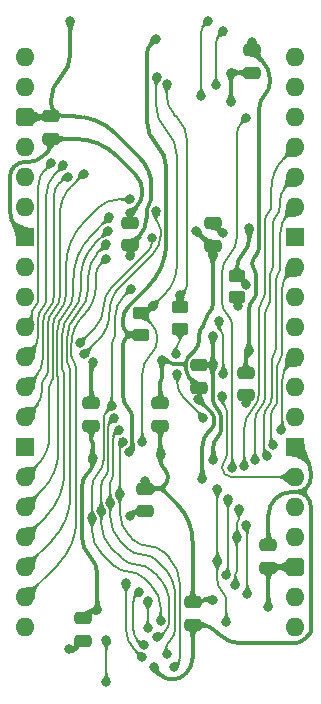
<source format=gbl>
%TF.GenerationSoftware,KiCad,Pcbnew,9.0.2*%
%TF.CreationDate,2025-06-16T14:19:02+02:00*%
%TF.ProjectId,W65C816 Minimal,57363543-3831-4362-904d-696e696d616c,V0*%
%TF.SameCoordinates,Original*%
%TF.FileFunction,Copper,L2,Bot*%
%TF.FilePolarity,Positive*%
%FSLAX46Y46*%
G04 Gerber Fmt 4.6, Leading zero omitted, Abs format (unit mm)*
G04 Created by KiCad (PCBNEW 9.0.2) date 2025-06-16 14:19:02*
%MOMM*%
%LPD*%
G01*
G04 APERTURE LIST*
G04 Aperture macros list*
%AMRoundRect*
0 Rectangle with rounded corners*
0 $1 Rounding radius*
0 $2 $3 $4 $5 $6 $7 $8 $9 X,Y pos of 4 corners*
0 Add a 4 corners polygon primitive as box body*
4,1,4,$2,$3,$4,$5,$6,$7,$8,$9,$2,$3,0*
0 Add four circle primitives for the rounded corners*
1,1,$1+$1,$2,$3*
1,1,$1+$1,$4,$5*
1,1,$1+$1,$6,$7*
1,1,$1+$1,$8,$9*
0 Add four rect primitives between the rounded corners*
20,1,$1+$1,$2,$3,$4,$5,0*
20,1,$1+$1,$4,$5,$6,$7,0*
20,1,$1+$1,$6,$7,$8,$9,0*
20,1,$1+$1,$8,$9,$2,$3,0*%
G04 Aperture macros list end*
%TA.AperFunction,ComponentPad*%
%ADD10O,1.600000X1.600000*%
%TD*%
%TA.AperFunction,ComponentPad*%
%ADD11R,1.600000X1.600000*%
%TD*%
%TA.AperFunction,ComponentPad*%
%ADD12RoundRect,0.400000X-0.400000X-0.400000X0.400000X-0.400000X0.400000X0.400000X-0.400000X0.400000X0*%
%TD*%
%TA.AperFunction,SMDPad,CuDef*%
%ADD13RoundRect,0.250000X0.475000X-0.250000X0.475000X0.250000X-0.475000X0.250000X-0.475000X-0.250000X0*%
%TD*%
%TA.AperFunction,SMDPad,CuDef*%
%ADD14RoundRect,0.250000X-0.475000X0.250000X-0.475000X-0.250000X0.475000X-0.250000X0.475000X0.250000X0*%
%TD*%
%TA.AperFunction,SMDPad,CuDef*%
%ADD15RoundRect,0.250000X0.450000X-0.262500X0.450000X0.262500X-0.450000X0.262500X-0.450000X-0.262500X0*%
%TD*%
%TA.AperFunction,ViaPad*%
%ADD16C,0.800000*%
%TD*%
%TA.AperFunction,Conductor*%
%ADD17C,0.380000*%
%TD*%
%TA.AperFunction,Conductor*%
%ADD18C,0.200000*%
%TD*%
G04 APERTURE END LIST*
D10*
%TO.P,J3,40,Pin_40*%
%TO.N,~{RD}*%
X22860000Y0D03*
%TO.P,J3,39,Pin_39*%
%TO.N,~{WD}*%
X22860000Y-2540000D03*
%TO.P,J3,38,Pin_38*%
%TO.N,DE*%
X22860000Y-5080000D03*
%TO.P,J3,37,Pin_37*%
%TO.N,D0*%
X22860000Y-7620000D03*
%TO.P,J3,36,Pin_36*%
%TO.N,D1*%
X22860000Y-10160000D03*
%TO.P,J3,35,Pin_35*%
%TO.N,D2*%
X22860000Y-12700000D03*
D11*
%TO.P,J3,34,Pin_34*%
%TO.N,GND*%
X22860000Y-15240000D03*
D10*
%TO.P,J3,33,Pin_33*%
%TO.N,D3*%
X22860000Y-17780000D03*
%TO.P,J3,32,Pin_32*%
%TO.N,D4*%
X22860000Y-20320000D03*
%TO.P,J3,31,Pin_31*%
%TO.N,D5*%
X22860000Y-22860000D03*
%TO.P,J3,30,Pin_30*%
%TO.N,D6*%
X22860000Y-25400000D03*
%TO.P,J3,29,Pin_29*%
%TO.N,D7*%
X22860000Y-27940000D03*
%TO.P,J3,28,Pin_28*%
%TO.N,~{Reset}*%
X22860000Y-30480000D03*
D11*
%TO.P,J3,27,Pin_27*%
%TO.N,GND*%
X22860000Y-33020000D03*
D10*
%TO.P,J3,26,Pin_26*%
%TO.N,PHI2*%
X22860000Y-35560000D03*
%TO.P,J3,25,Pin_25*%
%TO.N,BA3*%
X22860000Y-38100000D03*
%TO.P,J3,24,Pin_24*%
%TO.N,BA2*%
X22860000Y-40640000D03*
D12*
%TO.P,J3,23,Pin_23*%
%TO.N,5V*%
X22860000Y-43180000D03*
D10*
%TO.P,J3,22,Pin_22*%
%TO.N,BA1*%
X22860000Y-45720000D03*
%TO.P,J3,21,Pin_21*%
%TO.N,BA0*%
X22860000Y-48260000D03*
%TO.P,J3,20,Pin_20*%
%TO.N,Bank Latch*%
X0Y-48260000D03*
%TO.P,J3,19,Pin_19*%
%TO.N,A15*%
X0Y-45720000D03*
%TO.P,J3,18,Pin_18*%
%TO.N,A14*%
X0Y-43180000D03*
%TO.P,J3,17,Pin_17*%
%TO.N,A13*%
X0Y-40640000D03*
%TO.P,J3,16,Pin_16*%
%TO.N,A12*%
X0Y-38100000D03*
%TO.P,J3,15,Pin_15*%
%TO.N,A11*%
X0Y-35560000D03*
D11*
%TO.P,J3,14,Pin_14*%
%TO.N,GND*%
X0Y-33020000D03*
D10*
%TO.P,J3,13,Pin_13*%
%TO.N,A10*%
X0Y-30480000D03*
%TO.P,J3,12,Pin_12*%
%TO.N,A9*%
X0Y-27940000D03*
%TO.P,J3,11,Pin_11*%
%TO.N,A8*%
X0Y-25400000D03*
%TO.P,J3,10,Pin_10*%
%TO.N,A7*%
X0Y-22860000D03*
%TO.P,J3,9,Pin_9*%
%TO.N,A6*%
X0Y-20320000D03*
%TO.P,J3,8,Pin_8*%
%TO.N,A5*%
X0Y-17780000D03*
D11*
%TO.P,J3,7,Pin_7*%
%TO.N,GND*%
X0Y-15240000D03*
D10*
%TO.P,J3,6,Pin_6*%
%TO.N,A4*%
X0Y-12700000D03*
%TO.P,J3,5,Pin_5*%
%TO.N,A3*%
X0Y-10160000D03*
%TO.P,J3,4,Pin_4*%
%TO.N,A2*%
X0Y-7620000D03*
D12*
%TO.P,J3,3,Pin_3*%
%TO.N,5V*%
X0Y-5080000D03*
D10*
%TO.P,J3,2,Pin_2*%
%TO.N,A1*%
X0Y-2540000D03*
%TO.P,J3,1,Pin_1*%
%TO.N,A0*%
X0Y0D03*
%TD*%
D13*
%TO.P,C3,2*%
%TO.N,GND*%
X11430000Y-29305000D03*
%TO.P,C3,1*%
%TO.N,5V*%
X11430000Y-31205000D03*
%TD*%
D14*
%TO.P,C18,2*%
%TO.N,GND*%
X14153000Y-48072000D03*
%TO.P,C18,1*%
%TO.N,5V*%
X14153000Y-46172000D03*
%TD*%
D13*
%TO.P,C4,2*%
%TO.N,GND*%
X8890000Y-14020000D03*
%TO.P,C4,1*%
%TO.N,5V*%
X8890000Y-15920000D03*
%TD*%
%TO.P,C20,2*%
%TO.N,GND*%
X20574000Y-41325000D03*
%TO.P,C20,1*%
%TO.N,5V*%
X20574000Y-43225000D03*
%TD*%
D14*
%TO.P,C2,2*%
%TO.N,GND*%
X15875000Y-15997000D03*
%TO.P,C2,1*%
%TO.N,5V*%
X15875000Y-14097000D03*
%TD*%
%TO.P,C19,2*%
%TO.N,GND*%
X4846000Y-49414000D03*
%TO.P,C19,1*%
%TO.N,/3.3V*%
X4846000Y-47514000D03*
%TD*%
%TO.P,C17,2*%
%TO.N,GND*%
X10143000Y-38435000D03*
%TO.P,C17,1*%
%TO.N,5V*%
X10143000Y-36535000D03*
%TD*%
%TO.P,C5,2*%
%TO.N,GND*%
X14732000Y-28017000D03*
%TO.P,C5,1*%
%TO.N,5V*%
X14732000Y-26117000D03*
%TD*%
%TO.P,C6,2*%
%TO.N,GND*%
X18669000Y-28652000D03*
%TO.P,C6,1*%
%TO.N,/3.3V*%
X18669000Y-26752000D03*
%TD*%
D13*
%TO.P,C1,2*%
%TO.N,GND*%
X5588000Y-29305000D03*
%TO.P,C1,1*%
%TO.N,/3.3V*%
X5588000Y-31205000D03*
%TD*%
D14*
%TO.P,C21,2*%
%TO.N,GND*%
X2159000Y-6935000D03*
%TO.P,C21,1*%
%TO.N,5V*%
X2159000Y-5035000D03*
%TD*%
%TO.P,C14,2*%
%TO.N,GND*%
X19177000Y-1347000D03*
%TO.P,C14,1*%
%TO.N,/3.3V*%
X19177000Y553000D03*
%TD*%
D15*
%TO.P,R1,2*%
%TO.N,5V*%
X17917000Y-18518500D03*
%TO.P,R1,1*%
%TO.N,Net-(IC2-RDY)*%
X17917000Y-20343500D03*
%TD*%
%TO.P,R4,2*%
%TO.N,/R~{W}*%
X9789000Y-21693500D03*
%TO.P,R4,1*%
%TO.N,/3.3V*%
X9789000Y-23518500D03*
%TD*%
%TO.P,R3,2*%
%TO.N,/PHI2_{5V}*%
X13091000Y-21185500D03*
%TO.P,R3,1*%
%TO.N,/PHI2_{5V}T*%
X13091000Y-23010500D03*
%TD*%
D16*
%TO.N,5V*%
X8890000Y-16891000D03*
X20574000Y-46609000D03*
X15875000Y-45974000D03*
X15875000Y-23622000D03*
X15906639Y-34163000D03*
X15875000Y-26035000D03*
X18952000Y-14517874D03*
X10160000Y-35892000D03*
X16700500Y-14922500D03*
X11446999Y-33604002D03*
X3810000Y3048000D03*
X18707786Y-19266785D03*
%TO.N,GND*%
X14605000Y-28956000D03*
X8890000Y-13208000D03*
X15875000Y-16764000D03*
X14986000Y-35751798D03*
X8822498Y-38862000D03*
X10922000Y-51689000D03*
X11557000Y-25654000D03*
X18669000Y-29337000D03*
X17399000Y-3810000D03*
X17399000Y-1326000D03*
X5754757Y-25806760D03*
X14478000Y-14732000D03*
X3683000Y-50165000D03*
%TO.N,/3.3V*%
X5680999Y-33983999D03*
X11049000Y1531000D03*
X18923000Y-24892000D03*
X19181001Y1270000D03*
X8811088Y-33453349D03*
X6096000Y-46863000D03*
%TO.N,PHI2*%
X16663765Y-28739759D03*
%TO.N,/D0_{65}*%
X12573000Y-51682000D03*
X8240836Y-32571693D03*
X7982614Y-36992606D03*
%TO.N,/D1_{65}*%
X7945045Y-31564214D03*
X7179197Y-37722000D03*
X11963951Y-50584773D03*
%TO.N,/D2_{65}*%
X11169270Y-49099253D03*
X6425487Y-38399688D03*
X7517694Y-30605112D03*
%TO.N,/D3_{65}*%
X7301862Y-29577532D03*
X5648000Y-39044588D03*
X8953500Y-19621500D03*
X11449000Y-47782000D03*
%TO.N,~{Reset}*%
X15059120Y-30591380D03*
X12805464Y-26859967D03*
%TO.N,D6*%
X21638786Y-31607247D03*
%TO.N,D3*%
X20955000Y-32893000D03*
%TO.N,D2*%
X20447000Y-33782000D03*
%TO.N,D1*%
X19431000Y-34163000D03*
%TO.N,D0*%
X18542000Y-34671000D03*
%TO.N,A5*%
X10709169Y-15289000D03*
X4605283Y-24207944D03*
%TO.N,A6*%
X11098000Y-13060223D03*
X4998244Y-25153145D03*
%TO.N,A7*%
X2176441Y-9011032D03*
%TO.N,A8*%
X3217720Y-9170000D03*
%TO.N,A9*%
X3598214Y-10148636D03*
%TO.N,A10*%
X4928017Y-9881017D03*
%TO.N,A11*%
X8890000Y-12065000D03*
%TO.N,A12*%
X7112000Y-13589000D03*
%TO.N,A13*%
X6985000Y-14732000D03*
%TO.N,A14*%
X6858480Y-15874520D03*
%TO.N,A15*%
X6797119Y-17078881D03*
%TO.N,/PHI2_{5V}*%
X13081000Y-20193000D03*
X12001691Y-2290816D03*
%TO.N,/~{RES}_{5V}*%
X16760139Y-26817000D03*
X16383000Y-22352000D03*
%TO.N,DE*%
X17526000Y-34810000D03*
X18669000Y-5207000D03*
%TO.N,BA2*%
X10359895Y-46053025D03*
X18090034Y-38276800D03*
X17919000Y-40640000D03*
X17780000Y-44704000D03*
X10397972Y-48387000D03*
%TO.N,BA1*%
X10033000Y-49783348D03*
X17006000Y-43869709D03*
X17145000Y-37465000D03*
X9647972Y-45281228D03*
%TO.N,BA0*%
X9906000Y-50842000D03*
X16256000Y-42672000D03*
X17018000Y-47879000D03*
X16256000Y-36576000D03*
X8509000Y-44577000D03*
%TO.N,BA3*%
X18796000Y-45466000D03*
X18669000Y-39624000D03*
%TO.N,Net-(IC2-RDY)*%
X18034000Y-21082000D03*
%TO.N,~{RD}*%
X14859000Y-3302000D03*
X15494000Y3048000D03*
%TO.N,~{WD}*%
X16129000Y-2413000D03*
X16767543Y2159001D03*
%TO.N,/R~{W}*%
X9906000Y-32639000D03*
X11127000Y-1709938D03*
X10795000Y-21082000D03*
%TO.N,Net-(IC11-Y)*%
X6858000Y-49403000D03*
X6858000Y-52959000D03*
%TO.N,/PHI2_{5V}T*%
X12763740Y-25179967D03*
%TD*%
D17*
%TO.N,5V*%
X20574000Y-43475000D02*
X20574000Y-46609000D01*
%TO.N,/3.3V*%
X19238473Y-20631420D02*
G75*
G03*
X18923030Y-21393039I761627J-761580D01*
G01*
X19177000Y-17513458D02*
G75*
G03*
X19365450Y-17968496I643500J-42D01*
G01*
X8667853Y-29680817D02*
G75*
G02*
X9062725Y-30634076I-953253J-953283D01*
G01*
X8854376Y-33287623D02*
G75*
G03*
X8811114Y-33392130I104524J-104477D01*
G01*
X5680999Y-34408000D02*
G75*
G02*
X5381179Y-35131809I-1023599J0D01*
G01*
X19365473Y-17968473D02*
G75*
G02*
X19553967Y-18423488I-454973J-455027D01*
G01*
X8529750Y-23775250D02*
G75*
G03*
X8273000Y-24395099I619850J-619850D01*
G01*
X19553947Y-19869800D02*
G75*
G02*
X19238484Y-20631431I-1077147J0D01*
G01*
X9062706Y-32901373D02*
G75*
G02*
X8936904Y-33205110I-429506J-27D01*
G01*
X11112500Y-7429500D02*
G75*
G02*
X11937996Y-9422433I-1992940J-1992930D01*
G01*
X5588000Y-32446239D02*
G75*
G03*
X5634510Y-32558488I158800J39D01*
G01*
X19408577Y-16893422D02*
G75*
G03*
X19176983Y-17452500I559023J-559078D01*
G01*
X5796500Y-46863000D02*
G75*
G03*
X5285213Y-47074770I0J-723100D01*
G01*
X8273000Y-28727557D02*
G75*
G03*
X8667852Y-29680818I1348110J-3D01*
G01*
X10668000Y1150000D02*
G75*
G03*
X10287006Y230184I919800J-919800D01*
G01*
X5452000Y-42282000D02*
G75*
G02*
X6096003Y-43836753I-1554760J-1554760D01*
G01*
X19792000Y-16075129D02*
G75*
G02*
X19484491Y-16817491I-1049900J29D01*
G01*
X20246500Y-3248500D02*
G75*
G03*
X19791983Y-4345760I1097300J-1097300D01*
G01*
X4808000Y-40727246D02*
G75*
G03*
X5451997Y-42282003I2198760J-4D01*
G01*
X5634499Y-32558499D02*
G75*
G02*
X5681016Y-32670759I-112299J-112301D01*
G01*
X10287000Y-5436566D02*
G75*
G03*
X11112499Y-7429501I2818430J-4D01*
G01*
X11938000Y-15653036D02*
G75*
G02*
X10344204Y-19500790I-5441550J6D01*
G01*
X8529750Y-23775250D02*
G75*
G03*
X8529750Y-23261750I-256750J256750D01*
G01*
X9149599Y-23518500D02*
G75*
G03*
X8529750Y-23775250I1J-876600D01*
G01*
X8529750Y-23261750D02*
G75*
G03*
X9149599Y-23518500I619850J619850D01*
G01*
X18796000Y-25019000D02*
G75*
G03*
X18669002Y-25325605I306600J-306600D01*
G01*
X20056472Y-326472D02*
G75*
G02*
X20700987Y-1882500I-1556072J-1556028D01*
G01*
X20701000Y-2151239D02*
G75*
G02*
X20246502Y-3248502I-1551770J-1D01*
G01*
X8748914Y-21096085D02*
G75*
G03*
X8254991Y-22288500I1192386J-1192415D01*
G01*
X5244499Y-35268500D02*
G75*
G03*
X4808001Y-36322303I1053801J-1053800D01*
G01*
X8255000Y-22611172D02*
G75*
G03*
X8520751Y-23252749I907330J2D01*
G01*
%TO.N,GND*%
X13780073Y-25430488D02*
G75*
G03*
X13588996Y-25891781I461327J-461312D01*
G01*
X13589000Y-26262432D02*
G75*
G03*
X13518006Y-26090960I-242500J32D01*
G01*
X13517983Y-26090983D02*
G75*
G03*
X13588978Y-26061567I29417J29383D01*
G01*
X22907888Y-36830000D02*
G75*
G03*
X23803168Y-36459168I12J1266100D01*
G01*
X23803164Y-37200835D02*
G75*
G03*
X22907888Y-36830005I-895264J-895265D01*
G01*
X23803164Y-36459164D02*
G75*
G03*
X23803163Y-37200835I370836J-370836D01*
G01*
X9551432Y-38435000D02*
G75*
G03*
X9035989Y-38648491I-32J-728900D01*
G01*
X9906000Y-11473579D02*
G75*
G02*
X9398000Y-12700000I-1734420J-1D01*
G01*
X14444914Y-27729914D02*
G75*
G02*
X14731991Y-28423000I-693114J-693086D01*
G01*
X11493500Y-27368500D02*
G75*
G03*
X11430001Y-27521802I153300J-153300D01*
G01*
X2159000Y-7341000D02*
G75*
G02*
X1871911Y-8034082I-980180J10D01*
G01*
X4240663Y-50019336D02*
G75*
G02*
X3889000Y-50165007I-351663J351636D01*
G01*
X13589000Y-26490523D02*
G75*
G03*
X13675223Y-26698627I294300J23D01*
G01*
X15240000Y-22288500D02*
G75*
G02*
X15015491Y-22830504I-766500J0D01*
G01*
X15695664Y-30046664D02*
G75*
G02*
X16006662Y-30797500I-750864J-750836D01*
G01*
X24174000Y-35563888D02*
G75*
G02*
X23803168Y-36459168I-1266100J-12D01*
G01*
X23803164Y-37200835D02*
G75*
G02*
X24173995Y-38096111I-895264J-895265D01*
G01*
X14732000Y-23796281D02*
G75*
G02*
X14249570Y-24961023I-1647200J-19D01*
G01*
X7764064Y-8399064D02*
G75*
G03*
X4229500Y-6934997I-3534564J-3534556D01*
G01*
X-47888Y-8890000D02*
G75*
G03*
X-943164Y-9260835I-4J-1266102D01*
G01*
X11366500Y-52260500D02*
G75*
G03*
X12439617Y-52704993I1073100J1073100D01*
G01*
X2565000Y-6935000D02*
G75*
G03*
X2159000Y-7341000I0J-406000D01*
G01*
X15496335Y-31747664D02*
G75*
G03*
X14986017Y-32979723I1232065J-1232036D01*
G01*
X-943164Y-9260835D02*
G75*
G03*
X-1314000Y-10156111I895284J-895280D01*
G01*
X21145500Y-37401500D02*
G75*
G03*
X20574010Y-38781223I1379700J-1379700D01*
G01*
X12093051Y-25794018D02*
G75*
G03*
X11755016Y-25654002I-338051J-338082D01*
G01*
X5671378Y-25890138D02*
G75*
G03*
X5588030Y-26091432I201322J-201262D01*
G01*
X24172832Y-48712561D02*
G75*
G02*
X24133789Y-48804056I-133432J2861D01*
G01*
X13517983Y-26090983D02*
G75*
G03*
X13346534Y-26019933I-171483J-171417D01*
G01*
X11557000Y-27215197D02*
G75*
G02*
X11493501Y-27368501I-216800J-3D01*
G01*
X13530012Y-52255987D02*
G75*
G02*
X12446000Y-52705007I-1084012J1083987D01*
G01*
X16057449Y-48569449D02*
G75*
G03*
X14856500Y-48072000I-1200949J-1200951D01*
G01*
X14986000Y-22860000D02*
G75*
G03*
X14732004Y-23473210I613200J-613200D01*
G01*
X23726235Y-49211570D02*
G75*
G02*
X22650873Y-49656978I-1075335J1075370D01*
G01*
X9322283Y-9957283D02*
G75*
G02*
X9906010Y-11366500I-1409183J-1409217D01*
G01*
X16352500Y-48864500D02*
G75*
G03*
X18265764Y-49657015I1913300J1913300D01*
G01*
X10922000Y-51752500D02*
G75*
G03*
X10966902Y-51860900I153300J0D01*
G01*
X17409500Y-1336500D02*
G75*
G03*
X17434849Y-1346980I25300J25300D01*
G01*
X16006671Y-30797500D02*
G75*
G02*
X15695671Y-31548342I-1061871J0D01*
G01*
X13761413Y-26915632D02*
G75*
G03*
X13853915Y-27138863I315687J32D01*
G01*
X12136016Y-25836983D02*
G75*
G03*
X12577777Y-26019976I441784J441783D01*
G01*
X-1314000Y-12996861D02*
G75*
G03*
X-656999Y-14583000I2243140J1D01*
G01*
X13675206Y-26698644D02*
G75*
G02*
X13761442Y-26906765I-208106J-208156D01*
G01*
X14732000Y-28739197D02*
G75*
G02*
X14668501Y-28892501I-216800J-3D01*
G01*
X1577559Y-8328440D02*
G75*
G02*
X221835Y-8890001I-1355729J1355730D01*
G01*
X22525223Y-36830000D02*
G75*
G03*
X21145493Y-37401493I-23J-1951200D01*
G01*
X15875000Y-20886987D02*
G75*
G02*
X15557504Y-21653504I-1084000J-13D01*
G01*
X14856500Y-48072000D02*
G75*
G03*
X14153000Y-48775500I0J-703500D01*
G01*
X24174000Y-48605388D02*
G75*
G02*
X24172832Y-48712561I-4934400J188D01*
G01*
X14153000Y-50874981D02*
G75*
G02*
X13617000Y-52169000I-1830020J1D01*
G01*
X15464506Y-21746493D02*
G75*
G03*
X15239996Y-22288500I541994J-542007D01*
G01*
X23553751Y-33713751D02*
G75*
G02*
X24174014Y-35211164I-1497451J-1497449D01*
G01*
X13589000Y-26061567D02*
X13589000Y-26262432D01*
X18669000Y-29059500D02*
X18669000Y-29244500D01*
%TO.N,5V*%
X14153000Y-45791000D02*
G75*
G03*
X14534000Y-46172000I381000J0D01*
G01*
X11446999Y-34124006D02*
G75*
G03*
X11756001Y-34869997I1055001J6D01*
G01*
X10258000Y-13632141D02*
G75*
G02*
X9607562Y-15202438I-2220740J1D01*
G01*
X15014000Y-46073000D02*
G75*
G02*
X14774992Y-46171997I-239000J239000D01*
G01*
X15861500Y-26048500D02*
G75*
G03*
X15847997Y-26081091I32600J-32600D01*
G01*
X11430000Y-33574982D02*
G75*
G03*
X11438494Y-33595507I29000J-18D01*
G01*
X16217335Y-29748091D02*
G75*
G02*
X16586644Y-30639746I-891635J-891609D01*
G01*
X18952000Y-15368144D02*
G75*
G02*
X18434499Y-16617499I-1766860J4D01*
G01*
X7598931Y-6455931D02*
G75*
G03*
X4168500Y-5034999I-3430431J-3430429D01*
G01*
X15834000Y-26076000D02*
G75*
G02*
X15735017Y-26117007I-99000J99000D01*
G01*
X3810000Y278433D02*
G75*
G02*
X2984500Y-1714500I-2818441J4D01*
G01*
X16586671Y-31396144D02*
G75*
G02*
X16246655Y-32217016I-1160901J4D01*
G01*
X10668000Y-12012369D02*
G75*
G02*
X10463013Y-12507296I-699900J-31D01*
G01*
X18406141Y-16645858D02*
G75*
G03*
X17917025Y-17826750I1180859J-1180842D01*
G01*
X11127798Y-36535000D02*
G75*
G03*
X11790500Y-36260500I2J937200D01*
G01*
X11790500Y-36809500D02*
G75*
G03*
X11127798Y-36535001I-662700J-662700D01*
G01*
X11790500Y-36260500D02*
G75*
G03*
X11790500Y-36809500I274500J-274500D01*
G01*
X15253007Y-45974000D02*
G75*
G03*
X15013998Y-46072998I-7J-338000D01*
G01*
X2984500Y-1714500D02*
G75*
G03*
X2159001Y-3707433I1992930J-1992930D01*
G01*
X9686082Y-8543082D02*
G75*
G02*
X10667998Y-10913641I-2370562J-2370558D01*
G01*
X10151500Y-35900500D02*
G75*
G03*
X10143009Y-35921020I20500J-20500D01*
G01*
X2159000Y-3787500D02*
G75*
G03*
X3406500Y-5035000I1247500J0D01*
G01*
X10463000Y-12507283D02*
G75*
G03*
X10257994Y-13002196I494900J-494917D01*
G01*
X9233300Y-15576699D02*
G75*
G03*
X8889999Y-16405500I828800J-828801D01*
G01*
X12834500Y-37853500D02*
G75*
G02*
X14153000Y-41036640I-3183140J-3183140D01*
G01*
X15848000Y-28856436D02*
G75*
G03*
X16217333Y-29748093I1260990J-4D01*
G01*
X16246655Y-32217016D02*
G75*
G03*
X15906622Y-33037887I820845J-820884D01*
G01*
X12065000Y-35597798D02*
G75*
G02*
X11790500Y-36260500I-937200J-2D01*
G01*
X10143000Y-36222000D02*
G75*
G03*
X10456000Y-36535000I313000J0D01*
G01*
X11779682Y-34893682D02*
G75*
G02*
X12065010Y-35582500I-688782J-688818D01*
G01*
X18689152Y-19195447D02*
G75*
G02*
X18707772Y-19240433I-44952J-44953D01*
G01*
D18*
%TO.N,/PHI2_{5V}T*%
X12927370Y-24293630D02*
G75*
G03*
X12763715Y-24688667I395030J-395070D01*
G01*
X13091000Y-23898592D02*
G75*
G02*
X12927381Y-24293641I-558700J-8D01*
G01*
%TO.N,/R~{W}*%
X10625340Y-22529840D02*
G75*
G02*
X11176000Y-23859250I-1329410J-1329410D01*
G01*
X11096497Y-1740440D02*
G75*
G03*
X11065969Y-1814080I73603J-73660D01*
G01*
X11176000Y-23859250D02*
G75*
G02*
X10625341Y-25188660I-1880070J0D01*
G01*
X10541000Y-25273000D02*
G75*
G03*
X9906011Y-26806025I1533000J-1533000D01*
G01*
X12827000Y-17613159D02*
G75*
G02*
X11811002Y-20066002I-3468850J-1D01*
G01*
X11065995Y-4105776D02*
G75*
G03*
X11946495Y-6231499I3006225J-4D01*
G01*
X11946497Y-6231497D02*
G75*
G02*
X12826994Y-8357218I-2125697J-2125703D01*
G01*
%TO.N,~{WD}*%
X16448271Y1839729D02*
G75*
G03*
X16128983Y1068939I770829J-770829D01*
G01*
%TO.N,~{RD}*%
X15176500Y2730500D02*
G75*
G03*
X14859005Y1963987I766500J-766500D01*
G01*
%TO.N,BA3*%
X18732500Y-39687500D02*
G75*
G02*
X18795999Y-39840802I-153300J-153300D01*
G01*
%TO.N,BA0*%
X16637000Y-45212000D02*
G75*
G02*
X17017994Y-46131815I-919800J-919800D01*
G01*
X8509000Y-48457171D02*
G75*
G03*
X9207501Y-50143499I2384830J1D01*
G01*
X16256000Y-44292184D02*
G75*
G03*
X16636995Y-45212005I1300800J-16D01*
G01*
%TO.N,BA1*%
X9144000Y-48505629D02*
G75*
G03*
X9518237Y-49409111I1277710J-1D01*
G01*
X9395986Y-45533214D02*
G75*
G03*
X9143963Y-46141562I608314J-608386D01*
G01*
X9842785Y-49733663D02*
G75*
G03*
X9962735Y-49783319I119915J119963D01*
G01*
X17145000Y-43632421D02*
G75*
G02*
X17075492Y-43800201I-237300J21D01*
G01*
%TO.N,BA2*%
X17895000Y-43536343D02*
G75*
G02*
X17837475Y-43675136I-196300J43D01*
G01*
X18090034Y-39078026D02*
G75*
G02*
X18004516Y-39284482I-292034J26D01*
G01*
X10359895Y-48321998D02*
G75*
G03*
X10378932Y-48367962I65005J-2D01*
G01*
X17907000Y-40652000D02*
G75*
G03*
X17894988Y-40680970I29000J-29000D01*
G01*
X17837500Y-43675161D02*
G75*
G03*
X17779980Y-43813978I138800J-138839D01*
G01*
X18004517Y-39284483D02*
G75*
G03*
X17919036Y-39490939I206483J-206417D01*
G01*
%TO.N,DE*%
X18288000Y-5588000D02*
G75*
G03*
X17907006Y-6507815I919800J-919800D01*
G01*
X17081500Y-21780500D02*
G75*
G02*
X17525993Y-22853617I-1073100J-1073100D01*
G01*
X16637000Y-20707382D02*
G75*
G03*
X17081495Y-21780505I1517600J-18D01*
G01*
X17907000Y-15230974D02*
G75*
G02*
X17272001Y-16764001I-2168040J4D01*
G01*
X17272000Y-16764000D02*
G75*
G03*
X16637011Y-18297025I1533000J-1533000D01*
G01*
%TO.N,/~{RES}_{5V}*%
X16383000Y-22720322D02*
G75*
G03*
X16571584Y-23175554I643800J22D01*
G01*
X16571569Y-23175569D02*
G75*
G02*
X16760121Y-23630816I-455269J-455231D01*
G01*
%TO.N,/PHI2_{5V}*%
X12837452Y-5090452D02*
G75*
G02*
X13716004Y-7211453I-2121002J-2121008D01*
G01*
X11980298Y-2312209D02*
G75*
G03*
X11958861Y-2363856I51602J-51691D01*
G01*
X11958905Y-3272753D02*
G75*
G03*
X12622983Y-4875987I2267305J-7D01*
G01*
X13716000Y-19108987D02*
G75*
G02*
X13398504Y-19875504I-1084000J-13D01*
G01*
%TO.N,A15*%
X5969000Y-19367500D02*
G75*
G02*
X4936271Y-21860729I-3525960J0D01*
G01*
X6383059Y-17492940D02*
G75*
G03*
X5968981Y-18492568I999641J-999660D01*
G01*
X4318000Y-39148036D02*
G75*
G02*
X2724207Y-42995792I-5441559J4D01*
G01*
X4863374Y-21933625D02*
G75*
G03*
X3900998Y-24257000I2323366J-2323375D01*
G01*
X3901001Y-25323138D02*
G75*
G03*
X4109500Y-25826500I711859J-2D01*
G01*
X4109500Y-25826500D02*
G75*
G02*
X4318015Y-26329862I-503400J-503400D01*
G01*
%TO.N,A14*%
X3810000Y-37116036D02*
G75*
G02*
X2216207Y-40963792I-5441559J4D01*
G01*
X6096240Y-16636760D02*
G75*
G03*
X5333997Y-18476970I1840200J-1840210D01*
G01*
X3655499Y-26134499D02*
G75*
G02*
X3810002Y-26507496I-372999J-373001D01*
G01*
X4417499Y-21686814D02*
G75*
G03*
X3500998Y-23899442I2212621J-2212626D01*
G01*
X3500999Y-25761502D02*
G75*
G03*
X3655499Y-26134499I527501J2D01*
G01*
X5334000Y-19474186D02*
G75*
G02*
X4417499Y-21686814I-3129132J2D01*
G01*
%TO.N,A13*%
X3899999Y-21638628D02*
G75*
G03*
X3101001Y-23567586I1928951J-1928952D01*
G01*
X3302000Y-35084036D02*
G75*
G02*
X1708207Y-38931792I-5441559J4D01*
G01*
X4699000Y-19709670D02*
G75*
G02*
X3900000Y-21638629I-2727960J0D01*
G01*
X3201499Y-26643500D02*
G75*
G02*
X3301988Y-26886130I-242599J-242600D01*
G01*
X3100999Y-26400870D02*
G75*
G03*
X3201499Y-26643500I343131J0D01*
G01*
X5842000Y-15875000D02*
G75*
G03*
X4699003Y-18634446I2759440J-2759440D01*
G01*
%TO.N,A12*%
X3382499Y-21590442D02*
G75*
G03*
X2700999Y-23235730I1645291J-1645288D01*
G01*
X2747499Y-27097500D02*
G75*
G02*
X2794015Y-27209762I-112299J-112300D01*
G01*
X5574359Y-15126640D02*
G75*
G03*
X4064000Y-18772971I3646331J-3646330D01*
G01*
X2794000Y-33330343D02*
G75*
G02*
X1397000Y-36703000I-4769667J4D01*
G01*
X2700999Y-26985238D02*
G75*
G03*
X2747510Y-27097489I158801J38D01*
G01*
X4064000Y-19945154D02*
G75*
G02*
X3382500Y-21590443I-2326800J4D01*
G01*
%TO.N,A11*%
X2032000Y-32091159D02*
G75*
G02*
X1016000Y-34544000I-3468848J3D01*
G01*
X2300999Y-27226789D02*
G75*
G02*
X2166501Y-27551502I-459219J-1D01*
G01*
X2864999Y-21542256D02*
G75*
G03*
X2300999Y-22903874I1361611J-1361614D01*
G01*
X7874000Y-12065000D02*
G75*
G03*
X6139588Y-12783429I0J-2452800D01*
G01*
X3429000Y-20180638D02*
G75*
G02*
X2864998Y-21542255I-1925630J8D01*
G01*
X5022792Y-13900207D02*
G75*
G03*
X3429002Y-17747963I3847758J-3847753D01*
G01*
X2166499Y-27551500D02*
G75*
G03*
X2032004Y-27876211I324701J-324700D01*
G01*
%TO.N,A10*%
X1900999Y-26567618D02*
G75*
G02*
X1649002Y-27176002I-860389J-2D01*
G01*
X2410999Y-21430570D02*
G75*
G03*
X1900996Y-22661820I1231241J-1231250D01*
G01*
X1397000Y-28255499D02*
G75*
G02*
X811868Y-29668131I-1997764J1D01*
G01*
X2921000Y-20199320D02*
G75*
G02*
X2410999Y-21430570I-1741250J0D01*
G01*
X1648999Y-27175999D02*
G75*
G03*
X1396996Y-27784380I608371J-608381D01*
G01*
X3924508Y-10884525D02*
G75*
G03*
X2921008Y-13307209I2422692J-2422675D01*
G01*
%TO.N,A9*%
X2413000Y-20218001D02*
G75*
G02*
X1957002Y-21318887I-1556900J1D01*
G01*
X1500999Y-25377634D02*
G75*
G02*
X750499Y-27189500I-2562368J2D01*
G01*
X2894590Y-10630226D02*
G75*
G03*
X2413001Y-11792890I1162670J-1162664D01*
G01*
X1956999Y-21318884D02*
G75*
G03*
X1501003Y-22419767I1100881J-1100876D01*
G01*
X3487198Y-10148636D02*
G75*
G03*
X3297693Y-10227148I2J-267964D01*
G01*
%TO.N,A8*%
X1778000Y-20453486D02*
G75*
G02*
X1439499Y-21270698I-1155716J2D01*
G01*
X1439499Y-21270698D02*
G75*
G03*
X1101003Y-22087910I817201J-817202D01*
G01*
X2497860Y-9889860D02*
G75*
G03*
X1778002Y-11627755I1737890J-1737890D01*
G01*
X1100999Y-23520477D02*
G75*
G02*
X550499Y-24849500I-1879530J4D01*
G01*
%TO.N,A7*%
X1638720Y-9548752D02*
G75*
G03*
X1100999Y-10846924I1298160J-1298168D01*
G01*
X804500Y-21166500D02*
G75*
G03*
X508006Y-21882314I715800J-715800D01*
G01*
X1101000Y-20450685D02*
G75*
G02*
X804500Y-21166500I-1012319J1D01*
G01*
X508000Y-21992789D02*
G75*
G02*
X254000Y-22606000I-867220J3D01*
G01*
%TO.N,A6*%
X11098000Y-13763755D02*
G75*
G03*
X11269987Y-14179013I587200J-45D01*
G01*
X8073449Y-19358550D02*
G75*
G03*
X7111997Y-21679694I2321151J-2321150D01*
G01*
X7112000Y-21679694D02*
G75*
G02*
X6150550Y-24000838I-3282600J4D01*
G01*
X11442000Y-15170500D02*
G75*
G02*
X10862536Y-16569485I-1978500J0D01*
G01*
X11270000Y-14179000D02*
G75*
G02*
X11441981Y-14594244I-415200J-415200D01*
G01*
%TO.N,A5*%
X10709169Y-15688415D02*
G75*
G02*
X10426731Y-16370252I-964269J15D01*
G01*
X6604000Y-21201113D02*
G75*
G02*
X5891157Y-22922071I-2433810J3D01*
G01*
X7316843Y-19480156D02*
G75*
G03*
X6604008Y-21201113I1720957J-1720944D01*
G01*
%TO.N,D0*%
X21844000Y-8636000D02*
G75*
G03*
X20828017Y-11088840I2452800J-2452800D01*
G01*
X19812000Y-28333817D02*
G75*
G02*
X19176986Y-29866829I-2168000J17D01*
G01*
X20828000Y-12529919D02*
G75*
G02*
X20554994Y-13188994I-932100J19D01*
G01*
X20555000Y-13189000D02*
G75*
G03*
X20281992Y-13848080I659100J-659100D01*
G01*
X19177000Y-29866843D02*
G75*
G03*
X18541970Y-31399868I1533000J-1533057D01*
G01*
X20282000Y-20067409D02*
G75*
G02*
X20047007Y-20634757I-802400J9D01*
G01*
X20047000Y-20634750D02*
G75*
G03*
X19811981Y-21202090I567300J-567350D01*
G01*
%TO.N,D1*%
X19875500Y-29735444D02*
G75*
G03*
X19430968Y-30808561I1073100J-1073156D01*
G01*
X21526500Y-12740388D02*
G75*
G02*
X21240753Y-13430253I-975600J-12D01*
G01*
X21240750Y-13430250D02*
G75*
G03*
X20955005Y-14120111I689850J-689850D01*
G01*
X20501000Y-21155000D02*
G75*
G03*
X20319989Y-21591972I437000J-437000D01*
G01*
X20682000Y-20718027D02*
G75*
G02*
X20500992Y-21154992I-618000J27D01*
G01*
X22110216Y-10909783D02*
G75*
G03*
X21526490Y-12319000I1409184J-1409217D01*
G01*
X20955000Y-17821959D02*
G75*
G02*
X20818532Y-18151532I-466100J-41D01*
G01*
X20320000Y-28662326D02*
G75*
G02*
X19875483Y-29735427I-1517600J26D01*
G01*
X20818500Y-18151500D02*
G75*
G03*
X20682017Y-18481040I329500J-329500D01*
G01*
%TO.N,D2*%
X21399500Y-18351500D02*
G75*
G03*
X21209003Y-18811407I459900J-459900D01*
G01*
X21023893Y-25204107D02*
G75*
G03*
X20838788Y-25650994I446907J-446893D01*
G01*
X21590000Y-17891592D02*
G75*
G02*
X21399502Y-18351502I-650400J-8D01*
G01*
X20193000Y-33348394D02*
G75*
G03*
X20319998Y-33655002I433600J-6D01*
G01*
X21209000Y-24757219D02*
G75*
G02*
X21023884Y-25204098I-632000J19D01*
G01*
X20838786Y-28882618D02*
G75*
G02*
X20515896Y-29662154I-1102486J18D01*
G01*
X20515893Y-29662151D02*
G75*
G03*
X20192981Y-30441683I779507J-779549D01*
G01*
X22225000Y-13335000D02*
G75*
G03*
X21590011Y-14868025I1533000J-1533000D01*
G01*
%TO.N,D3*%
X20807964Y-32641993D02*
G75*
G03*
X20881473Y-32819491I251036J-7D01*
G01*
X22288500Y-18351500D02*
G75*
G03*
X21717010Y-19731223I1379700J-1379700D01*
G01*
X21071982Y-29671747D02*
G75*
G03*
X20808001Y-30309142I637418J-637353D01*
G01*
X21336000Y-29034351D02*
G75*
G02*
X21071954Y-29671719I-901400J51D01*
G01*
X21717000Y-25205528D02*
G75*
G02*
X21526484Y-25665420I-650400J28D01*
G01*
X21526500Y-25665436D02*
G75*
G03*
X21336029Y-26125343I459900J-459864D01*
G01*
%TO.N,D6*%
X21759000Y-31402028D02*
G75*
G02*
X21698875Y-31547122I-205200J28D01*
G01*
X22309500Y-25950500D02*
G75*
G03*
X21759010Y-27279524I1329000J-1329000D01*
G01*
%TO.N,~{Reset}*%
X15019416Y-30439378D02*
G75*
G02*
X15059109Y-30535231I-95816J-95822D01*
G01*
X12855008Y-27592240D02*
G75*
G03*
X13337773Y-28757729I1648242J0D01*
G01*
X12830236Y-26884739D02*
G75*
G02*
X12854968Y-26944543I-59836J-59761D01*
G01*
%TO.N,/D3_{65}*%
X7501497Y-43061497D02*
G75*
G03*
X8763000Y-43584030I1261503J1261497D01*
G01*
X6131000Y-35271000D02*
G75*
G03*
X5648002Y-36437065I1166060J-1166060D01*
G01*
X10024502Y-44106560D02*
G75*
G03*
X8763000Y-43584040I-1261502J-1261540D01*
G01*
X7620000Y-23524042D02*
G75*
G02*
X7460931Y-23908069I-543100J2D01*
G01*
X7460931Y-23908069D02*
G75*
G03*
X7301842Y-24292095I383969J-384031D01*
G01*
X6614000Y-34104934D02*
G75*
G02*
X6130999Y-35270999I-1649070J4D01*
G01*
X8286750Y-20288250D02*
G75*
G03*
X7620011Y-21897926I1609650J-1609650D01*
G01*
X10653171Y-44735229D02*
G75*
G02*
X11448988Y-46656529I-1921271J-1921271D01*
G01*
X6957931Y-29921463D02*
G75*
G03*
X6613974Y-30751785I830269J-830337D01*
G01*
X5648000Y-40126294D02*
G75*
G03*
X6412872Y-41972890I2611500J-6D01*
G01*
%TO.N,/D2_{65}*%
X12199000Y-47685336D02*
G75*
G02*
X11784873Y-48685126I-1413930J6D01*
G01*
X8154870Y-42444870D02*
G75*
G03*
X9455686Y-42983709I1300830J1300770D01*
G01*
X7226593Y-30817705D02*
G75*
G03*
X7013953Y-31330953I513207J-513295D01*
G01*
X6719743Y-35571256D02*
G75*
G03*
X6425442Y-36281654I710357J-710444D01*
G01*
X10756501Y-43522501D02*
G75*
G03*
X9455686Y-42983691I-1300801J-1300799D01*
G01*
X11441979Y-49028020D02*
G75*
G02*
X11270008Y-49099244I-171979J172020D01*
G01*
X6425487Y-39557587D02*
G75*
G03*
X7244245Y-41534245I2795413J-3D01*
G01*
X11208343Y-43974343D02*
G75*
G02*
X12199004Y-46366000I-2391643J-2391657D01*
G01*
X7478441Y-30605112D02*
G75*
G03*
X7411406Y-30632843I-41J-94788D01*
G01*
X7014000Y-34860858D02*
G75*
G02*
X6719745Y-35571258I-1004660J-2D01*
G01*
%TO.N,/D1_{65}*%
X7636673Y-31786887D02*
G75*
G03*
X7413961Y-32324468I537527J-537613D01*
G01*
X7179197Y-38925941D02*
G75*
G03*
X8030515Y-40981195I2906563J1D01*
G01*
X11147652Y-42643652D02*
G75*
G03*
X9906000Y-42129342I-1241652J-1241648D01*
G01*
X7414000Y-35472969D02*
G75*
G02*
X7296607Y-35756410I-400800J-31D01*
G01*
X12681000Y-48414389D02*
G75*
G02*
X12300002Y-49334207I-1300800J-11D01*
G01*
X8664347Y-41615033D02*
G75*
G03*
X9906000Y-42129348I1241653J1241633D01*
G01*
X12210546Y-49423658D02*
G75*
G03*
X11919009Y-50127513I703854J-703842D01*
G01*
X11657171Y-43153171D02*
G75*
G02*
X12680982Y-45624912I-2471771J-2471729D01*
G01*
X7296598Y-35756401D02*
G75*
G03*
X7179211Y-36039833I283402J-283399D01*
G01*
X11919000Y-50508036D02*
G75*
G03*
X11941501Y-50562271I76700J36D01*
G01*
X7902196Y-31564214D02*
G75*
G03*
X7829042Y-31594506I4J-103486D01*
G01*
%TO.N,/D0_{65}*%
X8190336Y-32429639D02*
G75*
G02*
X8222719Y-32507786I-78136J-78161D01*
G01*
X7982614Y-38552179D02*
G75*
G03*
X8817308Y-40567306I2849816J-1D01*
G01*
X8064998Y-32319299D02*
G75*
G03*
X8039397Y-32329907I2J-36201D01*
G01*
X11714815Y-41940815D02*
G75*
G03*
X10414000Y-41401991I-1300815J-1300785D01*
G01*
X8222706Y-32540743D02*
G75*
G03*
X8231804Y-32562595I30894J43D01*
G01*
X12128500Y-42354500D02*
G75*
G02*
X13081001Y-44654038I-2299540J-2299540D01*
G01*
X13081000Y-50814789D02*
G75*
G02*
X12827003Y-51428003I-867200J-11D01*
G01*
X8016307Y-32352992D02*
G75*
G03*
X7982624Y-32434334I81293J-81308D01*
G01*
X8090601Y-32329904D02*
G75*
G03*
X8064998Y-32319298I-25601J-25596D01*
G01*
X9113184Y-40863184D02*
G75*
G03*
X10414000Y-41402009I1300816J1300784D01*
G01*
%TO.N,PHI2*%
X16649000Y-34789516D02*
G75*
G03*
X16874674Y-35334325I770500J16D01*
G01*
X17076671Y-33674919D02*
G75*
G02*
X16862824Y-34191153I-730071J19D01*
G01*
X16862835Y-34191164D02*
G75*
G03*
X16649012Y-34707409I516265J-516236D01*
G01*
X16874669Y-35334330D02*
G75*
G03*
X17419483Y-35560007I544831J544830D01*
G01*
X16663765Y-29022426D02*
G75*
G03*
X16863651Y-29504960I682435J26D01*
G01*
X16870218Y-29511547D02*
G75*
G02*
X17076694Y-30009968I-498418J-498453D01*
G01*
D17*
%TO.N,5V*%
X18952000Y-14517874D02*
X18952000Y-15368144D01*
X17917000Y-17826750D02*
X17917000Y-18518500D01*
X18434499Y-16617499D02*
X18406141Y-16645858D01*
%TO.N,/3.3V*%
X20056472Y-326472D02*
X19177000Y553000D01*
X20701000Y-1882500D02*
X20701000Y-2151239D01*
X19792000Y-16075129D02*
X19792000Y-4345760D01*
X19408577Y-16893422D02*
X19484500Y-16817500D01*
X19177000Y-17513458D02*
X19177000Y-17452500D01*
X19553947Y-18423488D02*
X19553947Y-19869800D01*
X18923000Y-21393039D02*
X18923000Y-24892000D01*
D18*
%TO.N,D0*%
X18542000Y-31399868D02*
X18542000Y-34671000D01*
X19812000Y-28333817D02*
X19812000Y-21202090D01*
X20282000Y-13848080D02*
X20282000Y-20067409D01*
X21844000Y-8636000D02*
X22860000Y-7620000D01*
X20828000Y-11088840D02*
X20828000Y-12529919D01*
%TO.N,D1*%
X21526500Y-12740388D02*
X21526500Y-12319000D01*
X19431000Y-30808561D02*
X19431000Y-34163000D01*
X20682000Y-20718027D02*
X20682000Y-18481040D01*
X20320000Y-21591972D02*
X20320000Y-28662326D01*
X20955000Y-14120111D02*
X20955000Y-17821959D01*
X22110216Y-10909783D02*
X22860000Y-10160000D01*
%TO.N,D2*%
X21590000Y-17891592D02*
X21590000Y-14868025D01*
%TO.N,D3*%
X21336000Y-29034351D02*
X21336000Y-26125343D01*
X20807964Y-32641993D02*
X20807964Y-30309142D01*
X20881482Y-32819482D02*
X20955000Y-32893000D01*
X21717000Y-19731223D02*
X21717000Y-25205528D01*
X22288500Y-18351500D02*
X22860000Y-17780000D01*
%TO.N,D6*%
X21759000Y-31402028D02*
X21759000Y-27279524D01*
X22309500Y-25950500D02*
X22860000Y-25400000D01*
X21698893Y-31547140D02*
X21638786Y-31607247D01*
D17*
%TO.N,/3.3V*%
X18923000Y-24892000D02*
X18796000Y-25019000D01*
X18669000Y-25325605D02*
X18669000Y-26752000D01*
D18*
%TO.N,D2*%
X20320000Y-33655000D02*
X20447000Y-33782000D01*
X20193000Y-33348394D02*
X20193000Y-30441683D01*
X20838786Y-25650994D02*
X20838786Y-28882618D01*
X21209000Y-18811407D02*
X21209000Y-24757219D01*
X22225000Y-13335000D02*
X22860000Y-12700000D01*
D17*
%TO.N,5V*%
X15906639Y-34163000D02*
X15906639Y-33037887D01*
%TO.N,GND*%
X15496335Y-31747664D02*
X15695664Y-31548335D01*
X15695664Y-30046664D02*
X14605000Y-28956000D01*
X14986000Y-35751798D02*
X14986000Y-32979723D01*
%TO.N,5V*%
X16586671Y-30639746D02*
X16586671Y-31396144D01*
X15848000Y-26081091D02*
X15848000Y-28856436D01*
X15861500Y-26048500D02*
X15875000Y-26035000D01*
D18*
%TO.N,PHI2*%
X16863641Y-29504970D02*
X16870218Y-29511547D01*
X17076671Y-33674919D02*
X17076671Y-30009968D01*
X16663765Y-28739759D02*
X16663765Y-29022426D01*
X16649000Y-34789516D02*
X16649000Y-34707409D01*
X17419483Y-35560000D02*
X22860000Y-35560000D01*
%TO.N,DE*%
X16637000Y-20707382D02*
X16637000Y-18297025D01*
X17526000Y-22853617D02*
X17526000Y-34810000D01*
X18288000Y-5588000D02*
X18669000Y-5207000D01*
X17907000Y-6507815D02*
X17907000Y-15230974D01*
%TO.N,A11*%
X7874000Y-12065000D02*
X8890000Y-12065000D01*
X3429000Y-20180638D02*
X3429000Y-17747963D01*
X2300999Y-27226789D02*
X2300999Y-22903874D01*
X6139579Y-12783420D02*
X5022792Y-13900207D01*
X2032000Y-32091159D02*
X2032000Y-27876211D01*
X1016000Y-34544000D02*
X0Y-35560000D01*
%TO.N,A10*%
X1397000Y-28255499D02*
X1397000Y-27784380D01*
%TO.N,A12*%
X5574359Y-15126640D02*
X7112000Y-13589000D01*
X4064000Y-18772971D02*
X4064000Y-19945154D01*
X2700999Y-23235730D02*
X2700999Y-26985238D01*
X2794000Y-27209762D02*
X2794000Y-33330343D01*
X1397000Y-36703000D02*
X0Y-38100000D01*
%TO.N,A13*%
X4699000Y-19709670D02*
X4699000Y-18634446D01*
X3100999Y-23567586D02*
X3100999Y-26400870D01*
X3302000Y-35084036D02*
X3302000Y-26886130D01*
X1708207Y-38931792D02*
X0Y-40640000D01*
X6985000Y-14732000D02*
X5842000Y-15875000D01*
%TO.N,A14*%
X6096240Y-16636760D02*
X6858480Y-15874520D01*
X5334000Y-18476970D02*
X5334000Y-19474186D01*
X3500999Y-23899442D02*
X3500999Y-25761502D01*
X2216207Y-40963792D02*
X0Y-43180000D01*
X3810000Y-37116036D02*
X3810000Y-26507496D01*
%TO.N,A15*%
X2724207Y-42995792D02*
X0Y-45720000D01*
X4318000Y-39148036D02*
X4318000Y-26329862D01*
X3901001Y-24257000D02*
X3901001Y-25323138D01*
X4936270Y-21860728D02*
X4863374Y-21933625D01*
X5969000Y-19367500D02*
X5969000Y-18492568D01*
X6383059Y-17492940D02*
X6797119Y-17078881D01*
%TO.N,/D3_{65}*%
X5648000Y-36437065D02*
X5648000Y-39044588D01*
X6614000Y-34104934D02*
X6614000Y-30751785D01*
X7301862Y-29577532D02*
X6957931Y-29921463D01*
%TO.N,/D2_{65}*%
X7226593Y-30817705D02*
X7411431Y-30632868D01*
X7014000Y-31330953D02*
X7014000Y-34860858D01*
X6425487Y-38399688D02*
X6425487Y-36281654D01*
X7478441Y-30605112D02*
X7517694Y-30605112D01*
%TO.N,/D1_{65}*%
X7636673Y-31786887D02*
X7829048Y-31594512D01*
X7414000Y-32324468D02*
X7414000Y-35472969D01*
X7179197Y-36039833D02*
X7179197Y-37722000D01*
X7945045Y-31564214D02*
X7902196Y-31564214D01*
D17*
%TO.N,/3.3V*%
X5680999Y-34408000D02*
X5680999Y-33983999D01*
X5381184Y-35131814D02*
X5244499Y-35268500D01*
X6096000Y-43836753D02*
X6096000Y-46863000D01*
X4808000Y-40727246D02*
X4808000Y-36322303D01*
D18*
%TO.N,/D3_{65}*%
X7501497Y-43061497D02*
X6412881Y-41972881D01*
X10024502Y-44106560D02*
X10653171Y-44735229D01*
X11449000Y-47782000D02*
X11449000Y-46656529D01*
X5648000Y-39044588D02*
X5648000Y-40126294D01*
D17*
%TO.N,5V*%
X18707786Y-19266785D02*
X18707786Y-19240433D01*
X22860000Y-43180000D02*
X20873000Y-43180000D01*
X15253007Y-45974000D02*
X15875000Y-45974000D01*
X10668000Y-12012369D02*
X10668000Y-10913641D01*
X3810000Y3048000D02*
X3810000Y278433D01*
X11790500Y-36809500D02*
X12834500Y-37853500D01*
X16700500Y-14922500D02*
X15875000Y-14097000D01*
X11430000Y-33574982D02*
X11430000Y-31205000D01*
X4168500Y-5035000D02*
X3406500Y-5035000D01*
X15875000Y-23622000D02*
X15875000Y-26035000D01*
X15735017Y-26117000D02*
X14732000Y-26117000D01*
X12065000Y-35597798D02*
X12065000Y-35582500D01*
X7598931Y-6455931D02*
X9686082Y-8543082D01*
X11755999Y-34869999D02*
X11779682Y-34893682D01*
X11446999Y-34124006D02*
X11446999Y-33604002D01*
X11438499Y-33595502D02*
X11446999Y-33604002D01*
X18689152Y-19195447D02*
X18012205Y-18518500D01*
X10160000Y-35892000D02*
X10151500Y-35900500D01*
X10143000Y-35921020D02*
X10143000Y-36222000D01*
X11127798Y-36535000D02*
X10456000Y-36535000D01*
X10258000Y-13632141D02*
X10258000Y-13002196D01*
X2159000Y-3707433D02*
X2159000Y-3787500D01*
X9607561Y-15202437D02*
X9233300Y-15576699D01*
X0Y-5080000D02*
X2114000Y-5080000D01*
X8890000Y-16405500D02*
X8890000Y-16891000D01*
X14534000Y-46172000D02*
X14774992Y-46172000D01*
X14153000Y-45791000D02*
X14153000Y-41036640D01*
X15834000Y-26076000D02*
X15875000Y-26035000D01*
%TO.N,GND*%
X23553751Y-33713751D02*
X22860000Y-33020000D01*
X12439617Y-52705000D02*
X12446000Y-52705000D01*
X4229500Y-6935000D02*
X2565000Y-6935000D01*
X24174000Y-38096111D02*
X24174000Y-48605388D01*
X3683000Y-50165000D02*
X3889000Y-50165000D01*
X16057449Y-48569449D02*
X16352500Y-48864500D01*
X11557000Y-25654000D02*
X11755016Y-25654000D01*
X18669000Y-29337000D02*
X18669000Y-29244500D01*
X9906000Y-11473579D02*
X9906000Y-11366500D01*
X13780073Y-25430488D02*
X14249554Y-24961007D01*
X20574000Y-38781223D02*
X20574000Y-41325000D01*
X17434849Y-1347000D02*
X19177000Y-1347000D01*
X22650873Y-49657000D02*
X18265764Y-49657000D01*
X-1314000Y-10156111D02*
X-1314000Y-12996861D01*
X7764064Y-8399064D02*
X9322283Y-9957283D01*
X14732000Y-23796281D02*
X14732000Y-23473210D01*
X1871914Y-8034085D02*
X1577559Y-8328440D01*
X15875000Y-16764000D02*
X15875000Y-15997000D01*
X13761413Y-26915632D02*
X13761413Y-26906765D01*
X17409500Y-1336500D02*
X17399000Y-1326000D01*
X14153000Y-48775500D02*
X14153000Y-50874981D01*
X14444914Y-27729914D02*
X13853889Y-27138889D01*
X11430000Y-27521802D02*
X11430000Y-29305000D01*
X14478000Y-14732000D02*
X15743000Y-15997000D01*
X24174000Y-35563888D02*
X24174000Y-35211164D01*
X14605000Y-28956000D02*
X14668500Y-28892500D01*
X15875000Y-16764000D02*
X15875000Y-20886987D01*
X24133769Y-48804036D02*
X23726235Y-49211570D01*
X11557000Y-25654000D02*
X11557000Y-27215197D01*
X-656999Y-14583000D02*
X0Y-15240000D01*
X15557499Y-21653499D02*
X15464506Y-21746493D01*
X10922000Y-51689000D02*
X10922000Y-51752500D01*
X13589000Y-26262432D02*
X13589000Y-26490523D01*
X4240663Y-50019336D02*
X4846000Y-49414000D01*
X13589000Y-25891781D02*
X13589000Y-26061567D01*
X13346534Y-26019967D02*
X12577777Y-26019967D01*
X9551432Y-38435000D02*
X10143000Y-38435000D01*
X11366500Y-52260500D02*
X10966901Y-51860901D01*
X5754757Y-25806760D02*
X5671378Y-25890138D01*
X15015493Y-22830506D02*
X14986000Y-22860000D01*
X5588000Y-26091432D02*
X5588000Y-29305000D01*
X8890000Y-13208000D02*
X9398000Y-12700000D01*
X12093051Y-25794018D02*
X12136016Y-25836983D01*
X14732000Y-28423000D02*
X14732000Y-28739197D01*
X9035998Y-38648500D02*
X8822498Y-38862000D01*
X22907888Y-36830000D02*
X22525223Y-36830000D01*
X-47888Y-8890000D02*
X221835Y-8890000D01*
X18669000Y-29059500D02*
X18669000Y-28652000D01*
X13530012Y-52255987D02*
X13617000Y-52169000D01*
X17399000Y-3810000D02*
X17399000Y-1326000D01*
%TO.N,/3.3V*%
X5796500Y-46863000D02*
X6096000Y-46863000D01*
X8811088Y-33392130D02*
X8811088Y-33453349D01*
X9062706Y-30634076D02*
X9062706Y-32901373D01*
X9149599Y-23518500D02*
X9789000Y-23518500D01*
X8529750Y-23261750D02*
X8520750Y-23252750D01*
X11938000Y-9422433D02*
X11938000Y-15653036D01*
X8273000Y-24395099D02*
X8273000Y-28727557D01*
X10668000Y1150000D02*
X11049000Y1531000D01*
X5285221Y-47074778D02*
X4846000Y-47514000D01*
X8854376Y-33287623D02*
X8936897Y-33205103D01*
X10287000Y230184D02*
X10287000Y-5436566D01*
X5680999Y-32670759D02*
X5680999Y-33983999D01*
X19181001Y1270000D02*
X19181001Y557001D01*
X8255000Y-22288500D02*
X8255000Y-22611172D01*
X5588000Y-32446239D02*
X5588000Y-31205000D01*
X10344206Y-19500792D02*
X8748914Y-21096085D01*
D18*
%TO.N,/D0_{65}*%
X7982614Y-38552179D02*
X7982614Y-36992606D01*
X8222706Y-32507786D02*
X8222706Y-32540743D01*
X12573000Y-51682000D02*
X12827000Y-51428000D01*
X8190336Y-32429639D02*
X8090601Y-32329904D01*
X13081000Y-44654038D02*
X13081000Y-50814789D01*
X8817307Y-40567307D02*
X9113184Y-40863184D01*
X11714815Y-41940815D02*
X12128500Y-42354500D01*
X8240836Y-32571693D02*
X8231771Y-32562628D01*
X8039394Y-32329904D02*
X8016307Y-32352992D01*
X7982614Y-36992606D02*
X7982614Y-32434334D01*
%TO.N,/D1_{65}*%
X8030512Y-40981198D02*
X8664347Y-41615033D01*
X12681000Y-48414389D02*
X12681000Y-45624912D01*
X11963951Y-50584773D02*
X11941475Y-50562297D01*
X11919000Y-50127513D02*
X11919000Y-50508036D01*
X12299999Y-49334204D02*
X12210546Y-49423658D01*
X11147652Y-42643652D02*
X11657171Y-43153171D01*
X7179197Y-38925941D02*
X7179197Y-37722000D01*
%TO.N,/D2_{65}*%
X11169270Y-49099253D02*
X11270008Y-49099253D01*
X11784873Y-48685126D02*
X11441979Y-49028020D01*
X8154870Y-42444870D02*
X7244245Y-41534245D01*
X6425487Y-38399688D02*
X6425487Y-39557587D01*
X10756501Y-43522501D02*
X11208343Y-43974343D01*
X12199000Y-47685336D02*
X12199000Y-46366000D01*
%TO.N,/D3_{65}*%
X8953500Y-19621500D02*
X8286750Y-20288250D01*
X7620000Y-23524042D02*
X7620000Y-21897926D01*
X7301862Y-24292095D02*
X7301862Y-29577532D01*
%TO.N,~{Reset}*%
X15019416Y-30439378D02*
X13337770Y-28757732D01*
X15059120Y-30535231D02*
X15059120Y-30591380D01*
X12805464Y-26859967D02*
X12830236Y-26884739D01*
X12855008Y-27592240D02*
X12855008Y-26944543D01*
%TO.N,A5*%
X10426739Y-16370260D02*
X7316843Y-19480156D01*
X4605283Y-24207944D02*
X5891156Y-22922070D01*
X10709169Y-15688415D02*
X10709169Y-15289000D01*
%TO.N,A6*%
X11098000Y-13763755D02*
X11098000Y-13060223D01*
X11442000Y-15170500D02*
X11442000Y-14594244D01*
X8073449Y-19358550D02*
X10862525Y-16569474D01*
X4998244Y-25153145D02*
X6150550Y-24000838D01*
%TO.N,A7*%
X508000Y-21882314D02*
X508000Y-21992789D01*
X1101000Y-10846924D02*
X1101000Y-20450685D01*
X1638720Y-9548752D02*
X2176441Y-9011032D01*
%TO.N,A8*%
X1100999Y-22087910D02*
X1100999Y-23520477D01*
X1778000Y-20453486D02*
X1778000Y-11627755D01*
X550499Y-24849500D02*
X0Y-25400000D01*
X2497860Y-9889860D02*
X3217720Y-9170000D01*
%TO.N,A9*%
X3598214Y-10148636D02*
X3487198Y-10148636D01*
X1500999Y-25377634D02*
X1500999Y-22419767D01*
X2413000Y-20218001D02*
X2413000Y-11792890D01*
X2894590Y-10630226D02*
X3297681Y-10227136D01*
X750499Y-27189500D02*
X0Y-27940000D01*
%TO.N,A10*%
X1900999Y-26567618D02*
X1900999Y-22661820D01*
X4928017Y-9881017D02*
X3924508Y-10884525D01*
X2921000Y-20199320D02*
X2921000Y-13307209D01*
X811868Y-29668131D02*
X0Y-30480000D01*
%TO.N,/PHI2_{5V}*%
X13081000Y-20193000D02*
X13398500Y-19875500D01*
X13081000Y-20193000D02*
X13081000Y-21175500D01*
X11958905Y-2363856D02*
X11958905Y-3272753D01*
X12837452Y-5090452D02*
X12622985Y-4875985D01*
X13716000Y-7211453D02*
X13716000Y-19108987D01*
X11980298Y-2312209D02*
X12001691Y-2290816D01*
%TO.N,/~{RES}_{5V}*%
X16383000Y-22352000D02*
X16383000Y-22720322D01*
X16760139Y-26817000D02*
X16760139Y-23630816D01*
%TO.N,BA2*%
X17907000Y-40652000D02*
X17919000Y-40640000D01*
X10397972Y-48387000D02*
X10378933Y-48367961D01*
X17895000Y-43536343D02*
X17895000Y-40680970D01*
X10359895Y-48321998D02*
X10359895Y-46053025D01*
X17919000Y-39490939D02*
X17919000Y-40640000D01*
X17780000Y-43813978D02*
X17780000Y-44704000D01*
X18090034Y-39078026D02*
X18090034Y-38276800D01*
%TO.N,BA1*%
X9144000Y-48505629D02*
X9144000Y-46141562D01*
X17006000Y-43869709D02*
X17075500Y-43800209D01*
X9647972Y-45281228D02*
X9395986Y-45533214D01*
X9518235Y-49409113D02*
X9842785Y-49733663D01*
X17145000Y-37465000D02*
X17145000Y-43632421D01*
X10033000Y-49783348D02*
X9962735Y-49783348D01*
%TO.N,BA0*%
X9906000Y-50842000D02*
X9207500Y-50143500D01*
X16256000Y-42672000D02*
X16256000Y-36576000D01*
X16256000Y-42672000D02*
X16256000Y-44292184D01*
X8509000Y-44577000D02*
X8509000Y-48457171D01*
X17018000Y-47879000D02*
X17018000Y-46131815D01*
%TO.N,BA3*%
X18796000Y-45466000D02*
X18796000Y-39840802D01*
X18669000Y-39624000D02*
X18732500Y-39687500D01*
%TO.N,Net-(IC2-RDY)*%
X18034000Y-21082000D02*
X18034000Y-20460500D01*
%TO.N,~{RD}*%
X14859000Y-3302000D02*
X14859000Y1963987D01*
X15494000Y3048000D02*
X15176500Y2730500D01*
%TO.N,~{WD}*%
X16767543Y2159001D02*
X16448271Y1839729D01*
X16129000Y-2413000D02*
X16129000Y1068939D01*
%TO.N,/R~{W}*%
X12827000Y-17613159D02*
X12827000Y-8357218D01*
X10625340Y-22529840D02*
X9789000Y-21693500D01*
X9906000Y-32639000D02*
X9906000Y-26806025D01*
X11065995Y-1814080D02*
X11065995Y-4105776D01*
X10795000Y-21082000D02*
X10183500Y-21693500D01*
X10625340Y-25188659D02*
X10541000Y-25273000D01*
X10795000Y-21082000D02*
X11811000Y-20066000D01*
X11096497Y-1740440D02*
X11127000Y-1709938D01*
%TO.N,Net-(IC11-Y)*%
X6858000Y-52959000D02*
X6858000Y-49403000D01*
%TO.N,/PHI2_{5V}T*%
X12763740Y-25179967D02*
X12763740Y-24688667D01*
X13091000Y-23898592D02*
X13091000Y-23010500D01*
%TD*%
%TA.AperFunction,Conductor*%
%TO.N,5V*%
G36*
X20582239Y-43232173D02*
G01*
X21050744Y-43696955D01*
X21056256Y-43702424D01*
X21059716Y-43710683D01*
X21056322Y-43718970D01*
X21049117Y-43722378D01*
X21031737Y-43724021D01*
X21031734Y-43724021D01*
X21031733Y-43724022D01*
X21022864Y-43726726D01*
X20982508Y-43739033D01*
X20939344Y-43763758D01*
X20939341Y-43763761D01*
X20893563Y-43805826D01*
X20893558Y-43805832D01*
X20855951Y-43857718D01*
X20855944Y-43857730D01*
X20816083Y-43940458D01*
X20816082Y-43940461D01*
X20816081Y-43940464D01*
X20792857Y-44015704D01*
X20788813Y-44028804D01*
X20769601Y-44136336D01*
X20766980Y-44177827D01*
X20764713Y-44213728D01*
X20764693Y-44214038D01*
X20760751Y-44222078D01*
X20753016Y-44225000D01*
X20395280Y-44225000D01*
X20387007Y-44221573D01*
X20383588Y-44213728D01*
X20382274Y-44177831D01*
X20382274Y-44177827D01*
X20355884Y-44015706D01*
X20306630Y-43883779D01*
X20242771Y-43793239D01*
X20242769Y-43793237D01*
X20242768Y-43793236D01*
X20166556Y-43739501D01*
X20122837Y-43725332D01*
X20098401Y-43722677D01*
X20090547Y-43718376D01*
X20088033Y-43709781D01*
X20091423Y-43702741D01*
X20565760Y-43232173D01*
X20574047Y-43228780D01*
X20582239Y-43232173D01*
G37*
%TD.AperFunction*%
%TD*%
%TA.AperFunction,Conductor*%
%TO.N,5V*%
G36*
X20761182Y-45820113D02*
G01*
X20764592Y-45827762D01*
X20771283Y-45953001D01*
X20782481Y-46011121D01*
X20791006Y-46055371D01*
X20791007Y-46055373D01*
X20819973Y-46137038D01*
X20819973Y-46137040D01*
X20854945Y-46211153D01*
X20855026Y-46211328D01*
X20910434Y-46333941D01*
X20911030Y-46335574D01*
X20962873Y-46518804D01*
X20961828Y-46527697D01*
X20954800Y-46533247D01*
X20953926Y-46533459D01*
X20576311Y-46609534D01*
X20571689Y-46609534D01*
X20194038Y-46533452D01*
X20186605Y-46528458D01*
X20184879Y-46519671D01*
X20185082Y-46518829D01*
X20234735Y-46341419D01*
X20235325Y-46339788D01*
X20292974Y-46211328D01*
X20293041Y-46211182D01*
X20321485Y-46151876D01*
X20366179Y-46017614D01*
X20379272Y-45928856D01*
X20383528Y-45827893D01*
X20387301Y-45819772D01*
X20395218Y-45816686D01*
X20752909Y-45816686D01*
X20761182Y-45820113D01*
G37*
%TD.AperFunction*%
%TD*%
%TA.AperFunction,Conductor*%
%TO.N,/3.3V*%
G36*
X9249446Y-32720705D02*
G01*
X9252871Y-32728809D01*
X9256222Y-32961568D01*
X9256563Y-33025565D01*
X9257219Y-33148623D01*
X9257170Y-33149752D01*
X9242857Y-33306000D01*
X9242730Y-33306952D01*
X9205463Y-33519622D01*
X9200660Y-33527180D01*
X9191920Y-33529127D01*
X9191685Y-33529084D01*
X8813398Y-33454802D01*
X8809132Y-33453036D01*
X8488880Y-33238088D01*
X8483920Y-33230632D01*
X8485685Y-33221853D01*
X8486130Y-33221234D01*
X8533506Y-33159851D01*
X8534558Y-33158665D01*
X8589447Y-33104695D01*
X8590733Y-33103603D01*
X8697491Y-33025546D01*
X8697836Y-33025304D01*
X8730983Y-33003124D01*
X8807904Y-32937635D01*
X8834026Y-32900611D01*
X8854071Y-32855129D01*
X8867877Y-32794061D01*
X8872016Y-32728243D01*
X8875955Y-32720202D01*
X8883693Y-32717278D01*
X9241173Y-32717278D01*
X9249446Y-32720705D01*
G37*
%TD.AperFunction*%
%TD*%
%TA.AperFunction,Conductor*%
%TO.N,/3.3V*%
G36*
X5812931Y-46679221D02*
G01*
X5819040Y-46685769D01*
X5819782Y-46689869D01*
X5819782Y-47045305D01*
X5816355Y-47053578D01*
X5812717Y-47056048D01*
X5772345Y-47073466D01*
X5671256Y-47149121D01*
X5593930Y-47251305D01*
X5549470Y-47367773D01*
X5540605Y-47494175D01*
X5550464Y-47560647D01*
X5565761Y-47612605D01*
X5564810Y-47621509D01*
X5557841Y-47627133D01*
X5552685Y-47627461D01*
X4963424Y-47532986D01*
X4852221Y-47515157D01*
X4844595Y-47510465D01*
X4842878Y-47507005D01*
X4697704Y-47028224D01*
X4698583Y-47019315D01*
X4705506Y-47013635D01*
X4708229Y-47013151D01*
X4787544Y-47008617D01*
X4838501Y-47000494D01*
X4889454Y-46992372D01*
X4889454Y-46992371D01*
X4889459Y-46992371D01*
X5108567Y-46934894D01*
X5334686Y-46856788D01*
X5551789Y-46773271D01*
X5803983Y-46678911D01*
X5812931Y-46679221D01*
G37*
%TD.AperFunction*%
%TD*%
%TA.AperFunction,Conductor*%
%TO.N,/3.3V*%
G36*
X5880019Y-46539712D02*
G01*
X6094001Y-46858260D01*
X6095770Y-46867038D01*
X6095761Y-46867083D01*
X6020570Y-47242308D01*
X6015584Y-47249746D01*
X6006799Y-47251481D01*
X6005385Y-47251104D01*
X5884786Y-47210745D01*
X5882831Y-47209886D01*
X5778233Y-47151968D01*
X5778060Y-47151870D01*
X5716208Y-47116235D01*
X5637333Y-47088230D01*
X5637330Y-47088229D01*
X5637331Y-47088229D01*
X5601019Y-47087605D01*
X5601012Y-47087605D01*
X5563121Y-47096924D01*
X5563110Y-47096928D01*
X5517688Y-47121260D01*
X5517684Y-47121263D01*
X5476208Y-47155658D01*
X5467653Y-47158301D01*
X5460320Y-47154776D01*
X5212596Y-46898009D01*
X5209318Y-46889675D01*
X5212892Y-46881465D01*
X5213354Y-46881042D01*
X5307644Y-46799572D01*
X5308940Y-46798600D01*
X5396244Y-46742237D01*
X5397794Y-46741397D01*
X5476595Y-46706035D01*
X5477682Y-46705611D01*
X5555677Y-46679642D01*
X5696854Y-46628886D01*
X5778629Y-46588510D01*
X5864210Y-46536250D01*
X5873056Y-46534864D01*
X5880019Y-46539712D01*
G37*
%TD.AperFunction*%
%TD*%
%TA.AperFunction,Conductor*%
%TO.N,/3.3V*%
G36*
X9161395Y-23106617D02*
G01*
X9777146Y-23509642D01*
X9782192Y-23517040D01*
X9780528Y-23525838D01*
X9778585Y-23528110D01*
X9255522Y-24000947D01*
X9247087Y-24003953D01*
X9238997Y-24000114D01*
X9236906Y-23996839D01*
X9221053Y-23959490D01*
X9190389Y-23915888D01*
X9153094Y-23881675D01*
X9100370Y-23851305D01*
X9100369Y-23851304D01*
X9042125Y-23832082D01*
X8959471Y-23820998D01*
X8959466Y-23820998D01*
X8959465Y-23820998D01*
X8877112Y-23823253D01*
X8866445Y-23824984D01*
X8790049Y-23837382D01*
X8728609Y-23855682D01*
X8719702Y-23854759D01*
X8715541Y-23850969D01*
X8706463Y-23837383D01*
X8517205Y-23554139D01*
X8515459Y-23545357D01*
X8520434Y-23537912D01*
X8522545Y-23536795D01*
X8569122Y-23517945D01*
X8711123Y-23460475D01*
X8912750Y-23357876D01*
X9044982Y-23263009D01*
X9119091Y-23177704D01*
X9144057Y-23112237D01*
X9150207Y-23105729D01*
X9159158Y-23105475D01*
X9161395Y-23106617D01*
G37*
%TD.AperFunction*%
%TD*%
%TA.AperFunction,Conductor*%
%TO.N,/3.3V*%
G36*
X9252264Y-23034012D02*
G01*
X9255612Y-23036134D01*
X9744675Y-23478235D01*
X9778584Y-23508888D01*
X9782423Y-23516978D01*
X9779417Y-23525413D01*
X9777145Y-23527356D01*
X9161474Y-23930328D01*
X9152676Y-23931992D01*
X9145278Y-23926946D01*
X9144109Y-23924640D01*
X9120550Y-23861686D01*
X9062112Y-23789972D01*
X8981469Y-23723760D01*
X8886155Y-23663604D01*
X8681764Y-23563737D01*
X8681745Y-23563729D01*
X8681741Y-23563727D01*
X8522631Y-23500169D01*
X8516219Y-23493918D01*
X8516106Y-23484964D01*
X8517241Y-23482807D01*
X8715368Y-23186290D01*
X8722812Y-23181316D01*
X8728815Y-23181698D01*
X8753998Y-23190149D01*
X8895760Y-23215247D01*
X9023548Y-23208822D01*
X9123065Y-23174533D01*
X9195853Y-23114696D01*
X9222902Y-23074111D01*
X9236966Y-23040317D01*
X9243309Y-23033997D01*
X9252264Y-23034012D01*
G37*
%TD.AperFunction*%
%TD*%
%TA.AperFunction,Conductor*%
%TO.N,/3.3V*%
G36*
X18542367Y-24816257D02*
G01*
X18920689Y-24890546D01*
X18924955Y-24892312D01*
X19245148Y-25107221D01*
X19250108Y-25114677D01*
X19248343Y-25123456D01*
X19247850Y-25124137D01*
X19200645Y-25184592D01*
X19199482Y-25185873D01*
X19144204Y-25238391D01*
X19142775Y-25239549D01*
X19034247Y-25314186D01*
X19033808Y-25314474D01*
X19000374Y-25335325D01*
X19000365Y-25335331D01*
X18923649Y-25396891D01*
X18897612Y-25432108D01*
X18877607Y-25475651D01*
X18863825Y-25534320D01*
X18863825Y-25534321D01*
X18859714Y-25597345D01*
X18855756Y-25605377D01*
X18848039Y-25608283D01*
X18490566Y-25608283D01*
X18482293Y-25604856D01*
X18478867Y-25596718D01*
X18477470Y-25475651D01*
X18476419Y-25384518D01*
X18475720Y-25209020D01*
X18475764Y-25207958D01*
X18489790Y-25047416D01*
X18489919Y-25046437D01*
X18528624Y-24825722D01*
X18533427Y-24818167D01*
X18542168Y-24816221D01*
X18542367Y-24816257D01*
G37*
%TD.AperFunction*%
%TD*%
%TA.AperFunction,Conductor*%
%TO.N,GND*%
G36*
X9454835Y-38087019D02*
G01*
X9454871Y-38087037D01*
X10129644Y-38427203D01*
X10135489Y-38433988D01*
X10134825Y-38442918D01*
X10132859Y-38445710D01*
X9678059Y-38924411D01*
X9669876Y-38928048D01*
X9661518Y-38924834D01*
X9659861Y-38922871D01*
X9623535Y-38868733D01*
X9581375Y-38829065D01*
X9534665Y-38800011D01*
X9492518Y-38784380D01*
X9474138Y-38777563D01*
X9474137Y-38777562D01*
X9474135Y-38777562D01*
X9410981Y-38767019D01*
X9410977Y-38767018D01*
X9330262Y-38767799D01*
X9330246Y-38767800D01*
X9253235Y-38780820D01*
X9253221Y-38780824D01*
X9180108Y-38803805D01*
X9129167Y-38827950D01*
X9120223Y-38828396D01*
X9115883Y-38825650D01*
X8863935Y-38573702D01*
X8860508Y-38565429D01*
X8863935Y-38557156D01*
X8866479Y-38555228D01*
X8926761Y-38521400D01*
X8926789Y-38521397D01*
X8926784Y-38521388D01*
X8997584Y-38481876D01*
X9214316Y-38348660D01*
X9349426Y-38239927D01*
X9419175Y-38152931D01*
X9438446Y-38093837D01*
X9444267Y-38087037D01*
X9453195Y-38086343D01*
X9454835Y-38087019D01*
G37*
%TD.AperFunction*%
%TD*%
%TA.AperFunction,Conductor*%
%TO.N,GND*%
G36*
X9430195Y-38255905D02*
G01*
X9435414Y-38263182D01*
X9435496Y-38263561D01*
X9505222Y-38614160D01*
X9503475Y-38622943D01*
X9497317Y-38627584D01*
X9396737Y-38659815D01*
X9396735Y-38659816D01*
X9329032Y-38711029D01*
X9329030Y-38711031D01*
X9329030Y-38711032D01*
X9288354Y-38777352D01*
X9288352Y-38777355D01*
X9288351Y-38777359D01*
X9258909Y-38858109D01*
X9226391Y-38948866D01*
X9225724Y-38950381D01*
X9161132Y-39072771D01*
X9154240Y-39078488D01*
X9145324Y-39077657D01*
X9144302Y-39077050D01*
X8825576Y-38864896D01*
X8820588Y-38857459D01*
X8746583Y-38480491D01*
X8748352Y-38471714D01*
X8755117Y-38466915D01*
X8951689Y-38415809D01*
X9088789Y-38360692D01*
X9200845Y-38314443D01*
X9201719Y-38314124D01*
X9300067Y-38282819D01*
X9300932Y-38282582D01*
X9421360Y-38254450D01*
X9430195Y-38255905D01*
G37*
%TD.AperFunction*%
%TD*%
%TA.AperFunction,Conductor*%
%TO.N,GND*%
G36*
X2166829Y-6942918D02*
G01*
X2561878Y-7418081D01*
X2564532Y-7426634D01*
X2560361Y-7434558D01*
X2554052Y-7437202D01*
X2542890Y-7438325D01*
X2542884Y-7438326D01*
X2493155Y-7455739D01*
X2445629Y-7486141D01*
X2392697Y-7535700D01*
X2343391Y-7596727D01*
X2256835Y-7738985D01*
X2256830Y-7738995D01*
X2188336Y-7884516D01*
X2188331Y-7884527D01*
X2145649Y-7991468D01*
X2139400Y-7997882D01*
X2130446Y-7997997D01*
X2128283Y-7996859D01*
X1831521Y-7798569D01*
X1826546Y-7791124D01*
X1826810Y-7785491D01*
X1834131Y-7761001D01*
X1841900Y-7652405D01*
X1828417Y-7596723D01*
X1818303Y-7554953D01*
X1818301Y-7554948D01*
X1818301Y-7554947D01*
X1766723Y-7479011D01*
X1730357Y-7449656D01*
X1685248Y-7426027D01*
X1630514Y-7409293D01*
X1630510Y-7409292D01*
X1630509Y-7409292D01*
X1593073Y-7404358D01*
X1585320Y-7399880D01*
X1583003Y-7391230D01*
X1587376Y-7383558D01*
X2150607Y-6941196D01*
X2159228Y-6938782D01*
X2166829Y-6942918D01*
G37*
%TD.AperFunction*%
%TD*%
%TA.AperFunction,Conductor*%
%TO.N,GND*%
G36*
X4255579Y-49751161D02*
G01*
X4508015Y-50003597D01*
X4511442Y-50011870D01*
X4508015Y-50020143D01*
X4507744Y-50020405D01*
X4260936Y-50251802D01*
X4259665Y-50252837D01*
X4020735Y-50420903D01*
X4020475Y-50421081D01*
X3914922Y-50491152D01*
X3906134Y-50492872D01*
X3898739Y-50487928D01*
X3683606Y-50167662D01*
X3681838Y-50163397D01*
X3652024Y-50011870D01*
X3607431Y-49785225D01*
X3609196Y-49776447D01*
X3616652Y-49771487D01*
X3617659Y-49771335D01*
X3698083Y-49762776D01*
X3700200Y-49762744D01*
X3779952Y-49768792D01*
X3782131Y-49769168D01*
X3917900Y-49806157D01*
X3918385Y-49806302D01*
X3957212Y-49818910D01*
X3970013Y-49823067D01*
X3970016Y-49823068D01*
X4004262Y-49828803D01*
X4061566Y-49838401D01*
X4103035Y-49833699D01*
X4103037Y-49833698D01*
X4103039Y-49833698D01*
X4124559Y-49826304D01*
X4146083Y-49818910D01*
X4195011Y-49789463D01*
X4239624Y-49750610D01*
X4248111Y-49747762D01*
X4255579Y-49751161D01*
G37*
%TD.AperFunction*%
%TD*%
%TA.AperFunction,Conductor*%
%TO.N,GND*%
G36*
X11788904Y-25327765D02*
G01*
X11909956Y-25407248D01*
X11989994Y-25459800D01*
X11990641Y-25460257D01*
X12031060Y-25490903D01*
X12110642Y-25551245D01*
X12111608Y-25552065D01*
X12261648Y-25694366D01*
X12265293Y-25702544D01*
X12262086Y-25710905D01*
X12261870Y-25711127D01*
X12008764Y-25964233D01*
X12000491Y-25967660D01*
X11993572Y-25965395D01*
X11945531Y-25930162D01*
X11945529Y-25930161D01*
X11896304Y-25922565D01*
X11896299Y-25922565D01*
X11849282Y-25938941D01*
X11808558Y-25964233D01*
X11799765Y-25969694D01*
X11734302Y-26009934D01*
X11732179Y-26010959D01*
X11647832Y-26041656D01*
X11638887Y-26041266D01*
X11632837Y-26034663D01*
X11632360Y-26032960D01*
X11627952Y-26010961D01*
X11557250Y-25658069D01*
X11558985Y-25649285D01*
X11559010Y-25649248D01*
X11624585Y-25551627D01*
X11772773Y-25331021D01*
X11780230Y-25326065D01*
X11788904Y-25327765D01*
G37*
%TD.AperFunction*%
%TD*%
%TA.AperFunction,Conductor*%
%TO.N,GND*%
G36*
X14758284Y-47622326D02*
G01*
X14759703Y-47624725D01*
X14782140Y-47675703D01*
X14782142Y-47675706D01*
X14823254Y-47727883D01*
X14823255Y-47727883D01*
X14823257Y-47727886D01*
X14876335Y-47774358D01*
X14964595Y-47829657D01*
X15064049Y-47875262D01*
X15261902Y-47938278D01*
X15415453Y-47970359D01*
X15422850Y-47975406D01*
X15424513Y-47984205D01*
X15424187Y-47985428D01*
X15313829Y-48325071D01*
X15308014Y-48331880D01*
X15301051Y-48333038D01*
X15281773Y-48330290D01*
X15169069Y-48327382D01*
X15112719Y-48325928D01*
X15112718Y-48325928D01*
X15112717Y-48325928D01*
X15112712Y-48325928D01*
X14963010Y-48350509D01*
X14963006Y-48350510D01*
X14849943Y-48398148D01*
X14771389Y-48465062D01*
X14730515Y-48540361D01*
X14723556Y-48545997D01*
X14714650Y-48545062D01*
X14712696Y-48543729D01*
X14163193Y-48081074D01*
X14159072Y-48073124D01*
X14161779Y-48064588D01*
X14163610Y-48062840D01*
X14741884Y-47620147D01*
X14750534Y-47617840D01*
X14758284Y-47622326D01*
G37*
%TD.AperFunction*%
%TD*%
%TA.AperFunction,Conductor*%
%TO.N,GND*%
G36*
X-1004015Y-13684200D02*
G01*
X-940672Y-13778053D01*
X-865024Y-13866701D01*
X-775542Y-13954742D01*
X-673411Y-14040729D01*
X-560385Y-14122687D01*
X-319538Y-14261914D01*
X-73867Y-14362158D01*
X-73865Y-14362158D01*
X-73862Y-14362160D01*
X44135Y-14391413D01*
X163430Y-14420990D01*
X368914Y-14438555D01*
X376866Y-14442674D01*
X379575Y-14451208D01*
X378461Y-14455286D01*
X174875Y-14878331D01*
X2488Y-15236545D01*
X-4186Y-15242512D01*
X-4206Y-15242520D01*
X-784930Y-15514299D01*
X-793870Y-15513782D01*
X-799827Y-15507096D01*
X-800472Y-15503595D01*
X-803235Y-15410215D01*
X-820543Y-15255211D01*
X-850908Y-15093837D01*
X-902707Y-14892245D01*
X-967418Y-14689573D01*
X-1057949Y-14449385D01*
X-1155851Y-14222684D01*
X-1261375Y-14004835D01*
X-1261395Y-14004796D01*
X-1354261Y-13833111D01*
X-1355183Y-13824204D01*
X-1349536Y-13817254D01*
X-1348450Y-13816737D01*
X-1213557Y-13760862D01*
X-1018188Y-13679938D01*
X-1009234Y-13679938D01*
X-1004015Y-13684200D01*
G37*
%TD.AperFunction*%
%TD*%
%TA.AperFunction,Conductor*%
%TO.N,GND*%
G36*
X14161239Y-48079173D02*
G01*
X14635491Y-48549657D01*
X14638951Y-48557916D01*
X14635557Y-48566203D01*
X14629380Y-48569467D01*
X14591167Y-48576539D01*
X14591165Y-48576539D01*
X14591164Y-48576540D01*
X14591161Y-48576541D01*
X14547900Y-48595562D01*
X14501371Y-48630847D01*
X14462023Y-48676668D01*
X14417816Y-48753850D01*
X14385275Y-48839291D01*
X14385271Y-48839301D01*
X14355340Y-48965510D01*
X14355340Y-48965511D01*
X14355339Y-48965517D01*
X14344385Y-49058099D01*
X14344222Y-49059474D01*
X14339847Y-49067287D01*
X14332603Y-49069799D01*
X13974735Y-49069799D01*
X13966462Y-49066372D01*
X13963035Y-49058099D01*
X13963035Y-49058064D01*
X13963058Y-49050038D01*
X13963184Y-49007765D01*
X13940418Y-48853253D01*
X13935194Y-48839301D01*
X13893252Y-48727278D01*
X13829417Y-48639536D01*
X13829415Y-48639534D01*
X13750758Y-48586495D01*
X13750755Y-48586494D01*
X13704741Y-48572333D01*
X13704730Y-48572331D01*
X13677607Y-48569550D01*
X13669727Y-48565297D01*
X13667162Y-48556717D01*
X13670560Y-48549606D01*
X14144760Y-48079173D01*
X14153047Y-48075780D01*
X14161239Y-48079173D01*
G37*
%TD.AperFunction*%
%TD*%
%TA.AperFunction,Conductor*%
%TO.N,GND*%
G36*
X23653942Y-32743981D02*
G01*
X23659915Y-32750653D01*
X23660568Y-32754109D01*
X23663866Y-32846291D01*
X23682056Y-33001404D01*
X23682057Y-33001410D01*
X23713346Y-33162884D01*
X23713357Y-33162931D01*
X23766321Y-33364602D01*
X23766329Y-33364627D01*
X23832225Y-33567366D01*
X23832235Y-33567394D01*
X23924232Y-33807749D01*
X23924239Y-33807766D01*
X23924242Y-33807773D01*
X24023578Y-34034667D01*
X24073836Y-34137142D01*
X24130637Y-34252958D01*
X24224703Y-34424900D01*
X24225668Y-34433802D01*
X24220054Y-34440779D01*
X24218917Y-34441324D01*
X23888682Y-34578116D01*
X23879727Y-34578116D01*
X23874533Y-34573890D01*
X23846717Y-34533021D01*
X23811335Y-34481031D01*
X23811334Y-34481030D01*
X23735329Y-34392566D01*
X23645503Y-34304776D01*
X23645494Y-34304767D01*
X23645488Y-34304762D01*
X23645481Y-34304756D01*
X23645472Y-34304748D01*
X23542843Y-34218928D01*
X23542834Y-34218921D01*
X23429273Y-34137142D01*
X23429268Y-34137139D01*
X23250736Y-34034659D01*
X23186975Y-33998059D01*
X23186973Y-33998058D01*
X23186971Y-33998057D01*
X22939632Y-33897850D01*
X22939629Y-33897849D01*
X22939626Y-33897848D01*
X22700614Y-33839012D01*
X22700608Y-33839011D01*
X22700606Y-33839011D01*
X22493497Y-33821431D01*
X22485544Y-33817317D01*
X22482829Y-33808783D01*
X22483930Y-33804729D01*
X22857522Y-33023459D01*
X22864179Y-33017476D01*
X23645003Y-32743487D01*
X23653942Y-32743981D01*
G37*
%TD.AperFunction*%
%TD*%
%TA.AperFunction,Conductor*%
%TO.N,GND*%
G36*
X18677239Y-28659173D02*
G01*
X19121775Y-29100178D01*
X19150882Y-29129053D01*
X19154342Y-29137312D01*
X19150948Y-29145599D01*
X19143557Y-29149023D01*
X19059356Y-29155630D01*
X19059343Y-29155632D01*
X18996949Y-29170279D01*
X18948163Y-29190769D01*
X18948162Y-29190770D01*
X18910084Y-29217352D01*
X18883817Y-29247899D01*
X18883816Y-29247901D01*
X18864602Y-29291538D01*
X18864602Y-29291541D01*
X18860265Y-29326731D01*
X18855852Y-29334523D01*
X18848653Y-29337000D01*
X18488689Y-29337000D01*
X18480416Y-29333573D01*
X18477194Y-29327481D01*
X18477052Y-29326731D01*
X18466515Y-29271183D01*
X18466514Y-29271181D01*
X18421086Y-29211507D01*
X18421083Y-29211505D01*
X18381743Y-29186572D01*
X18381737Y-29186569D01*
X18329448Y-29166775D01*
X18329445Y-29166774D01*
X18329444Y-29166774D01*
X18258227Y-29152684D01*
X18227068Y-29150708D01*
X18194982Y-29148674D01*
X18186942Y-29144730D01*
X18184045Y-29136257D01*
X18187481Y-29128692D01*
X18660760Y-28659173D01*
X18669047Y-28655780D01*
X18677239Y-28659173D01*
G37*
%TD.AperFunction*%
%TD*%
%TA.AperFunction,Conductor*%
%TO.N,5V*%
G36*
X10538726Y-35967340D02*
G01*
X10546173Y-35972310D01*
X10547924Y-35981092D01*
X10547381Y-35982980D01*
X10510275Y-36080374D01*
X10509352Y-36082266D01*
X10448386Y-36183022D01*
X10448239Y-36183259D01*
X10423973Y-36221284D01*
X10389220Y-36291270D01*
X10389220Y-36291271D01*
X10389220Y-36291272D01*
X10393102Y-36326238D01*
X10416234Y-36340155D01*
X10416233Y-36340155D01*
X10420895Y-36340673D01*
X10449399Y-36343842D01*
X10457242Y-36348161D01*
X10459806Y-36355470D01*
X10459806Y-36712541D01*
X10456379Y-36720814D01*
X10448106Y-36724241D01*
X10447372Y-36724218D01*
X10390998Y-36720676D01*
X10389194Y-36720420D01*
X10334620Y-36708293D01*
X10332464Y-36707589D01*
X10289192Y-36688638D01*
X10287016Y-36687391D01*
X10253007Y-36662709D01*
X10250644Y-36660423D01*
X10198856Y-36593837D01*
X10197586Y-36591804D01*
X10156713Y-36508332D01*
X10116091Y-36423715D01*
X10042342Y-36315520D01*
X10014457Y-36291272D01*
X9945531Y-36231335D01*
X9941536Y-36223320D01*
X9943465Y-36216028D01*
X10154663Y-35898518D01*
X10162098Y-35893530D01*
X10166681Y-35893524D01*
X10538726Y-35967340D01*
G37*
%TD.AperFunction*%
%TD*%
%TA.AperFunction,Conductor*%
%TO.N,BA1*%
G36*
X9643383Y-45279308D02*
G01*
X9650840Y-45284265D01*
X9650868Y-45284306D01*
X9863103Y-45603154D01*
X9864834Y-45611940D01*
X9859846Y-45619377D01*
X9858941Y-45619922D01*
X9785413Y-45659797D01*
X9783525Y-45660615D01*
X9702678Y-45687483D01*
X9700706Y-45687953D01*
X9549091Y-45710461D01*
X9548827Y-45710497D01*
X9455030Y-45722244D01*
X9455025Y-45722245D01*
X9374345Y-45751150D01*
X9374343Y-45751151D01*
X9343021Y-45775522D01*
X9316045Y-45809406D01*
X9316044Y-45809409D01*
X9291767Y-45859888D01*
X9276420Y-45916084D01*
X9270934Y-45923162D01*
X9262850Y-45924476D01*
X9089226Y-45889932D01*
X9081781Y-45884957D01*
X9080034Y-45876174D01*
X9080110Y-45875822D01*
X9095461Y-45809409D01*
X9124565Y-45683494D01*
X9124759Y-45682764D01*
X9166523Y-45545412D01*
X9182691Y-45494959D01*
X9217096Y-45374861D01*
X9253162Y-45214301D01*
X9258319Y-45206981D01*
X9266830Y-45205385D01*
X9643383Y-45279308D01*
G37*
%TD.AperFunction*%
%TD*%
%TA.AperFunction,Conductor*%
%TO.N,/~{RES}_{5V}*%
G36*
X16762680Y-22427504D02*
G01*
X16770119Y-22432490D01*
X16771853Y-22441275D01*
X16771579Y-22442367D01*
X16748370Y-22519003D01*
X16747588Y-22520941D01*
X16709097Y-22596183D01*
X16708070Y-22597835D01*
X16615036Y-22722958D01*
X16614959Y-22723060D01*
X16548726Y-22810133D01*
X16548725Y-22810134D01*
X16518630Y-22882453D01*
X16518630Y-22882454D01*
X16517261Y-22917927D01*
X16517261Y-22917931D01*
X16526088Y-22955427D01*
X16526090Y-22955431D01*
X16550113Y-23000998D01*
X16584248Y-23042706D01*
X16586836Y-23051278D01*
X16583263Y-23058588D01*
X16455060Y-23180693D01*
X16446706Y-23183918D01*
X16438519Y-23180290D01*
X16438253Y-23180002D01*
X16352267Y-23083442D01*
X16351612Y-23082636D01*
X16288463Y-22997597D01*
X16287602Y-22996256D01*
X16244564Y-22917927D01*
X16205029Y-22845973D01*
X16204799Y-22845532D01*
X16187276Y-22810133D01*
X16177315Y-22790009D01*
X16055998Y-22583726D01*
X16054758Y-22574858D01*
X16059558Y-22568084D01*
X16378266Y-22353992D01*
X16387042Y-22352224D01*
X16762680Y-22427504D01*
G37*
%TD.AperFunction*%
%TD*%
%TA.AperFunction,Conductor*%
%TO.N,A8*%
G36*
X901011Y-24140078D02*
G01*
X1064955Y-24207985D01*
X1071287Y-24214317D01*
X1071413Y-24222956D01*
X975116Y-24475955D01*
X916483Y-24677849D01*
X916482Y-24677852D01*
X884588Y-24848476D01*
X864488Y-25018253D01*
X848906Y-25157141D01*
X848830Y-25157699D01*
X786556Y-25544105D01*
X781856Y-25551727D01*
X773143Y-25553794D01*
X772737Y-25553721D01*
X4387Y-25401865D01*
X-3065Y-25396899D01*
X-255524Y-25018217D01*
X-437655Y-24745024D01*
X-439393Y-24736240D01*
X-434410Y-24728799D01*
X-433949Y-24728507D01*
X-349710Y-24677857D01*
X-348055Y-24676862D01*
X-347061Y-24676329D01*
X-254246Y-24632236D01*
X-252741Y-24631645D01*
X-74720Y-24575805D01*
X-72946Y-24575397D01*
X-71029Y-24575110D01*
X93972Y-24550469D01*
X94995Y-24550362D01*
X251452Y-24541108D01*
X457966Y-24524551D01*
X588839Y-24488584D01*
X697463Y-24423038D01*
X748161Y-24374548D01*
X796398Y-24313584D01*
X844932Y-24233484D01*
X885939Y-24145923D01*
X892551Y-24139886D01*
X901011Y-24140078D01*
G37*
%TD.AperFunction*%
%TD*%
%TA.AperFunction,Conductor*%
%TO.N,A7*%
G36*
X605000Y-21885741D02*
G01*
X608419Y-21893579D01*
X614088Y-22045934D01*
X630877Y-22168305D01*
X630880Y-22168321D01*
X656169Y-22267051D01*
X687740Y-22359660D01*
X718627Y-22449027D01*
X718896Y-22449918D01*
X781529Y-22691953D01*
X780284Y-22700821D01*
X773133Y-22706211D01*
X772499Y-22706356D01*
X11489Y-22858699D01*
X2704Y-22856963D01*
X-2280Y-22849524D01*
X-153552Y-22088056D01*
X-151803Y-22079273D01*
X-144356Y-22074300D01*
X-143207Y-22074131D01*
X-13851Y-22061654D01*
X-12369Y-22061607D01*
X18244Y-22062553D01*
X119477Y-22065683D01*
X119710Y-22065683D01*
X274102Y-22065701D01*
X344441Y-22042643D01*
X369694Y-22021132D01*
X388965Y-21991065D01*
X403121Y-21944195D01*
X407150Y-21893093D01*
X411217Y-21885116D01*
X418814Y-21882314D01*
X596727Y-21882314D01*
X605000Y-21885741D01*
G37*
%TD.AperFunction*%
%TD*%
%TA.AperFunction,Conductor*%
%TO.N,D2*%
G36*
X20291065Y-33068857D02*
G01*
X20294384Y-33075543D01*
X20309476Y-33185785D01*
X20328819Y-33228917D01*
X20328820Y-33228918D01*
X20354448Y-33263264D01*
X20354452Y-33263268D01*
X20421249Y-33313383D01*
X20456339Y-33329761D01*
X20503180Y-33351625D01*
X20585006Y-33389091D01*
X20586588Y-33389970D01*
X20690087Y-33458433D01*
X20692425Y-33460473D01*
X20770801Y-33549762D01*
X20773683Y-33558240D01*
X20769726Y-33566273D01*
X20768528Y-33567195D01*
X20451049Y-33780281D01*
X20442270Y-33782046D01*
X20442218Y-33782036D01*
X20065650Y-33706172D01*
X20058217Y-33701178D01*
X20056399Y-33692911D01*
X20094152Y-33449402D01*
X20095848Y-33258373D01*
X20093175Y-33077302D01*
X20096480Y-33068980D01*
X20104701Y-33065431D01*
X20104874Y-33065430D01*
X20282792Y-33065430D01*
X20291065Y-33068857D01*
G37*
%TD.AperFunction*%
%TD*%
%TA.AperFunction,Conductor*%
%TO.N,D6*%
G36*
X22087262Y-25246278D02*
G01*
X22243252Y-25277107D01*
X22855612Y-25398134D01*
X22863064Y-25403100D01*
X22863079Y-25403122D01*
X23297655Y-26054975D01*
X23299393Y-26063759D01*
X23294410Y-26071200D01*
X23293949Y-26071492D01*
X23208057Y-26123135D01*
X23207048Y-26123676D01*
X23114239Y-26167762D01*
X23112720Y-26168358D01*
X22934696Y-26224191D01*
X22932922Y-26224599D01*
X22765997Y-26249516D01*
X22764960Y-26249624D01*
X22608495Y-26258869D01*
X22401944Y-26275414D01*
X22271080Y-26311373D01*
X22162461Y-26376912D01*
X22162455Y-26376917D01*
X22111763Y-26425401D01*
X22111759Y-26425405D01*
X22063527Y-26486363D01*
X22014996Y-26566456D01*
X22014993Y-26566461D01*
X21973988Y-26654019D01*
X21967375Y-26660058D01*
X21958915Y-26659866D01*
X21794970Y-26591960D01*
X21788638Y-26585629D01*
X21788512Y-26576991D01*
X21884818Y-26323974D01*
X21943469Y-26122054D01*
X21975377Y-25951425D01*
X21995494Y-25781663D01*
X22011067Y-25642954D01*
X22011141Y-25642416D01*
X22049716Y-25403100D01*
X22073443Y-25255893D01*
X22078143Y-25248272D01*
X22086856Y-25246205D01*
X22087262Y-25246278D01*
G37*
%TD.AperFunction*%
%TD*%
%TA.AperFunction,Conductor*%
%TO.N,/D2_{65}*%
G36*
X7513105Y-30603192D02*
G01*
X7520562Y-30608149D01*
X7520590Y-30608190D01*
X7732725Y-30926889D01*
X7734456Y-30935675D01*
X7729468Y-30943112D01*
X7728420Y-30943733D01*
X7651971Y-30983835D01*
X7649776Y-30984716D01*
X7565303Y-31009061D01*
X7563048Y-31009477D01*
X7403159Y-31022988D01*
X7402872Y-31023009D01*
X7302882Y-31028982D01*
X7247991Y-31045697D01*
X7223957Y-31053016D01*
X7223956Y-31053016D01*
X7223952Y-31053018D01*
X7193248Y-31075288D01*
X7193246Y-31075289D01*
X7166822Y-31107033D01*
X7166816Y-31107041D01*
X7143009Y-31155224D01*
X7143003Y-31155239D01*
X7128168Y-31209002D01*
X7122664Y-31216066D01*
X7114607Y-31217365D01*
X6941188Y-31182856D01*
X6933742Y-31177880D01*
X6931996Y-31169098D01*
X6932125Y-31168525D01*
X6935473Y-31155229D01*
X6978351Y-30984911D01*
X6978737Y-30983676D01*
X6993888Y-30943112D01*
X7027251Y-30853789D01*
X7062265Y-30763745D01*
X7062272Y-30763724D01*
X7093642Y-30663739D01*
X7093644Y-30663730D01*
X7093645Y-30663727D01*
X7122823Y-30538085D01*
X7128032Y-30530804D01*
X7136471Y-30529253D01*
X7513105Y-30603192D01*
G37*
%TD.AperFunction*%
%TD*%
%TA.AperFunction,Conductor*%
%TO.N,/D1_{65}*%
G36*
X7940456Y-31562294D02*
G01*
X7947913Y-31567251D01*
X7947941Y-31567292D01*
X8160028Y-31885918D01*
X8161759Y-31894704D01*
X8156771Y-31902141D01*
X8155654Y-31902798D01*
X8076332Y-31943735D01*
X8073987Y-31944641D01*
X7986081Y-31968139D01*
X7984199Y-31968480D01*
X7899180Y-31976799D01*
X7898139Y-31976855D01*
X7873797Y-31977059D01*
X7817241Y-31977534D01*
X7817209Y-31977534D01*
X7817206Y-31977535D01*
X7710021Y-31980860D01*
X7631872Y-32003399D01*
X7631871Y-32003399D01*
X7631870Y-32003400D01*
X7622746Y-32009903D01*
X7601304Y-32025186D01*
X7601300Y-32025190D01*
X7575002Y-32056485D01*
X7551262Y-32104284D01*
X7536510Y-32157650D01*
X7531003Y-32164711D01*
X7522950Y-32166008D01*
X7349726Y-32131542D01*
X7342280Y-32126567D01*
X7340534Y-32117784D01*
X7340705Y-32117053D01*
X7389477Y-31935969D01*
X7390039Y-31934360D01*
X7445096Y-31807651D01*
X7445112Y-31807658D01*
X7445130Y-31807572D01*
X7494188Y-31697037D01*
X7524168Y-31606525D01*
X7550133Y-31497121D01*
X7555377Y-31489866D01*
X7563769Y-31488345D01*
X7940456Y-31562294D01*
G37*
%TD.AperFunction*%
%TD*%
%TA.AperFunction,Conductor*%
%TO.N,/D0_{65}*%
G36*
X13134257Y-51074394D02*
G01*
X13141703Y-51079369D01*
X13143450Y-51088151D01*
X13143369Y-51088527D01*
X13098571Y-51280592D01*
X13098348Y-51281411D01*
X13055753Y-51418272D01*
X13055700Y-51418439D01*
X13037040Y-51475363D01*
X13002985Y-51592957D01*
X13002975Y-51592994D01*
X12967816Y-51748936D01*
X12962654Y-51756253D01*
X12954149Y-51757844D01*
X12577589Y-51683919D01*
X12570131Y-51678962D01*
X12570103Y-51678921D01*
X12357873Y-51360081D01*
X12356143Y-51351296D01*
X12361131Y-51343859D01*
X12362038Y-51343314D01*
X12435969Y-51303298D01*
X12437849Y-51302486D01*
X12519143Y-51275688D01*
X12521118Y-51275223D01*
X12673640Y-51253179D01*
X12673866Y-51253149D01*
X12768652Y-51241634D01*
X12849232Y-51212931D01*
X12880536Y-51188625D01*
X12907493Y-51154802D01*
X12931756Y-51104381D01*
X12947086Y-51048254D01*
X12952571Y-51041178D01*
X12960653Y-51039864D01*
X13134257Y-51074394D01*
G37*
%TD.AperFunction*%
%TD*%
%TA.AperFunction,Conductor*%
%TO.N,PHI2*%
G36*
X17043659Y-28815305D02*
G01*
X17051097Y-28820291D01*
X17052831Y-28829076D01*
X17052612Y-28829979D01*
X17032892Y-28899285D01*
X17032296Y-28900912D01*
X17000617Y-28970815D01*
X16999834Y-28972262D01*
X16924930Y-29090099D01*
X16924853Y-29090219D01*
X16873083Y-29169511D01*
X16844762Y-29246049D01*
X16844762Y-29246050D01*
X16844140Y-29282754D01*
X16844140Y-29282755D01*
X16853655Y-29321359D01*
X16853655Y-29321361D01*
X16878303Y-29367851D01*
X16878306Y-29367856D01*
X16913029Y-29410486D01*
X16915596Y-29419065D01*
X16911996Y-29426376D01*
X16783386Y-29547987D01*
X16775020Y-29551181D01*
X16766846Y-29547525D01*
X16766580Y-29547233D01*
X16577488Y-29332182D01*
X16576599Y-29331034D01*
X16452346Y-29148287D01*
X16452213Y-29148088D01*
X16410172Y-29083448D01*
X16337460Y-28971648D01*
X16335823Y-28962846D01*
X16340744Y-28955560D01*
X16659033Y-28741749D01*
X16667809Y-28739981D01*
X17043659Y-28815305D01*
G37*
%TD.AperFunction*%
%TD*%
%TA.AperFunction,Conductor*%
%TO.N,5V*%
G36*
X19331961Y-14593421D02*
G01*
X19339394Y-14598415D01*
X19341120Y-14607202D01*
X19340917Y-14608044D01*
X19291264Y-14785452D01*
X19290671Y-14787089D01*
X19233056Y-14915476D01*
X19232931Y-14915746D01*
X19204519Y-14974985D01*
X19204512Y-14975003D01*
X19159821Y-15109254D01*
X19146727Y-15198020D01*
X19142472Y-15298981D01*
X19138699Y-15307102D01*
X19130782Y-15310188D01*
X18773091Y-15310188D01*
X18764818Y-15306761D01*
X18761408Y-15299112D01*
X18754716Y-15173872D01*
X18734994Y-15071503D01*
X18706027Y-14989835D01*
X18671038Y-14915685D01*
X18670973Y-14915544D01*
X18670942Y-14915476D01*
X18615564Y-14792931D01*
X18614968Y-14791298D01*
X18563126Y-14608069D01*
X18564171Y-14599176D01*
X18571199Y-14593626D01*
X18572060Y-14593416D01*
X18949692Y-14517339D01*
X18954308Y-14517339D01*
X19331961Y-14593421D01*
G37*
%TD.AperFunction*%
%TD*%
%TA.AperFunction,Conductor*%
%TO.N,5V*%
G36*
X17747280Y-17645256D02*
G01*
X18101441Y-17701340D01*
X18109076Y-17706019D01*
X18111255Y-17711749D01*
X18117331Y-17773431D01*
X18153981Y-17870409D01*
X18153982Y-17870411D01*
X18187390Y-17910330D01*
X18217643Y-17946479D01*
X18257444Y-17968873D01*
X18308651Y-17997686D01*
X18323581Y-18001564D01*
X18366123Y-18012616D01*
X18395145Y-18015433D01*
X18407659Y-18016649D01*
X18415562Y-18020859D01*
X18418173Y-18029425D01*
X18414673Y-18036693D01*
X17925055Y-18511523D01*
X17916731Y-18514823D01*
X17908697Y-18511457D01*
X17426451Y-18036150D01*
X17422964Y-18027902D01*
X17426331Y-18019604D01*
X17433935Y-18016140D01*
X17434933Y-18016077D01*
X17438163Y-18015876D01*
X17438166Y-18015875D01*
X17438175Y-18015875D01*
X17438183Y-18015873D01*
X17438186Y-18015873D01*
X17497328Y-18004384D01*
X17497329Y-18004383D01*
X17497332Y-18004383D01*
X17548639Y-17983973D01*
X17598976Y-17951032D01*
X17640111Y-17910332D01*
X17680596Y-17850412D01*
X17708709Y-17786314D01*
X17728417Y-17710055D01*
X17733821Y-17655656D01*
X17738049Y-17647763D01*
X17746621Y-17645171D01*
X17747280Y-17645256D01*
G37*
%TD.AperFunction*%
%TD*%
%TA.AperFunction,Conductor*%
%TO.N,/3.3V*%
G36*
X19884984Y535542D02*
G01*
X19893166Y531904D01*
X19896380Y523546D01*
X19895496Y519376D01*
X19889674Y505295D01*
X19889671Y505285D01*
X19875254Y445120D01*
X19872314Y382907D01*
X19882553Y303817D01*
X19882555Y303803D01*
X19905644Y224550D01*
X19905645Y224547D01*
X19951972Y120897D01*
X20009781Y24013D01*
X20009785Y24006D01*
X20087982Y-81359D01*
X20153313Y-153803D01*
X20156308Y-162242D01*
X20152897Y-169912D01*
X19899862Y-422947D01*
X19891589Y-426374D01*
X19883809Y-423413D01*
X19718418Y-276164D01*
X19718417Y-276163D01*
X19506214Y-126619D01*
X19506211Y-126617D01*
X19506209Y-126616D01*
X19414978Y-79246D01*
X19306373Y-22856D01*
X19228178Y2578D01*
X19127577Y35303D01*
X19094412Y39025D01*
X18985322Y51268D01*
X18977484Y55596D01*
X18975001Y64200D01*
X18975811Y67354D01*
X19040609Y224549D01*
X19173224Y546263D01*
X19179545Y552606D01*
X19184341Y553500D01*
X19884984Y535542D01*
G37*
%TD.AperFunction*%
%TD*%
%TA.AperFunction,Conductor*%
%TO.N,/3.3V*%
G36*
X19110182Y-24103113D02*
G01*
X19113592Y-24110762D01*
X19120283Y-24236001D01*
X19131481Y-24294121D01*
X19140006Y-24338371D01*
X19140007Y-24338373D01*
X19168973Y-24420038D01*
X19168973Y-24420040D01*
X19203945Y-24494153D01*
X19204026Y-24494328D01*
X19259434Y-24616941D01*
X19260030Y-24618574D01*
X19311873Y-24801804D01*
X19310828Y-24810697D01*
X19303800Y-24816247D01*
X19302926Y-24816459D01*
X18925311Y-24892534D01*
X18920689Y-24892534D01*
X18543038Y-24816452D01*
X18535605Y-24811458D01*
X18533879Y-24802671D01*
X18534082Y-24801829D01*
X18583735Y-24624419D01*
X18584325Y-24622788D01*
X18641974Y-24494328D01*
X18642041Y-24494182D01*
X18670485Y-24434876D01*
X18715179Y-24300614D01*
X18728272Y-24211856D01*
X18732528Y-24110893D01*
X18736301Y-24102772D01*
X18744218Y-24099686D01*
X19101909Y-24099686D01*
X19110182Y-24103113D01*
G37*
%TD.AperFunction*%
%TD*%
%TA.AperFunction,Conductor*%
%TO.N,D0*%
G36*
X18639488Y-33882113D02*
G01*
X18642876Y-33889435D01*
X18652958Y-34013120D01*
X18682312Y-34112714D01*
X18682313Y-34112716D01*
X18724785Y-34190178D01*
X18775113Y-34258247D01*
X18775168Y-34258319D01*
X18813272Y-34308635D01*
X18814049Y-34309801D01*
X18883858Y-34429647D01*
X18884704Y-34431430D01*
X18911592Y-34503177D01*
X18911981Y-34504421D01*
X18931311Y-34581056D01*
X18930011Y-34589916D01*
X18922828Y-34595263D01*
X18922277Y-34595388D01*
X18544311Y-34671534D01*
X18539689Y-34671534D01*
X18161929Y-34595430D01*
X18154496Y-34590436D01*
X18152770Y-34581649D01*
X18152946Y-34580906D01*
X18173797Y-34503789D01*
X18180559Y-34478778D01*
X18181139Y-34477135D01*
X18219451Y-34390062D01*
X18220480Y-34388203D01*
X18308887Y-34258247D01*
X18308917Y-34258203D01*
X18377665Y-34160644D01*
X18423932Y-34046062D01*
X18437241Y-33970673D01*
X18441426Y-33889782D01*
X18445275Y-33881697D01*
X18453110Y-33878686D01*
X18631215Y-33878686D01*
X18639488Y-33882113D01*
G37*
%TD.AperFunction*%
%TD*%
%TA.AperFunction,Conductor*%
%TO.N,D0*%
G36*
X22087564Y-7466339D02*
G01*
X22853010Y-7617763D01*
X22860460Y-7622731D01*
X22862217Y-7626970D01*
X23013721Y-8392746D01*
X23011965Y-8401527D01*
X23004514Y-8406495D01*
X23004115Y-8406566D01*
X22880169Y-8426658D01*
X22879362Y-8426760D01*
X22760000Y-8437674D01*
X22759140Y-8437721D01*
X22557068Y-8441268D01*
X22557042Y-8441268D01*
X22557029Y-8441269D01*
X22445401Y-8444631D01*
X22368377Y-8446951D01*
X22368374Y-8446952D01*
X22269348Y-8469668D01*
X22231848Y-8478271D01*
X22163284Y-8508914D01*
X22163282Y-8508915D01*
X22091551Y-8552724D01*
X22091544Y-8552729D01*
X22091543Y-8552730D01*
X22074763Y-8565860D01*
X22007529Y-8618467D01*
X21923789Y-8698025D01*
X21915430Y-8701239D01*
X21907566Y-8697924D01*
X21780447Y-8574088D01*
X21776912Y-8565860D01*
X21779932Y-8557860D01*
X21858796Y-8470673D01*
X21923810Y-8383978D01*
X21970478Y-8303800D01*
X22001862Y-8227803D01*
X22007330Y-8199910D01*
X22031034Y-8079014D01*
X22031034Y-8079009D01*
X22031035Y-8079005D01*
X22035838Y-7918894D01*
X22041535Y-7717495D01*
X22041632Y-7716298D01*
X22073721Y-7476270D01*
X22078214Y-7468526D01*
X22086868Y-7466225D01*
X22087564Y-7466339D01*
G37*
%TD.AperFunction*%
%TD*%
%TA.AperFunction,Conductor*%
%TO.N,D1*%
G36*
X19528488Y-33374113D02*
G01*
X19531876Y-33381435D01*
X19541958Y-33505120D01*
X19571312Y-33604714D01*
X19571313Y-33604716D01*
X19613785Y-33682178D01*
X19664113Y-33750247D01*
X19664168Y-33750319D01*
X19702272Y-33800635D01*
X19703049Y-33801801D01*
X19772858Y-33921647D01*
X19773704Y-33923430D01*
X19800592Y-33995177D01*
X19800981Y-33996421D01*
X19820311Y-34073056D01*
X19819011Y-34081916D01*
X19811828Y-34087263D01*
X19811277Y-34087388D01*
X19433311Y-34163534D01*
X19428689Y-34163534D01*
X19050929Y-34087430D01*
X19043496Y-34082436D01*
X19041770Y-34073649D01*
X19041946Y-34072906D01*
X19062797Y-33995789D01*
X19069559Y-33970778D01*
X19070139Y-33969135D01*
X19108451Y-33882062D01*
X19109480Y-33880203D01*
X19197887Y-33750247D01*
X19197917Y-33750203D01*
X19266665Y-33652644D01*
X19312932Y-33538062D01*
X19326241Y-33462673D01*
X19330426Y-33381782D01*
X19334275Y-33373697D01*
X19342110Y-33370686D01*
X19520215Y-33370686D01*
X19528488Y-33374113D01*
G37*
%TD.AperFunction*%
%TD*%
%TA.AperFunction,Conductor*%
%TO.N,D1*%
G36*
X22087309Y-10006287D02*
G01*
X22852815Y-10157614D01*
X22860265Y-10162580D01*
X22862022Y-10166819D01*
X23013691Y-10932607D01*
X23011937Y-10941388D01*
X23004487Y-10946357D01*
X23003954Y-10946450D01*
X22881610Y-10964850D01*
X22880587Y-10964958D01*
X22758878Y-10972428D01*
X22757854Y-10972446D01*
X22544483Y-10966852D01*
X22544346Y-10966848D01*
X22413964Y-10961895D01*
X22413963Y-10961895D01*
X22413961Y-10961895D01*
X22385342Y-10964418D01*
X22277143Y-10973958D01*
X22167055Y-11015478D01*
X22167046Y-11015483D01*
X22113879Y-11051799D01*
X22113872Y-11051804D01*
X22061488Y-11100751D01*
X22004420Y-11170880D01*
X21953046Y-11251075D01*
X21945698Y-11256193D01*
X21937344Y-11254896D01*
X21783545Y-11166100D01*
X21778094Y-11158996D01*
X21779033Y-11150535D01*
X21892831Y-10933586D01*
X21959972Y-10757232D01*
X21993723Y-10602740D01*
X22012566Y-10441430D01*
X22023139Y-10340604D01*
X22023206Y-10340082D01*
X22073502Y-10015975D01*
X22078157Y-10008326D01*
X22086858Y-10006208D01*
X22087309Y-10006287D01*
G37*
%TD.AperFunction*%
%TD*%
%TA.AperFunction,Conductor*%
%TO.N,D3*%
G36*
X20905672Y-32132694D02*
G01*
X20909038Y-32139777D01*
X20920861Y-32255463D01*
X20956610Y-32342278D01*
X20974974Y-32363622D01*
X21010801Y-32405261D01*
X21046205Y-32433649D01*
X21078946Y-32459903D01*
X21079098Y-32460027D01*
X21185805Y-32548566D01*
X21187334Y-32550094D01*
X21279306Y-32660803D01*
X21281956Y-32669356D01*
X21277782Y-32677279D01*
X21276826Y-32677994D01*
X20959049Y-32891281D01*
X20950270Y-32893046D01*
X20950218Y-32893036D01*
X20574621Y-32817368D01*
X20567188Y-32812374D01*
X20565462Y-32803587D01*
X20565563Y-32803133D01*
X20603356Y-32647728D01*
X20603598Y-32646881D01*
X20642300Y-32529071D01*
X20690145Y-32363621D01*
X20703237Y-32262974D01*
X20707565Y-32140554D01*
X20711282Y-32132407D01*
X20719258Y-32129267D01*
X20897399Y-32129267D01*
X20905672Y-32132694D01*
G37*
%TD.AperFunction*%
%TD*%
%TA.AperFunction,Conductor*%
%TO.N,D3*%
G36*
X22087182Y-17626262D02*
G01*
X22855613Y-17778134D01*
X22863064Y-17783100D01*
X23096958Y-18133935D01*
X23297637Y-18434948D01*
X23299375Y-18443732D01*
X23294392Y-18451173D01*
X23293904Y-18451481D01*
X23207556Y-18503080D01*
X23206485Y-18503647D01*
X23113065Y-18547065D01*
X23111451Y-18547675D01*
X22931805Y-18600780D01*
X22929929Y-18601171D01*
X22761033Y-18622134D01*
X22759947Y-18622218D01*
X22601317Y-18627038D01*
X22390383Y-18638158D01*
X22390377Y-18638159D01*
X22261211Y-18670856D01*
X22261208Y-18670858D01*
X22261206Y-18670858D01*
X22261206Y-18670859D01*
X22255592Y-18674137D01*
X22153973Y-18733467D01*
X22153970Y-18733470D01*
X22103957Y-18780410D01*
X22103953Y-18780414D01*
X22056436Y-18839711D01*
X22056423Y-18839730D01*
X22008672Y-18917952D01*
X22008670Y-18917955D01*
X21968516Y-19003484D01*
X21961898Y-19009517D01*
X21953448Y-19009321D01*
X21789517Y-18941420D01*
X21783185Y-18935088D01*
X21783069Y-18926424D01*
X21879748Y-18674136D01*
X21939418Y-18473950D01*
X21973043Y-18304538D01*
X21995663Y-18133935D01*
X22007834Y-18035963D01*
X22007899Y-18035515D01*
X22073416Y-17635854D01*
X22078136Y-17628246D01*
X22086855Y-17626203D01*
X22087182Y-17626262D01*
G37*
%TD.AperFunction*%
%TD*%
%TA.AperFunction,Conductor*%
%TO.N,D6*%
G36*
X21856087Y-30835831D02*
G01*
X21859502Y-30843579D01*
X21865072Y-30967655D01*
X21865073Y-30967673D01*
X21881636Y-31069209D01*
X21919532Y-31177722D01*
X21936317Y-31225786D01*
X21950820Y-31262184D01*
X21973364Y-31318760D01*
X21973779Y-31319999D01*
X22027788Y-31517123D01*
X22026669Y-31526008D01*
X22019596Y-31531499D01*
X22018815Y-31531685D01*
X21643567Y-31607283D01*
X21634780Y-31605557D01*
X21634736Y-31605528D01*
X21316802Y-31392136D01*
X21311842Y-31384680D01*
X21313607Y-31375901D01*
X21314205Y-31375088D01*
X21405251Y-31262178D01*
X21406424Y-31260925D01*
X21496817Y-31177722D01*
X21593898Y-31081465D01*
X21620164Y-31039140D01*
X21640229Y-30988129D01*
X21654154Y-30919255D01*
X21658383Y-30843450D01*
X21662266Y-30835383D01*
X21670065Y-30832404D01*
X21847814Y-30832404D01*
X21856087Y-30835831D01*
G37*
%TD.AperFunction*%
%TD*%
%TA.AperFunction,Conductor*%
%TO.N,/3.3V*%
G36*
X18855993Y-25755427D02*
G01*
X18859412Y-25763272D01*
X18860725Y-25799168D01*
X18860726Y-25799175D01*
X18887116Y-25961295D01*
X18936369Y-26093222D01*
X18954749Y-26119280D01*
X18991350Y-26171173D01*
X19000230Y-26183762D01*
X19076443Y-26237497D01*
X19076444Y-26237497D01*
X19076445Y-26237498D01*
X19120163Y-26251667D01*
X19144597Y-26254321D01*
X19152452Y-26258622D01*
X19154966Y-26267216D01*
X19151574Y-26274259D01*
X18677240Y-26744825D01*
X18668953Y-26748219D01*
X18660760Y-26744825D01*
X18186743Y-26274574D01*
X18183283Y-26266315D01*
X18186677Y-26258028D01*
X18193882Y-26254620D01*
X18197048Y-26254321D01*
X18211262Y-26252978D01*
X18211264Y-26252977D01*
X18211267Y-26252977D01*
X18242399Y-26243482D01*
X18260493Y-26237965D01*
X18260494Y-26237964D01*
X18274880Y-26229723D01*
X18303656Y-26213240D01*
X18335736Y-26183762D01*
X18349437Y-26171173D01*
X18349437Y-26171171D01*
X18349441Y-26171169D01*
X18387053Y-26119274D01*
X18426920Y-26036536D01*
X18454185Y-25948203D01*
X18473398Y-25840668D01*
X18478307Y-25762961D01*
X18482249Y-25754922D01*
X18489984Y-25752000D01*
X18847720Y-25752000D01*
X18855993Y-25755427D01*
G37*
%TD.AperFunction*%
%TD*%
%TA.AperFunction,Conductor*%
%TO.N,D2*%
G36*
X22087383Y-12546302D02*
G01*
X22852814Y-12697614D01*
X22860264Y-12702580D01*
X22862021Y-12706819D01*
X23013631Y-13472307D01*
X23011877Y-13481088D01*
X23004427Y-13486057D01*
X23003609Y-13486189D01*
X22775354Y-13514798D01*
X22774100Y-13514887D01*
X22573865Y-13518324D01*
X22573762Y-13518326D01*
X22448311Y-13519372D01*
X22306377Y-13536987D01*
X22306372Y-13536988D01*
X22193326Y-13582836D01*
X22138699Y-13621479D01*
X22138694Y-13621483D01*
X22084830Y-13672943D01*
X22084829Y-13672945D01*
X22025616Y-13746652D01*
X22025608Y-13746663D01*
X21971729Y-13831138D01*
X21964391Y-13836270D01*
X21956015Y-13834979D01*
X21802179Y-13746163D01*
X21796728Y-13739058D01*
X21797637Y-13730655D01*
X21909318Y-13514724D01*
X21973300Y-13337189D01*
X22002692Y-13182178D01*
X22015733Y-13023897D01*
X22028334Y-12859760D01*
X22028423Y-12858979D01*
X22073564Y-12556057D01*
X22078172Y-12548382D01*
X22086859Y-12546212D01*
X22087383Y-12546302D01*
G37*
%TD.AperFunction*%
%TD*%
%TA.AperFunction,Conductor*%
%TO.N,5V*%
G36*
X16093821Y-33374113D02*
G01*
X16097231Y-33381762D01*
X16103922Y-33507001D01*
X16115120Y-33565121D01*
X16123645Y-33609371D01*
X16123646Y-33609373D01*
X16152612Y-33691038D01*
X16152612Y-33691040D01*
X16187584Y-33765153D01*
X16187665Y-33765328D01*
X16243073Y-33887941D01*
X16243669Y-33889574D01*
X16295512Y-34072804D01*
X16294467Y-34081697D01*
X16287439Y-34087247D01*
X16286565Y-34087459D01*
X15908950Y-34163534D01*
X15904328Y-34163534D01*
X15526677Y-34087452D01*
X15519244Y-34082458D01*
X15517518Y-34073671D01*
X15517721Y-34072829D01*
X15567374Y-33895419D01*
X15567964Y-33893788D01*
X15625613Y-33765328D01*
X15625680Y-33765182D01*
X15654124Y-33705876D01*
X15698818Y-33571614D01*
X15711911Y-33482856D01*
X15716167Y-33381893D01*
X15719940Y-33373772D01*
X15727857Y-33370686D01*
X16085548Y-33370686D01*
X16093821Y-33374113D01*
G37*
%TD.AperFunction*%
%TD*%
%TA.AperFunction,Conductor*%
%TO.N,GND*%
G36*
X14943313Y-28744014D02*
G01*
X14943766Y-28744753D01*
X15034103Y-28905310D01*
X15034841Y-28906886D01*
X15084890Y-29038425D01*
X15084992Y-29038704D01*
X15102333Y-29088010D01*
X15106789Y-29100680D01*
X15170124Y-29227220D01*
X15201740Y-29269778D01*
X15223625Y-29299238D01*
X15223638Y-29299253D01*
X15292010Y-29373641D01*
X15295086Y-29382051D01*
X15291669Y-29389831D01*
X15038743Y-29642757D01*
X15030470Y-29646184D01*
X15022650Y-29643187D01*
X14929365Y-29559365D01*
X14929362Y-29559363D01*
X14929360Y-29559361D01*
X14889209Y-29532182D01*
X14843032Y-29500923D01*
X14764797Y-29463656D01*
X14687630Y-29435967D01*
X14687450Y-29435900D01*
X14561601Y-29388391D01*
X14560025Y-29387658D01*
X14401830Y-29299240D01*
X14393801Y-29294752D01*
X14388252Y-29287725D01*
X14389297Y-29278832D01*
X14389758Y-29278076D01*
X14602988Y-28957255D01*
X14606256Y-28953988D01*
X14927095Y-28740745D01*
X14935880Y-28739020D01*
X14943313Y-28744014D01*
G37*
%TD.AperFunction*%
%TD*%
%TA.AperFunction,Conductor*%
%TO.N,GND*%
G36*
X15173182Y-34962911D02*
G01*
X15176592Y-34970560D01*
X15183283Y-35095799D01*
X15194481Y-35153919D01*
X15203006Y-35198169D01*
X15203007Y-35198171D01*
X15231973Y-35279836D01*
X15231973Y-35279838D01*
X15266945Y-35353951D01*
X15267026Y-35354126D01*
X15322434Y-35476739D01*
X15323030Y-35478372D01*
X15374873Y-35661602D01*
X15373828Y-35670495D01*
X15366800Y-35676045D01*
X15365926Y-35676257D01*
X14988311Y-35752332D01*
X14983689Y-35752332D01*
X14606038Y-35676250D01*
X14598605Y-35671256D01*
X14596879Y-35662469D01*
X14597082Y-35661627D01*
X14646735Y-35484217D01*
X14647325Y-35482586D01*
X14704974Y-35354126D01*
X14705041Y-35353980D01*
X14733485Y-35294674D01*
X14778179Y-35160412D01*
X14791272Y-35071654D01*
X14795528Y-34970691D01*
X14799301Y-34962570D01*
X14807218Y-34959484D01*
X15164909Y-34959484D01*
X15173182Y-34962911D01*
G37*
%TD.AperFunction*%
%TD*%
%TA.AperFunction,Conductor*%
%TO.N,5V*%
G36*
X16255314Y-26110618D02*
G01*
X16262747Y-26115612D01*
X16264473Y-26124399D01*
X16264357Y-26124914D01*
X16240306Y-26221541D01*
X16239949Y-26222709D01*
X16209081Y-26307705D01*
X16208482Y-26309075D01*
X16141573Y-26438789D01*
X16141438Y-26439044D01*
X16101099Y-26512721D01*
X16055890Y-26639457D01*
X16042736Y-26723100D01*
X16042736Y-26723103D01*
X16038508Y-26816145D01*
X16034709Y-26824254D01*
X16026820Y-26827314D01*
X15669190Y-26827314D01*
X15660917Y-26823887D01*
X15657502Y-26816134D01*
X15651820Y-26688525D01*
X15634956Y-26584347D01*
X15579234Y-26423611D01*
X15579229Y-26423596D01*
X15541243Y-26327523D01*
X15540835Y-26326299D01*
X15535765Y-26307705D01*
X15485978Y-26125110D01*
X15487108Y-26116229D01*
X15494188Y-26110746D01*
X15494947Y-26110565D01*
X15872692Y-26034465D01*
X15877308Y-26034465D01*
X16255314Y-26110618D01*
G37*
%TD.AperFunction*%
%TD*%
%TA.AperFunction,Conductor*%
%TO.N,PHI2*%
G36*
X22422051Y-34904565D02*
G01*
X22422376Y-34905027D01*
X22856640Y-35553490D01*
X22858397Y-35562271D01*
X22856640Y-35566510D01*
X22422318Y-36215059D01*
X22414868Y-36220027D01*
X22406087Y-36218270D01*
X22405705Y-36218004D01*
X22211286Y-36076294D01*
X22210692Y-36075830D01*
X22056565Y-35947504D01*
X21878815Y-35805294D01*
X21878814Y-35805293D01*
X21737595Y-35728538D01*
X21737591Y-35728536D01*
X21737590Y-35728536D01*
X21654506Y-35700477D01*
X21654504Y-35700476D01*
X21558449Y-35679613D01*
X21558438Y-35679611D01*
X21429978Y-35664951D01*
X21286697Y-35660362D01*
X21278538Y-35656672D01*
X21275372Y-35648668D01*
X21275372Y-35471336D01*
X21278799Y-35463063D01*
X21286702Y-35459642D01*
X21428090Y-35455180D01*
X21555286Y-35440907D01*
X21661853Y-35417462D01*
X21752685Y-35385127D01*
X21832677Y-35344183D01*
X21906722Y-35294911D01*
X22056548Y-35172508D01*
X22168325Y-35078310D01*
X22168858Y-35077888D01*
X22405684Y-34902140D01*
X22414368Y-34899963D01*
X22422051Y-34904565D01*
G37*
%TD.AperFunction*%
%TD*%
%TA.AperFunction,Conductor*%
%TO.N,DE*%
G36*
X17623488Y-34021113D02*
G01*
X17626876Y-34028435D01*
X17636958Y-34152120D01*
X17666312Y-34251714D01*
X17666313Y-34251716D01*
X17708785Y-34329178D01*
X17759113Y-34397247D01*
X17759168Y-34397319D01*
X17797272Y-34447635D01*
X17798049Y-34448801D01*
X17867858Y-34568647D01*
X17868704Y-34570430D01*
X17895592Y-34642177D01*
X17895981Y-34643421D01*
X17915311Y-34720056D01*
X17914011Y-34728916D01*
X17906828Y-34734263D01*
X17906277Y-34734388D01*
X17528311Y-34810534D01*
X17523689Y-34810534D01*
X17145929Y-34734430D01*
X17138496Y-34729436D01*
X17136770Y-34720649D01*
X17136946Y-34719906D01*
X17157797Y-34642789D01*
X17164559Y-34617778D01*
X17165139Y-34616135D01*
X17203451Y-34529062D01*
X17204480Y-34527203D01*
X17292887Y-34397247D01*
X17292917Y-34397203D01*
X17361665Y-34299644D01*
X17407932Y-34185062D01*
X17421241Y-34109673D01*
X17425426Y-34028782D01*
X17429275Y-34020697D01*
X17437110Y-34017686D01*
X17615215Y-34017686D01*
X17623488Y-34021113D01*
G37*
%TD.AperFunction*%
%TD*%
%TA.AperFunction,Conductor*%
%TO.N,DE*%
G36*
X18288748Y-5131334D02*
G01*
X18661883Y-5204676D01*
X18669338Y-5209634D01*
X18671104Y-5213894D01*
X18744577Y-5586832D01*
X18742814Y-5595612D01*
X18735360Y-5600573D01*
X18734394Y-5600722D01*
X18639176Y-5611331D01*
X18637619Y-5611400D01*
X18550223Y-5609446D01*
X18457469Y-5609901D01*
X18457467Y-5609901D01*
X18381738Y-5636802D01*
X18381735Y-5636803D01*
X18339569Y-5671112D01*
X18339560Y-5671121D01*
X18302055Y-5715791D01*
X18294111Y-5719924D01*
X18286218Y-5717734D01*
X18142250Y-5613137D01*
X18137571Y-5605501D01*
X18139334Y-5597271D01*
X18193350Y-5514666D01*
X18226833Y-5441592D01*
X18243158Y-5375211D01*
X18251779Y-5303503D01*
X18251811Y-5303262D01*
X18265173Y-5209634D01*
X18274944Y-5141167D01*
X18279506Y-5133462D01*
X18288180Y-5131238D01*
X18288748Y-5131334D01*
G37*
%TD.AperFunction*%
%TD*%
%TA.AperFunction,Conductor*%
%TO.N,A11*%
G36*
X8808916Y-11676988D02*
G01*
X8814263Y-11684171D01*
X8814388Y-11684722D01*
X8890534Y-12062689D01*
X8890534Y-12067311D01*
X8814430Y-12445070D01*
X8809436Y-12452503D01*
X8800649Y-12454229D01*
X8799906Y-12454053D01*
X8697786Y-12426442D01*
X8696128Y-12425857D01*
X8609069Y-12387550D01*
X8607200Y-12386515D01*
X8477291Y-12298143D01*
X8477209Y-12298086D01*
X8379644Y-12229335D01*
X8379643Y-12229334D01*
X8265062Y-12183068D01*
X8189667Y-12169758D01*
X8189658Y-12169757D01*
X8108781Y-12165573D01*
X8100696Y-12161724D01*
X8097686Y-12153889D01*
X8097686Y-11975784D01*
X8101113Y-11967511D01*
X8108434Y-11964123D01*
X8232120Y-11954042D01*
X8331713Y-11924688D01*
X8409180Y-11882213D01*
X8477236Y-11831894D01*
X8527646Y-11793719D01*
X8528788Y-11792958D01*
X8648652Y-11723138D01*
X8650424Y-11722297D01*
X8722182Y-11695405D01*
X8723411Y-11695021D01*
X8800059Y-11675688D01*
X8808916Y-11676988D01*
G37*
%TD.AperFunction*%
%TD*%
%TA.AperFunction,Conductor*%
%TO.N,A11*%
G36*
X952400Y-34482109D02*
G01*
X1079585Y-34605877D01*
X1083124Y-34614103D01*
X1080106Y-34622106D01*
X1001281Y-34709337D01*
X1001271Y-34709349D01*
X936288Y-34796071D01*
X936283Y-34796078D01*
X889632Y-34876271D01*
X889629Y-34876277D01*
X879962Y-34899691D01*
X858246Y-34952289D01*
X829059Y-35101081D01*
X829058Y-35101088D01*
X824220Y-35261191D01*
X824220Y-35261201D01*
X824219Y-35261200D01*
X818492Y-35462366D01*
X818394Y-35463584D01*
X786278Y-35703728D01*
X781784Y-35711474D01*
X773130Y-35713774D01*
X772410Y-35713655D01*
X6989Y-35562236D01*
X-461Y-35557268D01*
X-2218Y-35553029D01*
X-153721Y-34787254D01*
X-151964Y-34778473D01*
X-144514Y-34773505D01*
X-144134Y-34773437D01*
X-20140Y-34753343D01*
X-19384Y-34753247D01*
X100055Y-34742340D01*
X100897Y-34742295D01*
X303054Y-34738788D01*
X491921Y-34733123D01*
X628375Y-34701788D01*
X696899Y-34671135D01*
X768590Y-34627309D01*
X852535Y-34561564D01*
X936178Y-34482015D01*
X944533Y-34478798D01*
X952400Y-34482109D01*
G37*
%TD.AperFunction*%
%TD*%
%TA.AperFunction,Conductor*%
%TO.N,A12*%
G36*
X6789161Y-13373267D02*
G01*
X6789620Y-13373556D01*
X6898215Y-13445733D01*
X7110743Y-13586988D01*
X7114011Y-13590256D01*
X7327314Y-13911186D01*
X7329040Y-13919973D01*
X7324046Y-13927406D01*
X7323397Y-13927808D01*
X7231658Y-13980496D01*
X7230072Y-13981254D01*
X7141430Y-14015726D01*
X7139376Y-14016316D01*
X6985026Y-14045685D01*
X6984836Y-14045719D01*
X6867329Y-14066077D01*
X6867325Y-14066078D01*
X6753594Y-14114382D01*
X6753590Y-14114384D01*
X6753589Y-14114385D01*
X6690869Y-14158281D01*
X6630711Y-14212521D01*
X6622271Y-14215515D01*
X6614603Y-14212104D01*
X6488665Y-14086165D01*
X6485238Y-14077892D01*
X6488019Y-14070319D01*
X6568350Y-13975732D01*
X6618016Y-13884552D01*
X6642759Y-13799740D01*
X6655301Y-13716036D01*
X6663950Y-13653414D01*
X6664227Y-13652033D01*
X6699611Y-13517916D01*
X6700265Y-13516080D01*
X6731991Y-13446322D01*
X6732594Y-13445173D01*
X6773117Y-13377313D01*
X6780301Y-13371967D01*
X6789161Y-13373267D01*
G37*
%TD.AperFunction*%
%TD*%
%TA.AperFunction,Conductor*%
%TO.N,A12*%
G36*
X1057802Y-36916800D02*
G01*
X1183195Y-37042193D01*
X1186622Y-37050466D01*
X1183452Y-37058474D01*
X1086635Y-37161602D01*
X1086632Y-37161606D01*
X1006783Y-37261640D01*
X1006782Y-37261641D01*
X948006Y-37353573D01*
X906643Y-37440665D01*
X906642Y-37440667D01*
X879032Y-37526176D01*
X861516Y-37613369D01*
X861514Y-37613383D01*
X842126Y-37805845D01*
X829695Y-37951495D01*
X829611Y-37952213D01*
X786426Y-38243923D01*
X781824Y-38251606D01*
X773139Y-38253784D01*
X772581Y-38253688D01*
X6979Y-38102227D01*
X-471Y-38097259D01*
X-2228Y-38093020D01*
X-153709Y-37327315D01*
X-151952Y-37318534D01*
X-144502Y-37313566D01*
X-144088Y-37313492D01*
X93650Y-37276212D01*
X94364Y-37276125D01*
X294127Y-37257876D01*
X520354Y-37232748D01*
X674485Y-37187165D01*
X753078Y-37148254D01*
X835773Y-37095073D01*
X936967Y-37014608D01*
X1041526Y-36916538D01*
X1049904Y-36913379D01*
X1057802Y-36916800D01*
G37*
%TD.AperFunction*%
%TD*%
%TA.AperFunction,Conductor*%
%TO.N,A13*%
G36*
X1057802Y-39456800D02*
G01*
X1183194Y-39582192D01*
X1186621Y-39590465D01*
X1183451Y-39598473D01*
X1086634Y-39701600D01*
X1086631Y-39701604D01*
X1006783Y-39801639D01*
X1006773Y-39801653D01*
X948009Y-39893564D01*
X948007Y-39893568D01*
X906642Y-39980664D01*
X906641Y-39980666D01*
X879031Y-40066174D01*
X861515Y-40153368D01*
X861513Y-40153382D01*
X842125Y-40345844D01*
X829695Y-40491496D01*
X829611Y-40492214D01*
X786426Y-40783923D01*
X781824Y-40791606D01*
X773139Y-40793784D01*
X772581Y-40793688D01*
X6979Y-40642227D01*
X-471Y-40637259D01*
X-2228Y-40633020D01*
X-30156Y-40491852D01*
X-148515Y-39893571D01*
X-153709Y-39867315D01*
X-151952Y-39858534D01*
X-144502Y-39853566D01*
X-144088Y-39853492D01*
X93650Y-39816212D01*
X94364Y-39816125D01*
X294127Y-39797876D01*
X520354Y-39772748D01*
X674485Y-39727165D01*
X753078Y-39688254D01*
X835773Y-39635073D01*
X936967Y-39554608D01*
X1041526Y-39456538D01*
X1049904Y-39453379D01*
X1057802Y-39456800D01*
G37*
%TD.AperFunction*%
%TD*%
%TA.AperFunction,Conductor*%
%TO.N,A13*%
G36*
X6662160Y-14516267D02*
G01*
X6662637Y-14516568D01*
X6983743Y-14729988D01*
X6987011Y-14733256D01*
X7200314Y-15054186D01*
X7202040Y-15062973D01*
X7197046Y-15070406D01*
X7196397Y-15070808D01*
X7104658Y-15123496D01*
X7103072Y-15124254D01*
X7014430Y-15158726D01*
X7012376Y-15159316D01*
X6858026Y-15188685D01*
X6857836Y-15188719D01*
X6740329Y-15209077D01*
X6740325Y-15209078D01*
X6626594Y-15257382D01*
X6626590Y-15257384D01*
X6626589Y-15257385D01*
X6563869Y-15301281D01*
X6503711Y-15355521D01*
X6495271Y-15358515D01*
X6487603Y-15355104D01*
X6361665Y-15229166D01*
X6358238Y-15220893D01*
X6361019Y-15213320D01*
X6441350Y-15118733D01*
X6491015Y-15027553D01*
X6515758Y-14942741D01*
X6528301Y-14859037D01*
X6536950Y-14796413D01*
X6537227Y-14795032D01*
X6572611Y-14660916D01*
X6573265Y-14659080D01*
X6604992Y-14589321D01*
X6605594Y-14588172D01*
X6646118Y-14520311D01*
X6653300Y-14514967D01*
X6662160Y-14516267D01*
G37*
%TD.AperFunction*%
%TD*%
%TA.AperFunction,Conductor*%
%TO.N,A14*%
G36*
X6535640Y-15658787D02*
G01*
X6536117Y-15659088D01*
X6857223Y-15872508D01*
X6860491Y-15875776D01*
X7073794Y-16196706D01*
X7075520Y-16205493D01*
X7070526Y-16212926D01*
X7069877Y-16213328D01*
X6978138Y-16266016D01*
X6976552Y-16266774D01*
X6887910Y-16301246D01*
X6885856Y-16301836D01*
X6731506Y-16331205D01*
X6731316Y-16331239D01*
X6613809Y-16351597D01*
X6613805Y-16351598D01*
X6500074Y-16399902D01*
X6500070Y-16399904D01*
X6500069Y-16399905D01*
X6437349Y-16443801D01*
X6377191Y-16498041D01*
X6368751Y-16501035D01*
X6361083Y-16497624D01*
X6235145Y-16371686D01*
X6231718Y-16363413D01*
X6234499Y-16355840D01*
X6314830Y-16261253D01*
X6364495Y-16170073D01*
X6389238Y-16085261D01*
X6401781Y-16001557D01*
X6410430Y-15938933D01*
X6410707Y-15937552D01*
X6446091Y-15803436D01*
X6446745Y-15801600D01*
X6478472Y-15731841D01*
X6479074Y-15730692D01*
X6519598Y-15662831D01*
X6526780Y-15657487D01*
X6535640Y-15658787D01*
G37*
%TD.AperFunction*%
%TD*%
%TA.AperFunction,Conductor*%
%TO.N,A14*%
G36*
X1057802Y-41996800D02*
G01*
X1183194Y-42122193D01*
X1186621Y-42130466D01*
X1183451Y-42138474D01*
X1086634Y-42241601D01*
X1086631Y-42241605D01*
X1006783Y-42341640D01*
X1006773Y-42341654D01*
X948009Y-42433565D01*
X948007Y-42433569D01*
X906642Y-42520664D01*
X906641Y-42520666D01*
X879031Y-42606175D01*
X861515Y-42693369D01*
X861513Y-42693383D01*
X842125Y-42885844D01*
X829695Y-43031496D01*
X829611Y-43032214D01*
X786426Y-43323923D01*
X781824Y-43331606D01*
X773139Y-43333784D01*
X772581Y-43333688D01*
X6979Y-43182227D01*
X-471Y-43177259D01*
X-2228Y-43173020D01*
X-30156Y-43031852D01*
X-153709Y-42407315D01*
X-151952Y-42398534D01*
X-144502Y-42393566D01*
X-144088Y-42393492D01*
X93650Y-42356212D01*
X94364Y-42356125D01*
X294127Y-42337876D01*
X520354Y-42312748D01*
X674485Y-42267165D01*
X753078Y-42228254D01*
X835773Y-42175073D01*
X936967Y-42094608D01*
X1041526Y-41996538D01*
X1049904Y-41993379D01*
X1057802Y-41996800D01*
G37*
%TD.AperFunction*%
%TD*%
%TA.AperFunction,Conductor*%
%TO.N,A15*%
G36*
X1057802Y-44536800D02*
G01*
X1183194Y-44662193D01*
X1186621Y-44670466D01*
X1183451Y-44678474D01*
X1086634Y-44781601D01*
X1086631Y-44781605D01*
X1006783Y-44881640D01*
X1006773Y-44881654D01*
X948009Y-44973565D01*
X948007Y-44973569D01*
X906642Y-45060664D01*
X906641Y-45060666D01*
X879031Y-45146175D01*
X861515Y-45233369D01*
X861513Y-45233383D01*
X842125Y-45425844D01*
X829695Y-45571496D01*
X829611Y-45572214D01*
X786426Y-45863923D01*
X781824Y-45871606D01*
X773139Y-45873784D01*
X772581Y-45873688D01*
X6979Y-45722227D01*
X-471Y-45717259D01*
X-2228Y-45713020D01*
X-30156Y-45571852D01*
X-153709Y-44947315D01*
X-151952Y-44938534D01*
X-144502Y-44933566D01*
X-144088Y-44933492D01*
X93650Y-44896212D01*
X94364Y-44896125D01*
X294127Y-44877876D01*
X520354Y-44852748D01*
X674485Y-44807165D01*
X753078Y-44768254D01*
X835773Y-44715073D01*
X936967Y-44634608D01*
X1041526Y-44536538D01*
X1049904Y-44533379D01*
X1057802Y-44536800D01*
G37*
%TD.AperFunction*%
%TD*%
%TA.AperFunction,Conductor*%
%TO.N,A15*%
G36*
X6416537Y-17003151D02*
G01*
X6790002Y-17076557D01*
X6797457Y-17081515D01*
X6799223Y-17085775D01*
X6872747Y-17458976D01*
X6870984Y-17467756D01*
X6863530Y-17472717D01*
X6862810Y-17472836D01*
X6765527Y-17485774D01*
X6764372Y-17485870D01*
X6743937Y-17486546D01*
X6675032Y-17488829D01*
X6675021Y-17488829D01*
X6675013Y-17488830D01*
X6565581Y-17496506D01*
X6565576Y-17496507D01*
X6483361Y-17531262D01*
X6436646Y-17571451D01*
X6393831Y-17623239D01*
X6385919Y-17627432D01*
X6377937Y-17625249D01*
X6234145Y-17520774D01*
X6229466Y-17513139D01*
X6231303Y-17504795D01*
X6297916Y-17405448D01*
X6339813Y-17321211D01*
X6339813Y-17321208D01*
X6339815Y-17321206D01*
X6362691Y-17242848D01*
X6378520Y-17151773D01*
X6378521Y-17151770D01*
X6390756Y-17081515D01*
X6402753Y-17012622D01*
X6407549Y-17005061D01*
X6416287Y-17003104D01*
X6416537Y-17003151D01*
G37*
%TD.AperFunction*%
%TD*%
%TA.AperFunction,Conductor*%
%TO.N,/D3_{65}*%
G36*
X5745488Y-38255701D02*
G01*
X5748876Y-38263023D01*
X5758958Y-38386708D01*
X5788312Y-38486302D01*
X5788313Y-38486304D01*
X5830785Y-38563766D01*
X5847857Y-38586855D01*
X5849794Y-38590949D01*
X5856247Y-38616533D01*
X5859366Y-38627583D01*
X5859525Y-38628090D01*
X5859760Y-38628841D01*
X5860773Y-38631791D01*
X5863460Y-38639619D01*
X5883994Y-38694409D01*
X5883997Y-38694417D01*
X5903645Y-38733546D01*
X5903652Y-38733559D01*
X5906327Y-38737713D01*
X5906328Y-38737715D01*
X5906330Y-38737717D01*
X5933797Y-38771769D01*
X5933800Y-38771772D01*
X5933805Y-38771778D01*
X5962986Y-38800958D01*
X5964846Y-38803381D01*
X6015312Y-38890792D01*
X6016478Y-38893607D01*
X6016992Y-38895523D01*
X6030367Y-38931557D01*
X6030371Y-38931565D01*
X6032201Y-38935364D01*
X6033005Y-38937580D01*
X6037310Y-38954645D01*
X6036011Y-38963505D01*
X6028827Y-38968852D01*
X6028276Y-38968977D01*
X5650311Y-39045122D01*
X5645689Y-39045122D01*
X5267929Y-38969018D01*
X5260496Y-38964024D01*
X5258770Y-38955237D01*
X5258946Y-38954494D01*
X5263519Y-38937580D01*
X5286559Y-38852366D01*
X5287139Y-38850723D01*
X5325451Y-38763650D01*
X5326480Y-38761791D01*
X5414869Y-38631860D01*
X5414917Y-38631791D01*
X5483665Y-38534232D01*
X5529932Y-38419650D01*
X5543241Y-38344261D01*
X5547426Y-38263370D01*
X5551275Y-38255285D01*
X5559110Y-38252274D01*
X5737215Y-38252274D01*
X5745488Y-38255701D01*
G37*
%TD.AperFunction*%
%TD*%
%TA.AperFunction,Conductor*%
%TO.N,/D3_{65}*%
G36*
X6921374Y-29501820D02*
G01*
X7294713Y-29575187D01*
X7302169Y-29580143D01*
X7303935Y-29584404D01*
X7377508Y-29957722D01*
X7375746Y-29966501D01*
X7368291Y-29971463D01*
X7367661Y-29971570D01*
X7277473Y-29984278D01*
X7276478Y-29984375D01*
X7192031Y-29988978D01*
X7080336Y-29999660D01*
X7080333Y-29999660D01*
X7000049Y-30036611D01*
X6954979Y-30078358D01*
X6954976Y-30078362D01*
X6914243Y-30131744D01*
X6906500Y-30136242D01*
X6898442Y-30134374D01*
X6750651Y-30035616D01*
X6745676Y-30028170D01*
X6747180Y-30019766D01*
X6808451Y-29919979D01*
X6846945Y-29835300D01*
X6867527Y-29758546D01*
X6880953Y-29672943D01*
X6880959Y-29672944D01*
X6880965Y-29672864D01*
X6907585Y-29511397D01*
X6912312Y-29503793D01*
X6921032Y-29501758D01*
X6921374Y-29501820D01*
G37*
%TD.AperFunction*%
%TD*%
%TA.AperFunction,Conductor*%
%TO.N,/D2_{65}*%
G36*
X6522975Y-37610801D02*
G01*
X6526363Y-37618123D01*
X6536445Y-37741808D01*
X6565799Y-37841402D01*
X6565800Y-37841404D01*
X6601339Y-37906221D01*
X6602425Y-37908984D01*
X6609957Y-37938845D01*
X6613076Y-37949895D01*
X6613235Y-37950402D01*
X6613470Y-37951153D01*
X6615224Y-37956263D01*
X6617170Y-37961931D01*
X6643105Y-38031133D01*
X6643108Y-38031141D01*
X6662756Y-38070270D01*
X6662763Y-38070283D01*
X6665438Y-38074437D01*
X6665439Y-38074439D01*
X6665441Y-38074441D01*
X6692908Y-38108493D01*
X6692911Y-38108496D01*
X6692916Y-38108502D01*
X6740473Y-38156058D01*
X6742333Y-38158481D01*
X6792798Y-38245892D01*
X6793965Y-38248710D01*
X6794209Y-38249619D01*
X6794214Y-38249636D01*
X6794217Y-38249646D01*
X6797232Y-38257768D01*
X6807613Y-38285725D01*
X6807615Y-38285729D01*
X6809456Y-38289547D01*
X6810262Y-38291766D01*
X6814797Y-38309745D01*
X6813497Y-38318605D01*
X6806314Y-38323952D01*
X6805763Y-38324077D01*
X6427798Y-38400222D01*
X6423176Y-38400222D01*
X6045416Y-38324118D01*
X6037983Y-38319124D01*
X6036257Y-38310337D01*
X6036433Y-38309594D01*
X6064046Y-38207466D01*
X6064626Y-38205823D01*
X6102938Y-38118750D01*
X6103967Y-38116891D01*
X6192356Y-37986960D01*
X6192404Y-37986891D01*
X6261152Y-37889332D01*
X6307419Y-37774750D01*
X6320728Y-37699361D01*
X6324913Y-37618470D01*
X6328762Y-37610385D01*
X6336597Y-37607374D01*
X6514702Y-37607374D01*
X6522975Y-37610801D01*
G37*
%TD.AperFunction*%
%TD*%
%TA.AperFunction,Conductor*%
%TO.N,/D1_{65}*%
G36*
X7276685Y-36933113D02*
G01*
X7280073Y-36940435D01*
X7290155Y-37064120D01*
X7319509Y-37163714D01*
X7319510Y-37163716D01*
X7361982Y-37241178D01*
X7412310Y-37309247D01*
X7412365Y-37309319D01*
X7450469Y-37359635D01*
X7451246Y-37360801D01*
X7521055Y-37480647D01*
X7521901Y-37482430D01*
X7548789Y-37554177D01*
X7549178Y-37555421D01*
X7568508Y-37632056D01*
X7567208Y-37640916D01*
X7560025Y-37646263D01*
X7559474Y-37646388D01*
X7181508Y-37722534D01*
X7176886Y-37722534D01*
X6799126Y-37646430D01*
X6791693Y-37641436D01*
X6789967Y-37632649D01*
X6790143Y-37631906D01*
X6810994Y-37554789D01*
X6817756Y-37529778D01*
X6818336Y-37528135D01*
X6856648Y-37441062D01*
X6857677Y-37439203D01*
X6946084Y-37309247D01*
X6946114Y-37309203D01*
X7014862Y-37211644D01*
X7061129Y-37097062D01*
X7074438Y-37021673D01*
X7078623Y-36940782D01*
X7082472Y-36932697D01*
X7090307Y-36929686D01*
X7268412Y-36929686D01*
X7276685Y-36933113D01*
G37*
%TD.AperFunction*%
%TD*%
%TA.AperFunction,Conductor*%
%TO.N,/3.3V*%
G36*
X6061622Y-34059679D02*
G01*
X6069054Y-34064673D01*
X6070780Y-34073460D01*
X6070733Y-34073680D01*
X6035259Y-34233809D01*
X6035067Y-34234558D01*
X5999195Y-34357373D01*
X5998741Y-34358647D01*
X5913800Y-34559644D01*
X5913715Y-34559840D01*
X5806296Y-34801621D01*
X5799806Y-34807791D01*
X5791127Y-34807680D01*
X5460265Y-34670629D01*
X5453933Y-34664297D01*
X5453503Y-34656568D01*
X5483081Y-34554375D01*
X5480286Y-34467923D01*
X5452066Y-34395850D01*
X5408360Y-34326873D01*
X5408215Y-34326638D01*
X5333748Y-34200777D01*
X5332684Y-34198413D01*
X5292710Y-34074512D01*
X5293431Y-34065587D01*
X5300253Y-34059785D01*
X5301531Y-34059452D01*
X5679073Y-33983540D01*
X5683684Y-33983540D01*
X6061622Y-34059679D01*
G37*
%TD.AperFunction*%
%TD*%
%TA.AperFunction,Conductor*%
%TO.N,/3.3V*%
G36*
X6283182Y-46074113D02*
G01*
X6286592Y-46081762D01*
X6293283Y-46207001D01*
X6304481Y-46265121D01*
X6313006Y-46309371D01*
X6313007Y-46309373D01*
X6341973Y-46391038D01*
X6341973Y-46391040D01*
X6376945Y-46465153D01*
X6377026Y-46465328D01*
X6432434Y-46587941D01*
X6433030Y-46589574D01*
X6484873Y-46772804D01*
X6483828Y-46781697D01*
X6476800Y-46787247D01*
X6475926Y-46787459D01*
X6098311Y-46863534D01*
X6093689Y-46863534D01*
X5716038Y-46787452D01*
X5708605Y-46782458D01*
X5706879Y-46773671D01*
X5707082Y-46772829D01*
X5756735Y-46595419D01*
X5757325Y-46593788D01*
X5814974Y-46465328D01*
X5815041Y-46465182D01*
X5843485Y-46405876D01*
X5888179Y-46271614D01*
X5901272Y-46182856D01*
X5905528Y-46081893D01*
X5909301Y-46073772D01*
X5917218Y-46070686D01*
X6274909Y-46070686D01*
X6283182Y-46074113D01*
G37*
%TD.AperFunction*%
%TD*%
%TA.AperFunction,Conductor*%
%TO.N,/D3_{65}*%
G36*
X11546488Y-46993113D02*
G01*
X11549876Y-47000435D01*
X11559958Y-47124120D01*
X11589312Y-47223714D01*
X11589313Y-47223716D01*
X11631785Y-47301178D01*
X11682113Y-47369247D01*
X11682168Y-47369319D01*
X11720272Y-47419635D01*
X11721049Y-47420801D01*
X11790858Y-47540647D01*
X11791704Y-47542430D01*
X11818592Y-47614177D01*
X11818981Y-47615421D01*
X11838311Y-47692056D01*
X11837011Y-47700916D01*
X11829828Y-47706263D01*
X11829277Y-47706388D01*
X11451311Y-47782534D01*
X11446689Y-47782534D01*
X11068929Y-47706430D01*
X11061496Y-47701436D01*
X11059770Y-47692649D01*
X11059946Y-47691906D01*
X11080797Y-47614789D01*
X11087559Y-47589778D01*
X11088139Y-47588135D01*
X11126451Y-47501062D01*
X11127480Y-47499203D01*
X11215887Y-47369247D01*
X11215917Y-47369203D01*
X11284665Y-47271644D01*
X11330932Y-47157062D01*
X11344241Y-47081673D01*
X11348426Y-47000782D01*
X11352275Y-46992697D01*
X11360110Y-46989686D01*
X11538215Y-46989686D01*
X11546488Y-46993113D01*
G37*
%TD.AperFunction*%
%TD*%
%TA.AperFunction,Conductor*%
%TO.N,/D3_{65}*%
G36*
X6028070Y-39120157D02*
G01*
X6035503Y-39125151D01*
X6037229Y-39133938D01*
X6037053Y-39134681D01*
X6009442Y-39236801D01*
X6008857Y-39238459D01*
X5970550Y-39325518D01*
X5969515Y-39327387D01*
X5881162Y-39457267D01*
X5881052Y-39457425D01*
X5812335Y-39554941D01*
X5766068Y-39669525D01*
X5752758Y-39744920D01*
X5752757Y-39744929D01*
X5748574Y-39825806D01*
X5744725Y-39833891D01*
X5736890Y-39836902D01*
X5558785Y-39836902D01*
X5550512Y-39833475D01*
X5547124Y-39826153D01*
X5540502Y-39744920D01*
X5537042Y-39702468D01*
X5507688Y-39602875D01*
X5507686Y-39602871D01*
X5465213Y-39525409D01*
X5414886Y-39457340D01*
X5406276Y-39445971D01*
X5376724Y-39406947D01*
X5375950Y-39405785D01*
X5329195Y-39325518D01*
X5306140Y-39285938D01*
X5305295Y-39284156D01*
X5278407Y-39212410D01*
X5278018Y-39211166D01*
X5258688Y-39134527D01*
X5259988Y-39125671D01*
X5267171Y-39120324D01*
X5267713Y-39120200D01*
X5645692Y-39044053D01*
X5650308Y-39044053D01*
X6028070Y-39120157D01*
G37*
%TD.AperFunction*%
%TD*%
%TA.AperFunction,Conductor*%
%TO.N,5V*%
G36*
X22314001Y-42422686D02*
G01*
X22318399Y-42426382D01*
X22856078Y-43173164D01*
X22858131Y-43181880D01*
X22856078Y-43186836D01*
X22318388Y-43933632D01*
X22310773Y-43938344D01*
X22302057Y-43936291D01*
X22298366Y-43931902D01*
X22247512Y-43827054D01*
X22234168Y-43809717D01*
X22194141Y-43757712D01*
X22194138Y-43757709D01*
X22130376Y-43694030D01*
X22044422Y-43626399D01*
X22044417Y-43626395D01*
X21949299Y-43566643D01*
X21949287Y-43566636D01*
X21831067Y-43507161D01*
X21831051Y-43507154D01*
X21708645Y-43458331D01*
X21652374Y-43440909D01*
X21578664Y-43418089D01*
X21578659Y-43418087D01*
X21578653Y-43418086D01*
X21454204Y-43389971D01*
X21454195Y-43389970D01*
X21361858Y-43380474D01*
X21270503Y-43371080D01*
X21262624Y-43366824D01*
X21260000Y-43359441D01*
X21260000Y-43001109D01*
X21263427Y-42992836D01*
X21271093Y-42989425D01*
X21344431Y-42985628D01*
X21579625Y-42941654D01*
X21811256Y-42861537D01*
X22003921Y-42760617D01*
X22148681Y-42649181D01*
X22248003Y-42532201D01*
X22298375Y-42428118D01*
X22305061Y-42422167D01*
X22314001Y-42422686D01*
G37*
%TD.AperFunction*%
%TD*%
%TA.AperFunction,Conductor*%
%TO.N,5V*%
G36*
X21150068Y-42754779D02*
G01*
X21151452Y-42756831D01*
X21174755Y-42800821D01*
X21174757Y-42800824D01*
X21190808Y-42818148D01*
X21215944Y-42845280D01*
X21267536Y-42882302D01*
X21351341Y-42922283D01*
X21351343Y-42922283D01*
X21351344Y-42922284D01*
X21351347Y-42922285D01*
X21444685Y-42951156D01*
X21444687Y-42951156D01*
X21444705Y-42951162D01*
X21509276Y-42961656D01*
X21638400Y-42982643D01*
X21638410Y-42982644D01*
X21638412Y-42982644D01*
X21638418Y-42982645D01*
X21787836Y-42989488D01*
X21795943Y-42993290D01*
X21799000Y-43001176D01*
X21799000Y-43358642D01*
X21795573Y-43366915D01*
X21787648Y-43370337D01*
X21752292Y-43371388D01*
X21564101Y-43398732D01*
X21564096Y-43398733D01*
X21400018Y-43452468D01*
X21277514Y-43523420D01*
X21194733Y-43607162D01*
X21194731Y-43607164D01*
X21194730Y-43607165D01*
X21194729Y-43607167D01*
X21159203Y-43679782D01*
X21153784Y-43690861D01*
X21147070Y-43696786D01*
X21138132Y-43696229D01*
X21135777Y-43694702D01*
X20583719Y-43233946D01*
X20579563Y-43226013D01*
X20582233Y-43217466D01*
X20583677Y-43216016D01*
X21133584Y-42753357D01*
X21142119Y-42750654D01*
X21150068Y-42754779D01*
G37*
%TD.AperFunction*%
%TD*%
%TA.AperFunction,Conductor*%
%TO.N,5V*%
G36*
X15794387Y-45585652D02*
G01*
X15799240Y-45592991D01*
X15875401Y-45971193D01*
X15875402Y-45975807D01*
X15799499Y-46353690D01*
X15794510Y-46361126D01*
X15785724Y-46362857D01*
X15784644Y-46362586D01*
X15744318Y-46350384D01*
X15711576Y-46340477D01*
X15709527Y-46339638D01*
X15640569Y-46303441D01*
X15638717Y-46302232D01*
X15529134Y-46214940D01*
X15528775Y-46214642D01*
X15478664Y-46171348D01*
X15405220Y-46127774D01*
X15368355Y-46119373D01*
X15368354Y-46119373D01*
X15358123Y-46119583D01*
X15327429Y-46120213D01*
X15276555Y-46133585D01*
X15227490Y-46157257D01*
X15218550Y-46157765D01*
X15212274Y-46152569D01*
X15033701Y-45843274D01*
X15032532Y-45834396D01*
X15037983Y-45827292D01*
X15038205Y-45827166D01*
X15204571Y-45736476D01*
X15205508Y-45736020D01*
X15336254Y-45679614D01*
X15337713Y-45679098D01*
X15457400Y-45645590D01*
X15458326Y-45645372D01*
X15602065Y-45618015D01*
X15602067Y-45618027D01*
X15602104Y-45618007D01*
X15785626Y-45583799D01*
X15794387Y-45585652D01*
G37*
%TD.AperFunction*%
%TD*%
%TA.AperFunction,Conductor*%
%TO.N,5V*%
G36*
X4189961Y2972452D02*
G01*
X4197394Y2967458D01*
X4199120Y2958671D01*
X4198917Y2957829D01*
X4149264Y2780420D01*
X4148671Y2778783D01*
X4091056Y2650395D01*
X4090931Y2650125D01*
X4062519Y2590886D01*
X4062512Y2590869D01*
X4017821Y2456619D01*
X4004727Y2367853D01*
X4000472Y2266893D01*
X3996699Y2258772D01*
X3988782Y2255686D01*
X3631091Y2255686D01*
X3622818Y2259113D01*
X3619408Y2266762D01*
X3612716Y2392000D01*
X3612716Y2392001D01*
X3592994Y2494370D01*
X3564027Y2576038D01*
X3529009Y2650250D01*
X3473562Y2772945D01*
X3472968Y2774574D01*
X3421126Y2957804D01*
X3422171Y2966697D01*
X3429199Y2972247D01*
X3430073Y2972459D01*
X3807689Y3048534D01*
X3812311Y3048534D01*
X4189961Y2972452D01*
G37*
%TD.AperFunction*%
%TD*%
%TA.AperFunction,Conductor*%
%TO.N,5V*%
G36*
X16582804Y-14114453D02*
G01*
X16590986Y-14118091D01*
X16594200Y-14126449D01*
X16593272Y-14130725D01*
X16588902Y-14141007D01*
X16588901Y-14141010D01*
X16572900Y-14201619D01*
X16572899Y-14201621D01*
X16568318Y-14263799D01*
X16568318Y-14263806D01*
X16576291Y-14341433D01*
X16596823Y-14418682D01*
X16596825Y-14418688D01*
X16639001Y-14518148D01*
X16639004Y-14518153D01*
X16692476Y-14610680D01*
X16692478Y-14610682D01*
X16692480Y-14610685D01*
X16765730Y-14711107D01*
X16827449Y-14779900D01*
X16830423Y-14788345D01*
X16827013Y-14795985D01*
X16573971Y-15049027D01*
X16565698Y-15052454D01*
X16557901Y-15049478D01*
X16411887Y-14918975D01*
X16411886Y-14918974D01*
X16206359Y-14773867D01*
X16206358Y-14773866D01*
X16206356Y-14773865D01*
X16009150Y-14672195D01*
X16009145Y-14672193D01*
X15829412Y-14614650D01*
X15829407Y-14614649D01*
X15683375Y-14598691D01*
X15675523Y-14594385D01*
X15673015Y-14585789D01*
X15673829Y-14582601D01*
X15871225Y-14103734D01*
X15877545Y-14097393D01*
X15882339Y-14096499D01*
X16582804Y-14114453D01*
G37*
%TD.AperFunction*%
%TD*%
%TA.AperFunction,Conductor*%
%TO.N,5V*%
G36*
X16282849Y-14235312D02*
G01*
X16283328Y-14235742D01*
X16376140Y-14319138D01*
X16462471Y-14377578D01*
X16540701Y-14414843D01*
X16617866Y-14442531D01*
X16618047Y-14442598D01*
X16743897Y-14490107D01*
X16745473Y-14490840D01*
X16795774Y-14518954D01*
X16911697Y-14583746D01*
X16917247Y-14590774D01*
X16916202Y-14599667D01*
X16915733Y-14600435D01*
X16702511Y-14921243D01*
X16699243Y-14924511D01*
X16378406Y-15137753D01*
X16369619Y-15139479D01*
X16362186Y-15134485D01*
X16361733Y-15133746D01*
X16271396Y-14973189D01*
X16270658Y-14971613D01*
X16220608Y-14840072D01*
X16220506Y-14839793D01*
X16198710Y-14777820D01*
X16135375Y-14651279D01*
X16089786Y-14589912D01*
X16081873Y-14579260D01*
X16081860Y-14579245D01*
X16013489Y-14504858D01*
X16010413Y-14496448D01*
X16013829Y-14488669D01*
X16266757Y-14235741D01*
X16275029Y-14232315D01*
X16282849Y-14235312D01*
G37*
%TD.AperFunction*%
%TD*%
%TA.AperFunction,Conductor*%
%TO.N,5V*%
G36*
X11438239Y-31212173D02*
G01*
X11906744Y-31676955D01*
X11912256Y-31682424D01*
X11915716Y-31690683D01*
X11912322Y-31698970D01*
X11905117Y-31702378D01*
X11887737Y-31704021D01*
X11887734Y-31704021D01*
X11887733Y-31704022D01*
X11878864Y-31706726D01*
X11838508Y-31719033D01*
X11795344Y-31743758D01*
X11795341Y-31743761D01*
X11749563Y-31785826D01*
X11749558Y-31785832D01*
X11711951Y-31837718D01*
X11711944Y-31837730D01*
X11672083Y-31920458D01*
X11672082Y-31920461D01*
X11672081Y-31920464D01*
X11648857Y-31995704D01*
X11644813Y-32008804D01*
X11625601Y-32116336D01*
X11622980Y-32157827D01*
X11620713Y-32193728D01*
X11620693Y-32194038D01*
X11616751Y-32202078D01*
X11609016Y-32205000D01*
X11251280Y-32205000D01*
X11243007Y-32201573D01*
X11239588Y-32193728D01*
X11238274Y-32157831D01*
X11238274Y-32157827D01*
X11211884Y-31995706D01*
X11162630Y-31863779D01*
X11098771Y-31773239D01*
X11098769Y-31773237D01*
X11098768Y-31773236D01*
X11022556Y-31719501D01*
X10978837Y-31705332D01*
X10954401Y-31702677D01*
X10946547Y-31698376D01*
X10944033Y-31689781D01*
X10947423Y-31682741D01*
X11421760Y-31212173D01*
X11430047Y-31208780D01*
X11438239Y-31212173D01*
G37*
%TD.AperFunction*%
%TD*%
%TA.AperFunction,Conductor*%
%TO.N,5V*%
G36*
X11617242Y-32815115D02*
G01*
X11620649Y-32822700D01*
X11627979Y-32947080D01*
X11649515Y-33048645D01*
X11649517Y-33048650D01*
X11681004Y-33129334D01*
X11718771Y-33201971D01*
X11718910Y-33202247D01*
X11784890Y-33337776D01*
X11785431Y-33339085D01*
X11813766Y-33421295D01*
X11814073Y-33422338D01*
X11836430Y-33514132D01*
X11835058Y-33522981D01*
X11827831Y-33528269D01*
X11827373Y-33528371D01*
X11449310Y-33604536D01*
X11444688Y-33604536D01*
X11066896Y-33528426D01*
X11059463Y-33523432D01*
X11057737Y-33514645D01*
X11057905Y-33513932D01*
X11104375Y-33340273D01*
X11104843Y-33338881D01*
X11105294Y-33337776D01*
X11156700Y-33211663D01*
X11156798Y-33211432D01*
X11177810Y-33163297D01*
X11222207Y-33023013D01*
X11235276Y-32930271D01*
X11239552Y-32822920D01*
X11243306Y-32814792D01*
X11251243Y-32811688D01*
X11608969Y-32811688D01*
X11617242Y-32815115D01*
G37*
%TD.AperFunction*%
%TD*%
%TA.AperFunction,Conductor*%
%TO.N,5V*%
G36*
X16254961Y-23697547D02*
G01*
X16262394Y-23702541D01*
X16264120Y-23711328D01*
X16263917Y-23712170D01*
X16214264Y-23889578D01*
X16213671Y-23891215D01*
X16156056Y-24019602D01*
X16155931Y-24019872D01*
X16127519Y-24079111D01*
X16127512Y-24079129D01*
X16082821Y-24213380D01*
X16069727Y-24302146D01*
X16065472Y-24403107D01*
X16061699Y-24411228D01*
X16053782Y-24414314D01*
X15696091Y-24414314D01*
X15687818Y-24410887D01*
X15684408Y-24403238D01*
X15677716Y-24277998D01*
X15657994Y-24175629D01*
X15629027Y-24093961D01*
X15594038Y-24019811D01*
X15593973Y-24019670D01*
X15593942Y-24019602D01*
X15538564Y-23897057D01*
X15537968Y-23895424D01*
X15486126Y-23712195D01*
X15487171Y-23703302D01*
X15494199Y-23697752D01*
X15495060Y-23697542D01*
X15872692Y-23621465D01*
X15877308Y-23621465D01*
X16254961Y-23697547D01*
G37*
%TD.AperFunction*%
%TD*%
%TA.AperFunction,Conductor*%
%TO.N,5V*%
G36*
X16062182Y-25246113D02*
G01*
X16065592Y-25253762D01*
X16072283Y-25379001D01*
X16083481Y-25437121D01*
X16092006Y-25481371D01*
X16092007Y-25481373D01*
X16120973Y-25563038D01*
X16120973Y-25563040D01*
X16155945Y-25637153D01*
X16156026Y-25637328D01*
X16211434Y-25759941D01*
X16212030Y-25761574D01*
X16263873Y-25944804D01*
X16262828Y-25953697D01*
X16255800Y-25959247D01*
X16254926Y-25959459D01*
X15877311Y-26035534D01*
X15872689Y-26035534D01*
X15495038Y-25959452D01*
X15487605Y-25954458D01*
X15485879Y-25945671D01*
X15486082Y-25944829D01*
X15535735Y-25767419D01*
X15536325Y-25765788D01*
X15593974Y-25637328D01*
X15594041Y-25637182D01*
X15622485Y-25577876D01*
X15667179Y-25443614D01*
X15680272Y-25354856D01*
X15684528Y-25253893D01*
X15688301Y-25245772D01*
X15696218Y-25242686D01*
X16053909Y-25242686D01*
X16062182Y-25246113D01*
G37*
%TD.AperFunction*%
%TD*%
%TA.AperFunction,Conductor*%
%TO.N,5V*%
G36*
X15793922Y-25646985D02*
G01*
X15799264Y-25654172D01*
X15799387Y-25654715D01*
X15875534Y-26032689D01*
X15875534Y-26037311D01*
X15799359Y-26415425D01*
X15794365Y-26422858D01*
X15785578Y-26424584D01*
X15785168Y-26424493D01*
X15531204Y-26363758D01*
X15531204Y-26363757D01*
X15369920Y-26325573D01*
X15250464Y-26311823D01*
X15250441Y-26311821D01*
X15095688Y-26307329D01*
X15087518Y-26303664D01*
X15084328Y-26295634D01*
X15084328Y-25937808D01*
X15087755Y-25929535D01*
X15095102Y-25926145D01*
X15218398Y-25916366D01*
X15317888Y-25887864D01*
X15395460Y-25846594D01*
X15463780Y-25797658D01*
X15509500Y-25763974D01*
X15510585Y-25763267D01*
X15631993Y-25693392D01*
X15633723Y-25692579D01*
X15706181Y-25665594D01*
X15707391Y-25665216D01*
X15785064Y-25645679D01*
X15793922Y-25646985D01*
G37*
%TD.AperFunction*%
%TD*%
%TA.AperFunction,Conductor*%
%TO.N,5V*%
G36*
X11826998Y-33679558D02*
G01*
X11834431Y-33684550D01*
X11836158Y-33693337D01*
X11835965Y-33694146D01*
X11816608Y-33764160D01*
X11815993Y-33765860D01*
X11787009Y-33829993D01*
X11786006Y-33831777D01*
X11718580Y-33930417D01*
X11718547Y-33930465D01*
X11664322Y-34008956D01*
X11664320Y-34008960D01*
X11635584Y-34097954D01*
X11635584Y-34097955D01*
X11633749Y-34157683D01*
X11633750Y-34157689D01*
X11641974Y-34219892D01*
X11639661Y-34228543D01*
X11632658Y-34232901D01*
X11281388Y-34302775D01*
X11272605Y-34301028D01*
X11267825Y-34294406D01*
X11218872Y-34116647D01*
X11218869Y-34116641D01*
X11162716Y-33993504D01*
X11111542Y-33883156D01*
X11111074Y-33881988D01*
X11082217Y-33796793D01*
X11081921Y-33795764D01*
X11074759Y-33765860D01*
X11057510Y-33693834D01*
X11058916Y-33684991D01*
X11066163Y-33679732D01*
X11066542Y-33679648D01*
X11444496Y-33603486D01*
X11449108Y-33603486D01*
X11826998Y-33679558D01*
G37*
%TD.AperFunction*%
%TD*%
%TA.AperFunction,Conductor*%
%TO.N,5V*%
G36*
X18316496Y-18553439D02*
G01*
X18411446Y-18640893D01*
X18411452Y-18640899D01*
X18492320Y-18700645D01*
X18496941Y-18704059D01*
X18649548Y-18782140D01*
X18730130Y-18818904D01*
X18731103Y-18819406D01*
X18919218Y-18927967D01*
X18924671Y-18935071D01*
X18923504Y-18943949D01*
X18923114Y-18944577D01*
X18709797Y-19265528D01*
X18706529Y-19268796D01*
X18385426Y-19482214D01*
X18376639Y-19483940D01*
X18369206Y-19478946D01*
X18368903Y-19478466D01*
X18317289Y-19391989D01*
X18316682Y-19390828D01*
X18278965Y-19307723D01*
X18278404Y-19306220D01*
X18236319Y-19164584D01*
X18236242Y-19164316D01*
X18212588Y-19077130D01*
X18156779Y-18957119D01*
X18156777Y-18957115D01*
X18108119Y-18889820D01*
X18108103Y-18889800D01*
X18047057Y-18822788D01*
X18044019Y-18814364D01*
X18047432Y-18806637D01*
X18300298Y-18553771D01*
X18308570Y-18550345D01*
X18316496Y-18553439D01*
G37*
%TD.AperFunction*%
%TD*%
%TA.AperFunction,Conductor*%
%TO.N,5V*%
G36*
X9989589Y-35832806D02*
G01*
X10321488Y-35970288D01*
X10327818Y-35976619D01*
X10328481Y-35978799D01*
X10335164Y-36012194D01*
X10369070Y-36032458D01*
X10369070Y-36032459D01*
X10382120Y-36033942D01*
X10434316Y-36039875D01*
X10434320Y-36039875D01*
X10434332Y-36039876D01*
X10536208Y-36040848D01*
X10536209Y-36040848D01*
X10557477Y-36040935D01*
X10621164Y-36041197D01*
X10629423Y-36044658D01*
X10632816Y-36052945D01*
X10629355Y-36061204D01*
X10629285Y-36061273D01*
X10150926Y-36527820D01*
X10142611Y-36531143D01*
X10134448Y-36527681D01*
X9667070Y-36056180D01*
X9663680Y-36047894D01*
X9667143Y-36039636D01*
X9674269Y-36036298D01*
X9768031Y-36027360D01*
X9828864Y-36010120D01*
X9877522Y-35986620D01*
X9917834Y-35955546D01*
X9946490Y-35920304D01*
X9967693Y-35874122D01*
X9973599Y-35841526D01*
X9978445Y-35833999D01*
X9987197Y-35832102D01*
X9989589Y-35832806D01*
G37*
%TD.AperFunction*%
%TD*%
%TA.AperFunction,Conductor*%
%TO.N,5V*%
G36*
X10718774Y-36065027D02*
G01*
X10720298Y-36067349D01*
X10767041Y-36161288D01*
X10767042Y-36161290D01*
X10767043Y-36161291D01*
X10767044Y-36161293D01*
X10811808Y-36213177D01*
X10863003Y-36254976D01*
X10863004Y-36254977D01*
X10863006Y-36254978D01*
X10888087Y-36269117D01*
X10933895Y-36294943D01*
X11007583Y-36322155D01*
X11101149Y-36341697D01*
X11173916Y-36346446D01*
X11181948Y-36350404D01*
X11184629Y-36355838D01*
X11254478Y-36706990D01*
X11252731Y-36715773D01*
X11245286Y-36720748D01*
X11244079Y-36720923D01*
X11116466Y-36732712D01*
X10965420Y-36774253D01*
X10847828Y-36837114D01*
X10764717Y-36917374D01*
X10764717Y-36917375D01*
X10720396Y-37002979D01*
X10713549Y-37008751D01*
X10704627Y-37007990D01*
X10702475Y-37006554D01*
X10698224Y-37002979D01*
X10152660Y-36544143D01*
X10148535Y-36536198D01*
X10151238Y-36527660D01*
X10152652Y-36526245D01*
X10702289Y-36063609D01*
X10710825Y-36060904D01*
X10718774Y-36065027D01*
G37*
%TD.AperFunction*%
%TD*%
%TA.AperFunction,Conductor*%
%TO.N,5V*%
G36*
X9565951Y-14988431D02*
G01*
X9801485Y-15169162D01*
X9849195Y-15205771D01*
X9853673Y-15213526D01*
X9851355Y-15222175D01*
X9850500Y-15223170D01*
X9842755Y-15231210D01*
X9722029Y-15383826D01*
X9722022Y-15383836D01*
X9635558Y-15539934D01*
X9591739Y-15678600D01*
X9591738Y-15678604D01*
X9586062Y-15797667D01*
X9586062Y-15797668D01*
X9610948Y-15886369D01*
X9609883Y-15895260D01*
X9602843Y-15900794D01*
X9600005Y-15901225D01*
X8897448Y-15920571D01*
X8889084Y-15917373D01*
X8886314Y-15913344D01*
X8688878Y-15435452D01*
X8688886Y-15426498D01*
X8695224Y-15420172D01*
X8698881Y-15419313D01*
X8784344Y-15413414D01*
X8879009Y-15395317D01*
X8989934Y-15360839D01*
X9097116Y-15314975D01*
X9223277Y-15246107D01*
X9338856Y-15169162D01*
X9460442Y-15073135D01*
X9550868Y-14989141D01*
X9559261Y-14986022D01*
X9565951Y-14988431D01*
G37*
%TD.AperFunction*%
%TD*%
%TA.AperFunction,Conductor*%
%TO.N,5V*%
G36*
X557942Y-4323708D02*
G01*
X561633Y-4328097D01*
X612488Y-4432946D01*
X665858Y-4502287D01*
X665861Y-4502290D01*
X665862Y-4502291D01*
X729625Y-4565970D01*
X815579Y-4633601D01*
X815583Y-4633604D01*
X895897Y-4684057D01*
X910711Y-4693363D01*
X1028936Y-4752840D01*
X1028942Y-4752842D01*
X1028948Y-4752845D01*
X1091827Y-4777924D01*
X1151357Y-4801669D01*
X1281336Y-4841911D01*
X1343570Y-4855970D01*
X1405795Y-4870028D01*
X1405797Y-4870028D01*
X1405805Y-4870030D01*
X1589499Y-4888920D01*
X1597376Y-4893175D01*
X1600000Y-4900558D01*
X1600000Y-5258890D01*
X1596573Y-5267163D01*
X1588905Y-5270574D01*
X1515576Y-5274371D01*
X1515574Y-5274371D01*
X1280375Y-5318346D01*
X1280369Y-5318348D01*
X1048745Y-5398462D01*
X856083Y-5499380D01*
X711323Y-5610815D01*
X611997Y-5727800D01*
X561626Y-5831878D01*
X554938Y-5837832D01*
X545998Y-5837312D01*
X541600Y-5833617D01*
X465412Y-5727799D01*
X3920Y-5086834D01*
X1868Y-5078120D01*
X3919Y-5073166D01*
X541611Y-4326366D01*
X549226Y-4321655D01*
X557942Y-4323708D01*
G37*
%TD.AperFunction*%
%TD*%
%TA.AperFunction,Conductor*%
%TO.N,5V*%
G36*
X1594865Y-4563769D02*
G01*
X1597221Y-4565296D01*
X2149280Y-5026053D01*
X2153436Y-5033986D01*
X2150766Y-5042533D01*
X2149315Y-5043989D01*
X1599416Y-5506641D01*
X1590880Y-5509345D01*
X1582931Y-5505220D01*
X1581548Y-5503170D01*
X1558245Y-5459179D01*
X1558242Y-5459176D01*
X1558242Y-5459175D01*
X1543705Y-5443485D01*
X1517056Y-5414720D01*
X1517052Y-5414717D01*
X1517051Y-5414716D01*
X1465466Y-5377699D01*
X1381655Y-5337715D01*
X1381652Y-5337714D01*
X1288315Y-5308843D01*
X1288302Y-5308839D01*
X1288296Y-5308838D01*
X1288290Y-5308837D01*
X1288286Y-5308836D01*
X1094599Y-5277356D01*
X1094588Y-5277355D01*
X945165Y-5270511D01*
X937057Y-5266709D01*
X934000Y-5258823D01*
X934000Y-4901357D01*
X937427Y-4893084D01*
X945351Y-4889662D01*
X980701Y-4888612D01*
X980708Y-4888611D01*
X980709Y-4888611D01*
X1168899Y-4861266D01*
X1168904Y-4861265D01*
X1332982Y-4807531D01*
X1419202Y-4757593D01*
X1455485Y-4736579D01*
X1455486Y-4736578D01*
X1538270Y-4652832D01*
X1579215Y-4569136D01*
X1585928Y-4563212D01*
X1594865Y-4563769D01*
G37*
%TD.AperFunction*%
%TD*%
%TA.AperFunction,Conductor*%
%TO.N,5V*%
G36*
X8898239Y-15927173D02*
G01*
X9371993Y-16397163D01*
X9375453Y-16405422D01*
X9372059Y-16413709D01*
X9364723Y-16417129D01*
X9350710Y-16418294D01*
X9300171Y-16432200D01*
X9255961Y-16455634D01*
X9255958Y-16455636D01*
X9209741Y-16495304D01*
X9209738Y-16495307D01*
X9171820Y-16544384D01*
X9132040Y-16622005D01*
X9132036Y-16622014D01*
X9104815Y-16705038D01*
X9085602Y-16806601D01*
X9085601Y-16806614D01*
X9080725Y-16880075D01*
X9076758Y-16888103D01*
X9069051Y-16891000D01*
X8711362Y-16891000D01*
X8703089Y-16887573D01*
X8699667Y-16879643D01*
X8699651Y-16879130D01*
X8699021Y-16857613D01*
X8674899Y-16703934D01*
X8626816Y-16576410D01*
X8562927Y-16487743D01*
X8562926Y-16487742D01*
X8562925Y-16487741D01*
X8485348Y-16434490D01*
X8440411Y-16420344D01*
X8440397Y-16420341D01*
X8414508Y-16417611D01*
X8406640Y-16413336D01*
X8404100Y-16404749D01*
X8407494Y-16397671D01*
X8881760Y-15927173D01*
X8890047Y-15923780D01*
X8898239Y-15927173D01*
G37*
%TD.AperFunction*%
%TD*%
%TA.AperFunction,Conductor*%
%TO.N,5V*%
G36*
X8843886Y-16106555D02*
G01*
X9090906Y-16186817D01*
X9097715Y-16192631D01*
X9098733Y-16200381D01*
X9075895Y-16307569D01*
X9082962Y-16396808D01*
X9082962Y-16396809D01*
X9113191Y-16469768D01*
X9157521Y-16538227D01*
X9157745Y-16538587D01*
X9236341Y-16670190D01*
X9237440Y-16672626D01*
X9278331Y-16800509D01*
X9277587Y-16809432D01*
X9270750Y-16815216D01*
X9269495Y-16815542D01*
X8891999Y-16891486D01*
X8887380Y-16891485D01*
X8509642Y-16815373D01*
X8502209Y-16810380D01*
X8500484Y-16801593D01*
X8500579Y-16801161D01*
X8562059Y-16550375D01*
X8562458Y-16549088D01*
X8610412Y-16421105D01*
X8627862Y-16374536D01*
X8666525Y-16270009D01*
X8735631Y-16083187D01*
X8741714Y-16076619D01*
X8750218Y-16076121D01*
X8843886Y-16106555D01*
G37*
%TD.AperFunction*%
%TD*%
%TA.AperFunction,Conductor*%
%TO.N,5V*%
G36*
X14339993Y-45175427D02*
G01*
X14343412Y-45183272D01*
X14344725Y-45219168D01*
X14344726Y-45219175D01*
X14371116Y-45381295D01*
X14420369Y-45513222D01*
X14438749Y-45539280D01*
X14475350Y-45591173D01*
X14484230Y-45603762D01*
X14560443Y-45657497D01*
X14560444Y-45657497D01*
X14560445Y-45657498D01*
X14604163Y-45671667D01*
X14628597Y-45674321D01*
X14636452Y-45678622D01*
X14638966Y-45687216D01*
X14635574Y-45694259D01*
X14161240Y-46164825D01*
X14152953Y-46168219D01*
X14144760Y-46164825D01*
X13670743Y-45694574D01*
X13667283Y-45686315D01*
X13670677Y-45678028D01*
X13677882Y-45674620D01*
X13681048Y-45674321D01*
X13695262Y-45672978D01*
X13695264Y-45672977D01*
X13695267Y-45672977D01*
X13726399Y-45663482D01*
X13744493Y-45657965D01*
X13744494Y-45657964D01*
X13758880Y-45649723D01*
X13787656Y-45633240D01*
X13819736Y-45603762D01*
X13833437Y-45591173D01*
X13833437Y-45591171D01*
X13833441Y-45591169D01*
X13871053Y-45539274D01*
X13910920Y-45456536D01*
X13938185Y-45368203D01*
X13957398Y-45260668D01*
X13962307Y-45182961D01*
X13966249Y-45174922D01*
X13973984Y-45172000D01*
X14331720Y-45172000D01*
X14339993Y-45175427D01*
G37*
%TD.AperFunction*%
%TD*%
%TA.AperFunction,Conductor*%
%TO.N,GND*%
G36*
X2733253Y-6466306D02*
G01*
X2735017Y-6469144D01*
X2735176Y-6469507D01*
X2761684Y-6520277D01*
X2761689Y-6520284D01*
X2797847Y-6564674D01*
X2797848Y-6564675D01*
X2797850Y-6564676D01*
X2797852Y-6564679D01*
X2854293Y-6611792D01*
X2920489Y-6650347D01*
X2920499Y-6650351D01*
X2920503Y-6650353D01*
X3021623Y-6690660D01*
X3021622Y-6690660D01*
X3021627Y-6690661D01*
X3021629Y-6690662D01*
X3127945Y-6718305D01*
X3267954Y-6739163D01*
X3267970Y-6739163D01*
X3267972Y-6739164D01*
X3325715Y-6742068D01*
X3372888Y-6744441D01*
X3380978Y-6748279D01*
X3384000Y-6756126D01*
X3384000Y-7113454D01*
X3380573Y-7121727D01*
X3372456Y-7125153D01*
X3357512Y-7125351D01*
X3356979Y-7125359D01*
X3356978Y-7125359D01*
X3356958Y-7125360D01*
X3158503Y-7145796D01*
X3158497Y-7145797D01*
X2986799Y-7191333D01*
X2986798Y-7191333D01*
X2860949Y-7253695D01*
X2860948Y-7253695D01*
X2777323Y-7328393D01*
X2736518Y-7403386D01*
X2729554Y-7409015D01*
X2720649Y-7408071D01*
X2718709Y-7406747D01*
X2168641Y-6943953D01*
X2164516Y-6936004D01*
X2167220Y-6927468D01*
X2168641Y-6926047D01*
X2716769Y-6464884D01*
X2725304Y-6462181D01*
X2733253Y-6466306D01*
G37*
%TD.AperFunction*%
%TD*%
%TA.AperFunction,Conductor*%
%TO.N,GND*%
G36*
X20760993Y-40328427D02*
G01*
X20764412Y-40336272D01*
X20765725Y-40372168D01*
X20765726Y-40372175D01*
X20792116Y-40534295D01*
X20841369Y-40666222D01*
X20859749Y-40692280D01*
X20896350Y-40744173D01*
X20905230Y-40756762D01*
X20981443Y-40810497D01*
X20981444Y-40810497D01*
X20981445Y-40810498D01*
X21025163Y-40824667D01*
X21049597Y-40827321D01*
X21057452Y-40831622D01*
X21059966Y-40840216D01*
X21056574Y-40847259D01*
X20582240Y-41317825D01*
X20573953Y-41321219D01*
X20565760Y-41317825D01*
X20091743Y-40847574D01*
X20088283Y-40839315D01*
X20091677Y-40831028D01*
X20098882Y-40827620D01*
X20102048Y-40827321D01*
X20116262Y-40825978D01*
X20116264Y-40825977D01*
X20116267Y-40825977D01*
X20147399Y-40816482D01*
X20165493Y-40810965D01*
X20165494Y-40810964D01*
X20179880Y-40802723D01*
X20208656Y-40786240D01*
X20240736Y-40756762D01*
X20254437Y-40744173D01*
X20254437Y-40744171D01*
X20254441Y-40744169D01*
X20292053Y-40692274D01*
X20331920Y-40609536D01*
X20359185Y-40521203D01*
X20378398Y-40413668D01*
X20383307Y-40335961D01*
X20387249Y-40327922D01*
X20394984Y-40325000D01*
X20752720Y-40325000D01*
X20760993Y-40328427D01*
G37*
%TD.AperFunction*%
%TD*%
%TA.AperFunction,Conductor*%
%TO.N,GND*%
G36*
X18615350Y-873928D02*
G01*
X18617290Y-875252D01*
X19167358Y-1338047D01*
X19171483Y-1345996D01*
X19168779Y-1354532D01*
X19167358Y-1355953D01*
X18619231Y-1817114D01*
X18610695Y-1819818D01*
X18602746Y-1815693D01*
X18600977Y-1812843D01*
X18600822Y-1812488D01*
X18574315Y-1761722D01*
X18574310Y-1761715D01*
X18538152Y-1717325D01*
X18538151Y-1717324D01*
X18538149Y-1717322D01*
X18538148Y-1717321D01*
X18481708Y-1670208D01*
X18415512Y-1631653D01*
X18415504Y-1631650D01*
X18415497Y-1631646D01*
X18314376Y-1591339D01*
X18314377Y-1591339D01*
X18208054Y-1563694D01*
X18068055Y-1542838D01*
X18068027Y-1542835D01*
X17963112Y-1537558D01*
X17955022Y-1533720D01*
X17952000Y-1525873D01*
X17952000Y-1168545D01*
X17955427Y-1160272D01*
X17963543Y-1156846D01*
X17979022Y-1156641D01*
X17979040Y-1156639D01*
X17979042Y-1156639D01*
X18177497Y-1136203D01*
X18177503Y-1136202D01*
X18349201Y-1090667D01*
X18349207Y-1090663D01*
X18349210Y-1090663D01*
X18475045Y-1028308D01*
X18475045Y-1028307D01*
X18475049Y-1028306D01*
X18558675Y-953608D01*
X18599483Y-878611D01*
X18606445Y-872984D01*
X18615350Y-873928D01*
G37*
%TD.AperFunction*%
%TD*%
%TA.AperFunction,Conductor*%
%TO.N,GND*%
G36*
X17488872Y-936607D02*
G01*
X17584884Y-960305D01*
X17586003Y-960641D01*
X17670729Y-990792D01*
X17672045Y-991353D01*
X17801651Y-1056253D01*
X17801858Y-1056361D01*
X17872607Y-1094032D01*
X17872616Y-1094035D01*
X18000839Y-1139124D01*
X18000841Y-1139124D01*
X18000846Y-1139126D01*
X18085523Y-1152266D01*
X18180138Y-1156499D01*
X18188249Y-1160292D01*
X18191314Y-1168187D01*
X18191314Y-1525831D01*
X18187887Y-1534104D01*
X18180158Y-1537518D01*
X18053218Y-1543424D01*
X18053205Y-1543425D01*
X17949510Y-1560920D01*
X17949507Y-1560921D01*
X17866377Y-1586817D01*
X17866373Y-1586819D01*
X17790056Y-1618423D01*
X17790001Y-1618446D01*
X17687125Y-1660427D01*
X17685808Y-1660875D01*
X17489132Y-1714985D01*
X17480246Y-1713875D01*
X17474747Y-1706808D01*
X17474558Y-1706015D01*
X17450545Y-1586819D01*
X17398465Y-1328308D01*
X17398465Y-1323691D01*
X17474623Y-945659D01*
X17479617Y-938228D01*
X17488404Y-936502D01*
X17488872Y-936607D01*
G37*
%TD.AperFunction*%
%TD*%
%TA.AperFunction,Conductor*%
%TO.N,GND*%
G36*
X15883239Y-16004173D02*
G01*
X16351744Y-16468955D01*
X16357256Y-16474424D01*
X16360716Y-16482683D01*
X16357322Y-16490970D01*
X16350117Y-16494378D01*
X16332737Y-16496021D01*
X16332734Y-16496021D01*
X16332733Y-16496022D01*
X16323864Y-16498726D01*
X16283508Y-16511033D01*
X16240344Y-16535758D01*
X16240341Y-16535761D01*
X16194563Y-16577826D01*
X16194558Y-16577832D01*
X16156951Y-16629718D01*
X16156944Y-16629730D01*
X16117083Y-16712458D01*
X16117082Y-16712461D01*
X16117081Y-16712464D01*
X16093857Y-16787704D01*
X16089813Y-16800804D01*
X16070601Y-16908336D01*
X16067980Y-16949827D01*
X16065713Y-16985728D01*
X16065693Y-16986038D01*
X16061751Y-16994078D01*
X16054016Y-16997000D01*
X15696280Y-16997000D01*
X15688007Y-16993573D01*
X15684588Y-16985728D01*
X15683274Y-16949831D01*
X15683274Y-16949827D01*
X15656884Y-16787706D01*
X15607630Y-16655779D01*
X15543771Y-16565239D01*
X15543769Y-16565237D01*
X15543768Y-16565236D01*
X15467556Y-16511501D01*
X15423837Y-16497332D01*
X15399401Y-16494677D01*
X15391547Y-16490376D01*
X15389033Y-16481781D01*
X15392423Y-16474741D01*
X15866760Y-16004173D01*
X15875047Y-16000780D01*
X15883239Y-16004173D01*
G37*
%TD.AperFunction*%
%TD*%
%TA.AperFunction,Conductor*%
%TO.N,GND*%
G36*
X16062208Y-16000427D02*
G01*
X16065617Y-16008048D01*
X16072318Y-16128044D01*
X16072320Y-16128059D01*
X16092105Y-16226425D01*
X16092106Y-16226427D01*
X16121108Y-16304772D01*
X16121110Y-16304778D01*
X16155998Y-16375580D01*
X16156097Y-16375784D01*
X16212933Y-16497013D01*
X16213585Y-16498752D01*
X16263814Y-16673771D01*
X16262802Y-16682669D01*
X16255796Y-16688245D01*
X16254879Y-16688469D01*
X15877311Y-16764534D01*
X15872689Y-16764534D01*
X15495099Y-16688464D01*
X15487666Y-16683470D01*
X15485940Y-16674683D01*
X15486152Y-16673810D01*
X15535228Y-16501766D01*
X15535873Y-16500038D01*
X15593903Y-16375784D01*
X15593972Y-16375640D01*
X15622532Y-16318597D01*
X15667201Y-16189714D01*
X15680275Y-16104562D01*
X15684509Y-16008186D01*
X15688296Y-16000072D01*
X15696198Y-15997000D01*
X16053935Y-15997000D01*
X16062208Y-16000427D01*
G37*
%TD.AperFunction*%
%TD*%
%TA.AperFunction,Conductor*%
%TO.N,GND*%
G36*
X14025190Y-27040586D02*
G01*
X14129775Y-27133699D01*
X14190583Y-27187837D01*
X14402786Y-27337381D01*
X14602627Y-27441144D01*
X14707717Y-27475327D01*
X14781422Y-27499303D01*
X14847751Y-27506747D01*
X14923676Y-27515268D01*
X14931515Y-27519596D01*
X14933998Y-27528200D01*
X14933188Y-27531354D01*
X14735775Y-28010263D01*
X14729454Y-28016606D01*
X14724658Y-28017500D01*
X14024015Y-27999542D01*
X14015833Y-27995904D01*
X14012619Y-27987546D01*
X14013502Y-27983378D01*
X14019328Y-27969287D01*
X14033745Y-27909121D01*
X14036686Y-27846908D01*
X14026446Y-27767811D01*
X14003355Y-27688549D01*
X13957031Y-27584904D01*
X13957027Y-27584897D01*
X13899218Y-27488013D01*
X13899214Y-27488006D01*
X13821017Y-27382640D01*
X13821015Y-27382638D01*
X13821013Y-27382635D01*
X13755686Y-27310196D01*
X13752691Y-27301757D01*
X13756101Y-27294088D01*
X14009138Y-27041051D01*
X14017410Y-27037625D01*
X14025190Y-27040586D01*
G37*
%TD.AperFunction*%
%TD*%
%TA.AperFunction,Conductor*%
%TO.N,GND*%
G36*
X11616993Y-28308427D02*
G01*
X11620412Y-28316272D01*
X11621725Y-28352168D01*
X11621726Y-28352175D01*
X11648116Y-28514295D01*
X11697369Y-28646222D01*
X11715749Y-28672280D01*
X11752350Y-28724173D01*
X11761230Y-28736762D01*
X11837443Y-28790497D01*
X11837444Y-28790497D01*
X11837445Y-28790498D01*
X11881163Y-28804667D01*
X11905597Y-28807321D01*
X11913452Y-28811622D01*
X11915966Y-28820216D01*
X11912574Y-28827259D01*
X11438240Y-29297825D01*
X11429953Y-29301219D01*
X11421760Y-29297825D01*
X10947743Y-28827574D01*
X10944283Y-28819315D01*
X10947677Y-28811028D01*
X10954882Y-28807620D01*
X10958048Y-28807321D01*
X10972262Y-28805978D01*
X10972264Y-28805977D01*
X10972267Y-28805977D01*
X11003399Y-28796482D01*
X11021493Y-28790965D01*
X11021494Y-28790964D01*
X11035880Y-28782723D01*
X11064656Y-28766240D01*
X11096736Y-28736762D01*
X11110437Y-28724173D01*
X11110437Y-28724171D01*
X11110441Y-28724169D01*
X11148053Y-28672274D01*
X11187920Y-28589536D01*
X11215185Y-28501203D01*
X11234398Y-28393668D01*
X11239307Y-28315961D01*
X11243249Y-28307922D01*
X11250984Y-28305000D01*
X11608720Y-28305000D01*
X11616993Y-28308427D01*
G37*
%TD.AperFunction*%
%TD*%
%TA.AperFunction,Conductor*%
%TO.N,GND*%
G36*
X15068041Y-15053229D02*
G01*
X15071251Y-15056395D01*
X15071266Y-15056408D01*
X15260660Y-15212792D01*
X15260664Y-15212795D01*
X15260669Y-15212799D01*
X15260672Y-15212801D01*
X15260675Y-15212803D01*
X15476119Y-15345251D01*
X15476120Y-15345252D01*
X15540083Y-15372988D01*
X15687587Y-15436952D01*
X15883295Y-15486452D01*
X15883296Y-15486452D01*
X15883302Y-15486453D01*
X16044754Y-15496063D01*
X16052809Y-15499975D01*
X16055738Y-15508437D01*
X16055035Y-15511793D01*
X15878387Y-15990444D01*
X15872308Y-15997019D01*
X15867973Y-15998079D01*
X15163763Y-16031967D01*
X15155335Y-16028942D01*
X15151515Y-16020843D01*
X15151577Y-16018947D01*
X15159426Y-15950890D01*
X15151213Y-15876286D01*
X15130035Y-15800382D01*
X15130030Y-15800370D01*
X15084680Y-15697407D01*
X15025606Y-15597557D01*
X15025601Y-15597548D01*
X14903833Y-15436224D01*
X14798674Y-15322028D01*
X14795592Y-15313621D01*
X14799008Y-15305831D01*
X15051554Y-15053285D01*
X15059826Y-15049859D01*
X15068041Y-15053229D01*
G37*
%TD.AperFunction*%
%TD*%
%TA.AperFunction,Conductor*%
%TO.N,GND*%
G36*
X14816313Y-14520014D02*
G01*
X14816766Y-14520753D01*
X14907103Y-14681310D01*
X14907841Y-14682886D01*
X14957890Y-14814425D01*
X14957992Y-14814704D01*
X14975333Y-14864010D01*
X14979789Y-14876680D01*
X15043124Y-15003220D01*
X15074740Y-15045778D01*
X15096625Y-15075238D01*
X15096638Y-15075253D01*
X15165010Y-15149641D01*
X15168086Y-15158051D01*
X15164669Y-15165831D01*
X14911743Y-15418757D01*
X14903470Y-15422184D01*
X14895650Y-15419187D01*
X14802365Y-15335365D01*
X14802362Y-15335363D01*
X14802360Y-15335361D01*
X14762209Y-15308182D01*
X14716032Y-15276923D01*
X14637797Y-15239656D01*
X14560630Y-15211967D01*
X14560450Y-15211900D01*
X14434601Y-15164391D01*
X14433025Y-15163658D01*
X14274830Y-15075240D01*
X14266801Y-15070752D01*
X14261252Y-15063725D01*
X14262297Y-15054832D01*
X14262758Y-15054076D01*
X14475988Y-14733255D01*
X14479256Y-14729988D01*
X14800095Y-14516745D01*
X14808880Y-14515020D01*
X14816313Y-14520014D01*
G37*
%TD.AperFunction*%
%TD*%
%TA.AperFunction,Conductor*%
%TO.N,GND*%
G36*
X16254961Y-16839547D02*
G01*
X16262394Y-16844541D01*
X16264120Y-16853328D01*
X16263917Y-16854170D01*
X16214264Y-17031578D01*
X16213671Y-17033215D01*
X16156056Y-17161602D01*
X16155931Y-17161872D01*
X16127519Y-17221111D01*
X16127512Y-17221129D01*
X16082821Y-17355380D01*
X16069727Y-17444146D01*
X16065472Y-17545107D01*
X16061699Y-17553228D01*
X16053782Y-17556314D01*
X15696091Y-17556314D01*
X15687818Y-17552887D01*
X15684408Y-17545238D01*
X15677716Y-17419998D01*
X15657994Y-17317629D01*
X15629027Y-17235961D01*
X15594038Y-17161811D01*
X15593973Y-17161670D01*
X15593942Y-17161602D01*
X15538564Y-17039057D01*
X15537968Y-17037424D01*
X15486126Y-16854195D01*
X15487171Y-16845302D01*
X15494199Y-16839752D01*
X15495060Y-16839542D01*
X15872692Y-16763465D01*
X15877308Y-16763465D01*
X16254961Y-16839547D01*
G37*
%TD.AperFunction*%
%TD*%
%TA.AperFunction,Conductor*%
%TO.N,GND*%
G36*
X11936961Y-25729547D02*
G01*
X11944394Y-25734541D01*
X11946120Y-25743328D01*
X11945917Y-25744170D01*
X11896264Y-25921578D01*
X11895671Y-25923215D01*
X11838056Y-26051602D01*
X11837931Y-26051872D01*
X11809519Y-26111111D01*
X11809512Y-26111129D01*
X11764821Y-26245380D01*
X11751727Y-26334146D01*
X11747472Y-26435107D01*
X11743699Y-26443228D01*
X11735782Y-26446314D01*
X11378091Y-26446314D01*
X11369818Y-26442887D01*
X11366408Y-26435238D01*
X11359716Y-26309998D01*
X11339994Y-26207629D01*
X11311027Y-26125961D01*
X11276038Y-26051811D01*
X11275973Y-26051670D01*
X11275942Y-26051602D01*
X11220564Y-25929057D01*
X11219968Y-25927424D01*
X11168126Y-25744195D01*
X11169171Y-25735302D01*
X11176199Y-25729752D01*
X11177060Y-25729542D01*
X11554692Y-25653465D01*
X11559308Y-25653465D01*
X11936961Y-25729547D01*
G37*
%TD.AperFunction*%
%TD*%
%TA.AperFunction,Conductor*%
%TO.N,GND*%
G36*
X4839329Y-49413529D02*
G01*
X4847384Y-49417440D01*
X4849628Y-49421203D01*
X5023475Y-49898447D01*
X5023087Y-49907394D01*
X5016487Y-49913445D01*
X5013546Y-49914104D01*
X4909808Y-49923573D01*
X4800156Y-49946632D01*
X4800145Y-49946635D01*
X4647717Y-49994856D01*
X4493686Y-50057911D01*
X4195886Y-50209815D01*
X3974796Y-50343402D01*
X3965942Y-50344747D01*
X3958731Y-50339439D01*
X3957046Y-50333577D01*
X3951400Y-49980150D01*
X3954695Y-49971825D01*
X3955805Y-49970817D01*
X4001314Y-49934659D01*
X4047153Y-49884950D01*
X4118435Y-49766572D01*
X4156040Y-49636609D01*
X4157445Y-49503873D01*
X4125313Y-49386629D01*
X4126431Y-49377745D01*
X4133505Y-49372253D01*
X4137284Y-49371858D01*
X4839329Y-49413529D01*
G37*
%TD.AperFunction*%
%TD*%
%TA.AperFunction,Conductor*%
%TO.N,GND*%
G36*
X11310939Y-51615120D02*
G01*
X11315899Y-51622576D01*
X11316009Y-51623234D01*
X11339705Y-51794739D01*
X11339725Y-51794893D01*
X11351400Y-51888582D01*
X11351400Y-51888583D01*
X11387230Y-51988702D01*
X11430781Y-52051352D01*
X11491084Y-52115885D01*
X11494228Y-52124268D01*
X11490939Y-52132012D01*
X11242023Y-52389025D01*
X11233806Y-52392584D01*
X11225950Y-52389721D01*
X11054808Y-52241174D01*
X10913349Y-52152741D01*
X10913348Y-52152740D01*
X10913309Y-52152716D01*
X10913309Y-52152715D01*
X10710106Y-52027934D01*
X10704849Y-52020685D01*
X10706258Y-52011842D01*
X10706465Y-52011517D01*
X10918582Y-51692366D01*
X10926013Y-51687373D01*
X11302161Y-51613355D01*
X11310939Y-51615120D01*
G37*
%TD.AperFunction*%
%TD*%
%TA.AperFunction,Conductor*%
%TO.N,GND*%
G36*
X5774993Y-28308427D02*
G01*
X5778412Y-28316272D01*
X5779725Y-28352168D01*
X5779726Y-28352175D01*
X5806116Y-28514295D01*
X5855369Y-28646222D01*
X5873749Y-28672280D01*
X5910350Y-28724173D01*
X5919230Y-28736762D01*
X5995443Y-28790497D01*
X5995444Y-28790497D01*
X5995445Y-28790498D01*
X6039163Y-28804667D01*
X6063597Y-28807321D01*
X6071452Y-28811622D01*
X6073966Y-28820216D01*
X6070574Y-28827259D01*
X5596240Y-29297825D01*
X5587953Y-29301219D01*
X5579760Y-29297825D01*
X5105743Y-28827574D01*
X5102283Y-28819315D01*
X5105677Y-28811028D01*
X5112882Y-28807620D01*
X5116048Y-28807321D01*
X5130262Y-28805978D01*
X5130264Y-28805977D01*
X5130267Y-28805977D01*
X5161399Y-28796482D01*
X5179493Y-28790965D01*
X5179494Y-28790964D01*
X5193880Y-28782723D01*
X5222656Y-28766240D01*
X5254736Y-28736762D01*
X5268437Y-28724173D01*
X5268437Y-28724171D01*
X5268441Y-28724169D01*
X5306053Y-28672274D01*
X5345920Y-28589536D01*
X5373185Y-28501203D01*
X5392398Y-28393668D01*
X5397307Y-28315961D01*
X5401249Y-28307922D01*
X5408984Y-28305000D01*
X5766720Y-28305000D01*
X5774993Y-28308427D01*
G37*
%TD.AperFunction*%
%TD*%
%TA.AperFunction,Conductor*%
%TO.N,GND*%
G36*
X5758762Y-25808449D02*
G01*
X5758806Y-25808478D01*
X6076950Y-26022011D01*
X6081910Y-26029467D01*
X6080145Y-26038246D01*
X6079683Y-26038887D01*
X6001471Y-26139943D01*
X6000597Y-26140948D01*
X5924242Y-26219293D01*
X5843127Y-26307352D01*
X5816877Y-26350339D01*
X5816875Y-26350344D01*
X5796889Y-26401626D01*
X5796886Y-26401638D01*
X5782862Y-26472169D01*
X5782860Y-26472186D01*
X5778597Y-26551255D01*
X5774730Y-26559332D01*
X5766914Y-26562325D01*
X5409936Y-26562325D01*
X5401663Y-26558898D01*
X5398236Y-26550625D01*
X5398238Y-26550391D01*
X5399801Y-26472186D01*
X5402427Y-26340711D01*
X5404758Y-26202042D01*
X5404757Y-26202035D01*
X5404757Y-26202020D01*
X5394416Y-26071421D01*
X5394414Y-26071409D01*
X5388842Y-26038887D01*
X5364362Y-25895996D01*
X5366343Y-25887264D01*
X5373581Y-25882552D01*
X5749975Y-25806723D01*
X5758762Y-25808449D01*
G37*
%TD.AperFunction*%
%TD*%
%TA.AperFunction,Conductor*%
%TO.N,GND*%
G36*
X9269481Y-12575610D02*
G01*
X9526590Y-12824459D01*
X9530151Y-12832675D01*
X9527317Y-12840503D01*
X9455126Y-12924291D01*
X9405193Y-13003142D01*
X9374478Y-13074616D01*
X9352749Y-13144541D01*
X9352662Y-13144809D01*
X9311086Y-13268032D01*
X9310556Y-13269338D01*
X9275435Y-13342811D01*
X9274888Y-13343824D01*
X9228907Y-13419787D01*
X9221691Y-13425090D01*
X9212839Y-13423737D01*
X9212443Y-13423485D01*
X8980514Y-13269338D01*
X8891268Y-13210022D01*
X8888000Y-13206754D01*
X8752668Y-13003142D01*
X8674550Y-12885611D01*
X8672825Y-12876825D01*
X8677819Y-12869392D01*
X8678247Y-12869121D01*
X8752665Y-12824433D01*
X8753711Y-12823877D01*
X8826437Y-12790046D01*
X8827828Y-12789505D01*
X8951586Y-12750249D01*
X8951852Y-12750169D01*
X9015400Y-12732026D01*
X9127927Y-12680204D01*
X9190760Y-12634123D01*
X9253345Y-12575478D01*
X9261724Y-12572323D01*
X9269481Y-12575610D01*
G37*
%TD.AperFunction*%
%TD*%
%TA.AperFunction,Conductor*%
%TO.N,GND*%
G36*
X14913378Y-28293685D02*
G01*
X14918353Y-28301131D01*
X14918419Y-28301492D01*
X14945299Y-28463021D01*
X14945405Y-28463828D01*
X14956866Y-28583679D01*
X14956883Y-28583876D01*
X14959216Y-28613565D01*
X14970841Y-28722945D01*
X14970843Y-28722959D01*
X14970844Y-28722966D01*
X14972701Y-28733838D01*
X14995402Y-28866768D01*
X14993417Y-28875500D01*
X14986180Y-28880207D01*
X14609974Y-28956016D01*
X14601187Y-28954291D01*
X14601146Y-28954264D01*
X14283626Y-28741293D01*
X14278664Y-28733838D01*
X14280426Y-28725059D01*
X14281444Y-28723753D01*
X14352198Y-28645270D01*
X14354132Y-28643552D01*
X14434391Y-28586857D01*
X14512066Y-28528443D01*
X14545529Y-28468056D01*
X14550448Y-28422173D01*
X14544968Y-28374419D01*
X14547430Y-28365811D01*
X14554308Y-28361612D01*
X14904597Y-28291938D01*
X14913378Y-28293685D01*
G37*
%TD.AperFunction*%
%TD*%
%TA.AperFunction,Conductor*%
%TO.N,GND*%
G36*
X18856308Y-28655427D02*
G01*
X18859710Y-28662942D01*
X18866431Y-28766510D01*
X18866431Y-28766512D01*
X18886439Y-28852228D01*
X18915581Y-28919989D01*
X18950339Y-28980509D01*
X18950513Y-28980824D01*
X19011746Y-29095459D01*
X19012407Y-29096934D01*
X19037600Y-29165464D01*
X19038398Y-29167633D01*
X19038767Y-29168831D01*
X19058339Y-29247075D01*
X19057022Y-29255932D01*
X19049828Y-29261264D01*
X19049300Y-29261384D01*
X18671311Y-29337534D01*
X18666689Y-29337534D01*
X18288719Y-29261388D01*
X18281286Y-29256394D01*
X18279560Y-29247607D01*
X18279685Y-29247060D01*
X18300085Y-29166088D01*
X18300466Y-29164866D01*
X18327515Y-29092508D01*
X18328171Y-29091063D01*
X18387497Y-28980803D01*
X18387650Y-28980530D01*
X18416665Y-28930755D01*
X18461261Y-28819093D01*
X18474283Y-28745253D01*
X18478438Y-28663108D01*
X18482278Y-28655020D01*
X18490123Y-28652000D01*
X18848035Y-28652000D01*
X18856308Y-28655427D01*
G37*
%TD.AperFunction*%
%TD*%
%TA.AperFunction,Conductor*%
%TO.N,GND*%
G36*
X17586182Y-3021113D02*
G01*
X17589592Y-3028762D01*
X17596283Y-3154001D01*
X17607481Y-3212121D01*
X17616006Y-3256371D01*
X17616007Y-3256373D01*
X17644973Y-3338038D01*
X17644973Y-3338040D01*
X17679945Y-3412153D01*
X17680026Y-3412328D01*
X17735434Y-3534941D01*
X17736030Y-3536574D01*
X17787873Y-3719804D01*
X17786828Y-3728697D01*
X17779800Y-3734247D01*
X17778926Y-3734459D01*
X17401311Y-3810534D01*
X17396689Y-3810534D01*
X17019038Y-3734452D01*
X17011605Y-3729458D01*
X17009879Y-3720671D01*
X17010082Y-3719829D01*
X17059735Y-3542419D01*
X17060325Y-3540788D01*
X17117974Y-3412328D01*
X17118041Y-3412182D01*
X17146485Y-3352876D01*
X17191179Y-3218614D01*
X17204272Y-3129856D01*
X17208528Y-3028893D01*
X17212301Y-3020772D01*
X17220218Y-3017686D01*
X17577909Y-3017686D01*
X17586182Y-3021113D01*
G37*
%TD.AperFunction*%
%TD*%
%TA.AperFunction,Conductor*%
%TO.N,GND*%
G36*
X17778961Y-1401547D02*
G01*
X17786394Y-1406541D01*
X17788120Y-1415328D01*
X17787917Y-1416170D01*
X17738264Y-1593578D01*
X17737671Y-1595215D01*
X17680056Y-1723602D01*
X17679931Y-1723872D01*
X17651519Y-1783111D01*
X17651512Y-1783129D01*
X17606821Y-1917380D01*
X17593727Y-2006146D01*
X17589472Y-2107107D01*
X17585699Y-2115228D01*
X17577782Y-2118314D01*
X17220091Y-2118314D01*
X17211818Y-2114887D01*
X17208408Y-2107238D01*
X17201716Y-1981998D01*
X17181994Y-1879629D01*
X17153027Y-1797961D01*
X17118038Y-1723811D01*
X17117973Y-1723670D01*
X17117942Y-1723602D01*
X17062564Y-1601057D01*
X17061968Y-1599424D01*
X17010126Y-1416195D01*
X17011171Y-1407302D01*
X17018199Y-1401752D01*
X17019060Y-1401542D01*
X17396692Y-1325465D01*
X17401308Y-1325465D01*
X17778961Y-1401547D01*
G37*
%TD.AperFunction*%
%TD*%
%TA.AperFunction,Conductor*%
%TO.N,/3.3V*%
G36*
X10726159Y1746739D02*
G01*
X10726548Y1746491D01*
X11047625Y1533112D01*
X11050892Y1529845D01*
X11264266Y1208883D01*
X11265993Y1200097D01*
X11261000Y1192663D01*
X11260287Y1192225D01*
X11197306Y1156606D01*
X11195640Y1155831D01*
X11130335Y1131533D01*
X11128293Y1130978D01*
X11012053Y1110481D01*
X10924548Y1096216D01*
X10839509Y1056477D01*
X10794619Y1017455D01*
X10794617Y1017453D01*
X10794615Y1017451D01*
X10754756Y969488D01*
X10746833Y965315D01*
X10738882Y967499D01*
X10449398Y1177820D01*
X10444721Y1185455D01*
X10446531Y1193758D01*
X10499771Y1273914D01*
X10499772Y1273916D01*
X10499776Y1273922D01*
X10539051Y1348324D01*
X10584376Y1473275D01*
X10622848Y1583525D01*
X10623360Y1584759D01*
X10659785Y1660165D01*
X10660328Y1661163D01*
X10710080Y1742834D01*
X10717311Y1748116D01*
X10726159Y1746739D01*
G37*
%TD.AperFunction*%
%TD*%
%TA.AperFunction,Conductor*%
%TO.N,/3.3V*%
G36*
X5868181Y-33195112D02*
G01*
X5871591Y-33202761D01*
X5878282Y-33328000D01*
X5889480Y-33386120D01*
X5898005Y-33430370D01*
X5898006Y-33430372D01*
X5926972Y-33512037D01*
X5926972Y-33512039D01*
X5961944Y-33586152D01*
X5962025Y-33586327D01*
X6017433Y-33708940D01*
X6018029Y-33710573D01*
X6069872Y-33893803D01*
X6068827Y-33902696D01*
X6061799Y-33908246D01*
X6060925Y-33908458D01*
X5683310Y-33984533D01*
X5678688Y-33984533D01*
X5301037Y-33908451D01*
X5293604Y-33903457D01*
X5291878Y-33894670D01*
X5292081Y-33893828D01*
X5341734Y-33716418D01*
X5342324Y-33714787D01*
X5399973Y-33586327D01*
X5400040Y-33586181D01*
X5428484Y-33526875D01*
X5473178Y-33392613D01*
X5486271Y-33303855D01*
X5490527Y-33202892D01*
X5494300Y-33194771D01*
X5502217Y-33191685D01*
X5859908Y-33191685D01*
X5868181Y-33195112D01*
G37*
%TD.AperFunction*%
%TD*%
%TA.AperFunction,Conductor*%
%TO.N,/3.3V*%
G36*
X19367908Y1266573D02*
G01*
X19371330Y1258640D01*
X19371381Y1256851D01*
X19391693Y1178166D01*
X19443867Y1113627D01*
X19443871Y1113623D01*
X19483977Y1087712D01*
X19535284Y1067173D01*
X19535288Y1067171D01*
X19600470Y1053116D01*
X19653951Y1049312D01*
X19661960Y1045306D01*
X19664792Y1036811D01*
X19661333Y1029308D01*
X19185267Y560147D01*
X19176970Y556780D01*
X19168788Y560200D01*
X18697164Y1031193D01*
X18693733Y1039464D01*
X18697154Y1047740D01*
X18704228Y1051110D01*
X18797802Y1060800D01*
X18844207Y1075057D01*
X18855735Y1078599D01*
X18855736Y1078599D01*
X18855740Y1078601D01*
X18901576Y1102552D01*
X18901582Y1102556D01*
X18939884Y1134832D01*
X18966284Y1171147D01*
X18966284Y1171148D01*
X18985410Y1220850D01*
X18985411Y1220854D01*
X18989821Y1259622D01*
X18994161Y1267455D01*
X19001446Y1270000D01*
X19359635Y1270000D01*
X19367908Y1266573D01*
G37*
%TD.AperFunction*%
%TD*%
%TA.AperFunction,Conductor*%
%TO.N,/3.3V*%
G36*
X19560452Y1194541D02*
G01*
X19567891Y1189556D01*
X19569626Y1180771D01*
X19569290Y1179479D01*
X19546114Y1107585D01*
X19545125Y1105350D01*
X19504703Y1034940D01*
X19503424Y1033133D01*
X19403813Y917396D01*
X19403637Y917196D01*
X19340435Y847056D01*
X19305277Y781972D01*
X19301587Y750655D01*
X19307822Y717521D01*
X19329041Y676524D01*
X19360461Y639486D01*
X19363200Y630960D01*
X19359812Y623644D01*
X19107522Y371354D01*
X19099249Y367927D01*
X19090976Y371354D01*
X19090515Y371843D01*
X18963908Y514756D01*
X18962600Y516554D01*
X18888497Y642259D01*
X18887362Y644869D01*
X18851157Y767246D01*
X18850793Y768928D01*
X18830960Y911160D01*
X18790345Y1180948D01*
X18792502Y1189639D01*
X18799609Y1194160D01*
X19177991Y1270243D01*
X19182595Y1270245D01*
X19560452Y1194541D01*
G37*
%TD.AperFunction*%
%TD*%
%TA.AperFunction,Conductor*%
%TO.N,/3.3V*%
G36*
X5596239Y-31212173D02*
G01*
X6064744Y-31676955D01*
X6070256Y-31682424D01*
X6073716Y-31690683D01*
X6070322Y-31698970D01*
X6063117Y-31702378D01*
X6045737Y-31704021D01*
X6045734Y-31704021D01*
X6045733Y-31704022D01*
X6036864Y-31706726D01*
X5996508Y-31719033D01*
X5953344Y-31743758D01*
X5953341Y-31743761D01*
X5907563Y-31785826D01*
X5907558Y-31785832D01*
X5869951Y-31837718D01*
X5869944Y-31837730D01*
X5830083Y-31920458D01*
X5830082Y-31920461D01*
X5830081Y-31920464D01*
X5806857Y-31995704D01*
X5802813Y-32008804D01*
X5783601Y-32116336D01*
X5780980Y-32157827D01*
X5778713Y-32193728D01*
X5778693Y-32194038D01*
X5774751Y-32202078D01*
X5767016Y-32205000D01*
X5409280Y-32205000D01*
X5401007Y-32201573D01*
X5397588Y-32193728D01*
X5396274Y-32157831D01*
X5396274Y-32157827D01*
X5369884Y-31995706D01*
X5320630Y-31863779D01*
X5256771Y-31773239D01*
X5256769Y-31773237D01*
X5256768Y-31773236D01*
X5180556Y-31719501D01*
X5136837Y-31705332D01*
X5112401Y-31702677D01*
X5104547Y-31698376D01*
X5102033Y-31689781D01*
X5105423Y-31682741D01*
X5579760Y-31212173D01*
X5588047Y-31208780D01*
X5596239Y-31212173D01*
G37*
%TD.AperFunction*%
%TD*%
%TA.AperFunction,Conductor*%
%TO.N,/D0_{65}*%
G36*
X8362684Y-37068175D02*
G01*
X8370117Y-37073169D01*
X8371843Y-37081956D01*
X8371667Y-37082699D01*
X8344056Y-37184819D01*
X8343471Y-37186477D01*
X8305164Y-37273536D01*
X8304129Y-37275405D01*
X8215776Y-37405285D01*
X8215666Y-37405443D01*
X8146949Y-37502959D01*
X8100682Y-37617543D01*
X8087372Y-37692938D01*
X8087371Y-37692947D01*
X8083188Y-37773824D01*
X8079339Y-37781909D01*
X8071504Y-37784920D01*
X7893399Y-37784920D01*
X7885126Y-37781493D01*
X7881738Y-37774171D01*
X7875116Y-37692938D01*
X7871656Y-37650486D01*
X7842302Y-37550893D01*
X7842300Y-37550889D01*
X7799827Y-37473427D01*
X7749500Y-37405358D01*
X7740890Y-37393989D01*
X7711338Y-37354965D01*
X7710564Y-37353803D01*
X7663809Y-37273536D01*
X7640754Y-37233956D01*
X7639909Y-37232174D01*
X7613021Y-37160428D01*
X7612632Y-37159184D01*
X7593302Y-37082545D01*
X7594602Y-37073689D01*
X7601785Y-37068342D01*
X7602327Y-37068218D01*
X7980306Y-36992071D01*
X7984922Y-36992071D01*
X8362684Y-37068175D01*
G37*
%TD.AperFunction*%
%TD*%
%TA.AperFunction,Conductor*%
%TO.N,/D0_{65}*%
G36*
X8080102Y-36203719D02*
G01*
X8083490Y-36211041D01*
X8093572Y-36334726D01*
X8122926Y-36434320D01*
X8122927Y-36434322D01*
X8165399Y-36511784D01*
X8215727Y-36579853D01*
X8215782Y-36579925D01*
X8253886Y-36630241D01*
X8254663Y-36631407D01*
X8324472Y-36751253D01*
X8325318Y-36753036D01*
X8352206Y-36824783D01*
X8352595Y-36826027D01*
X8371925Y-36902662D01*
X8370625Y-36911522D01*
X8363442Y-36916869D01*
X8362891Y-36916994D01*
X7984925Y-36993140D01*
X7980303Y-36993140D01*
X7602543Y-36917036D01*
X7595110Y-36912042D01*
X7593384Y-36903255D01*
X7593560Y-36902512D01*
X7614411Y-36825395D01*
X7621173Y-36800384D01*
X7621753Y-36798741D01*
X7660065Y-36711668D01*
X7661094Y-36709809D01*
X7749501Y-36579853D01*
X7749531Y-36579809D01*
X7818279Y-36482250D01*
X7864546Y-36367668D01*
X7877855Y-36292279D01*
X7882040Y-36211388D01*
X7885889Y-36203303D01*
X7893724Y-36200292D01*
X8071829Y-36200292D01*
X8080102Y-36203719D01*
G37*
%TD.AperFunction*%
%TD*%
%TA.AperFunction,Conductor*%
%TO.N,/D0_{65}*%
G36*
X8241927Y-32573969D02*
G01*
X8245188Y-32577226D01*
X8456147Y-32893899D01*
X8457882Y-32902684D01*
X8452897Y-32910123D01*
X8452260Y-32910518D01*
X8367594Y-32959400D01*
X8366616Y-32959905D01*
X8281478Y-32998900D01*
X8281401Y-32998935D01*
X8226296Y-33023693D01*
X8226283Y-33023701D01*
X8147911Y-33073502D01*
X8133699Y-33089865D01*
X8121641Y-33103750D01*
X8121640Y-33103752D01*
X8101743Y-33141871D01*
X8101742Y-33141873D01*
X8087505Y-33197097D01*
X8087503Y-33197110D01*
X8084110Y-33246503D01*
X8083433Y-33256375D01*
X8083363Y-33257389D01*
X8079378Y-33265408D01*
X8071691Y-33268287D01*
X7894528Y-33268287D01*
X7886255Y-33264860D01*
X7882828Y-33256587D01*
X7882830Y-33256375D01*
X7886185Y-33070961D01*
X7888221Y-32956170D01*
X7888221Y-32956166D01*
X7888221Y-32956159D01*
X7879294Y-32830604D01*
X7850425Y-32660917D01*
X7852415Y-32652189D01*
X7859646Y-32647487D01*
X8233141Y-32572243D01*
X8241927Y-32573969D01*
G37*
%TD.AperFunction*%
%TD*%
%TA.AperFunction,Conductor*%
%TO.N,/D1_{65}*%
G36*
X11878176Y-49804199D02*
G01*
X12042100Y-49872095D01*
X12048429Y-49878424D01*
X12048929Y-49885901D01*
X12023001Y-49983678D01*
X12024578Y-50026321D01*
X12024579Y-50026329D01*
X12035104Y-50063630D01*
X12035106Y-50063634D01*
X12078184Y-50128681D01*
X12078186Y-50128683D01*
X12142582Y-50191650D01*
X12200469Y-50246670D01*
X12201420Y-50247687D01*
X12288279Y-50352571D01*
X12290917Y-50361129D01*
X12286731Y-50369045D01*
X12285782Y-50369753D01*
X11970090Y-50581325D01*
X11961309Y-50583084D01*
X11957052Y-50581318D01*
X11831962Y-50497292D01*
X11640740Y-50368843D01*
X11635784Y-50361387D01*
X11637330Y-50352954D01*
X11695900Y-50258825D01*
X11737227Y-50177078D01*
X11785234Y-50036162D01*
X11790410Y-50018193D01*
X11790590Y-50017629D01*
X11862694Y-49811165D01*
X11868656Y-49804487D01*
X11877597Y-49803979D01*
X11878176Y-49804199D01*
G37*
%TD.AperFunction*%
%TD*%
%TA.AperFunction,Conductor*%
%TO.N,/D1_{65}*%
G36*
X7559267Y-37797569D02*
G01*
X7566700Y-37802563D01*
X7568426Y-37811350D01*
X7568250Y-37812093D01*
X7540639Y-37914213D01*
X7540054Y-37915871D01*
X7501747Y-38002930D01*
X7500712Y-38004799D01*
X7412359Y-38134679D01*
X7412249Y-38134837D01*
X7343532Y-38232353D01*
X7297265Y-38346937D01*
X7283955Y-38422332D01*
X7283954Y-38422341D01*
X7279771Y-38503218D01*
X7275922Y-38511303D01*
X7268087Y-38514314D01*
X7089982Y-38514314D01*
X7081709Y-38510887D01*
X7078321Y-38503565D01*
X7071699Y-38422332D01*
X7068239Y-38379880D01*
X7038885Y-38280287D01*
X6996409Y-38202820D01*
X6994603Y-38200378D01*
X6992716Y-38196465D01*
X6985064Y-38167904D01*
X6906007Y-38030972D01*
X6838218Y-37963183D01*
X6835536Y-37959018D01*
X6809604Y-37889822D01*
X6809215Y-37888578D01*
X6789885Y-37811939D01*
X6791185Y-37803083D01*
X6798368Y-37797736D01*
X6798910Y-37797612D01*
X7176889Y-37721465D01*
X7181505Y-37721465D01*
X7559267Y-37797569D01*
G37*
%TD.AperFunction*%
%TD*%
%TA.AperFunction,Conductor*%
%TO.N,/D2_{65}*%
G36*
X11720790Y-48623338D02*
G01*
X11814371Y-48713568D01*
X11848749Y-48746714D01*
X11852326Y-48754924D01*
X11849351Y-48762934D01*
X11771630Y-48849881D01*
X11771621Y-48849890D01*
X11714454Y-48928221D01*
X11714449Y-48928229D01*
X11642386Y-49066399D01*
X11614327Y-49126601D01*
X11613854Y-49127508D01*
X11508088Y-49310689D01*
X11500984Y-49316140D01*
X11492106Y-49314971D01*
X11491480Y-49314583D01*
X11172638Y-49102671D01*
X11167644Y-49095238D01*
X11167634Y-49095186D01*
X11093642Y-48719176D01*
X11095407Y-48710397D01*
X11102863Y-48705437D01*
X11103587Y-48705317D01*
X11176951Y-48695691D01*
X11178467Y-48695593D01*
X11252598Y-48695635D01*
X11254206Y-48695748D01*
X11380372Y-48713496D01*
X11380793Y-48713564D01*
X11415216Y-48719846D01*
X11415222Y-48719846D01*
X11415234Y-48719848D01*
X11515668Y-48727018D01*
X11515670Y-48727017D01*
X11515675Y-48727018D01*
X11559568Y-48719050D01*
X11604893Y-48700855D01*
X11656637Y-48667095D01*
X11704779Y-48623121D01*
X11713198Y-48620073D01*
X11720790Y-48623338D01*
G37*
%TD.AperFunction*%
%TD*%
%TA.AperFunction,Conductor*%
%TO.N,/D2_{65}*%
G36*
X6805557Y-38475257D02*
G01*
X6812990Y-38480251D01*
X6814716Y-38489038D01*
X6814540Y-38489781D01*
X6786929Y-38591901D01*
X6786344Y-38593559D01*
X6748037Y-38680618D01*
X6747002Y-38682487D01*
X6658649Y-38812367D01*
X6658539Y-38812525D01*
X6589822Y-38910041D01*
X6543555Y-39024625D01*
X6530245Y-39100020D01*
X6530244Y-39100029D01*
X6526061Y-39180906D01*
X6522212Y-39188991D01*
X6514377Y-39192002D01*
X6336272Y-39192002D01*
X6327999Y-39188575D01*
X6324611Y-39181253D01*
X6317989Y-39100020D01*
X6314529Y-39057568D01*
X6285175Y-38957975D01*
X6285173Y-38957971D01*
X6242700Y-38880509D01*
X6217384Y-38846269D01*
X6215491Y-38842341D01*
X6207578Y-38812806D01*
X6207325Y-38812367D01*
X6128520Y-38675872D01*
X6079107Y-38626459D01*
X6076425Y-38622294D01*
X6055894Y-38567510D01*
X6055505Y-38566266D01*
X6036175Y-38489627D01*
X6037475Y-38480771D01*
X6044658Y-38475424D01*
X6045200Y-38475300D01*
X6423179Y-38399153D01*
X6427795Y-38399153D01*
X6805557Y-38475257D01*
G37*
%TD.AperFunction*%
%TD*%
%TA.AperFunction,Conductor*%
%TO.N,/D3_{65}*%
G36*
X8630660Y-19405767D02*
G01*
X8631137Y-19406068D01*
X8952243Y-19619488D01*
X8955511Y-19622756D01*
X9168814Y-19943686D01*
X9170540Y-19952473D01*
X9165546Y-19959906D01*
X9164897Y-19960308D01*
X9073158Y-20012996D01*
X9071572Y-20013754D01*
X8982930Y-20048226D01*
X8980876Y-20048816D01*
X8826526Y-20078185D01*
X8826336Y-20078219D01*
X8708829Y-20098577D01*
X8708825Y-20098578D01*
X8595094Y-20146882D01*
X8595090Y-20146884D01*
X8595089Y-20146885D01*
X8532369Y-20190781D01*
X8472211Y-20245021D01*
X8463771Y-20248015D01*
X8456103Y-20244604D01*
X8330165Y-20118666D01*
X8326738Y-20110393D01*
X8329519Y-20102820D01*
X8409850Y-20008233D01*
X8459515Y-19917053D01*
X8484258Y-19832241D01*
X8496801Y-19748537D01*
X8505450Y-19685913D01*
X8505727Y-19684532D01*
X8541111Y-19550416D01*
X8541765Y-19548580D01*
X8573492Y-19478821D01*
X8574094Y-19477672D01*
X8614618Y-19409811D01*
X8621800Y-19404467D01*
X8630660Y-19405767D01*
G37*
%TD.AperFunction*%
%TD*%
%TA.AperFunction,Conductor*%
%TO.N,/D3_{65}*%
G36*
X7399350Y-28788645D02*
G01*
X7402738Y-28795967D01*
X7412820Y-28919652D01*
X7442174Y-29019246D01*
X7442175Y-29019248D01*
X7484647Y-29096710D01*
X7534975Y-29164779D01*
X7535030Y-29164851D01*
X7573134Y-29215167D01*
X7573911Y-29216333D01*
X7643720Y-29336179D01*
X7644566Y-29337962D01*
X7671454Y-29409709D01*
X7671843Y-29410953D01*
X7691173Y-29487588D01*
X7689873Y-29496448D01*
X7682690Y-29501795D01*
X7682139Y-29501920D01*
X7304173Y-29578066D01*
X7299551Y-29578066D01*
X6921791Y-29501962D01*
X6914358Y-29496968D01*
X6912632Y-29488181D01*
X6912808Y-29487438D01*
X6933659Y-29410321D01*
X6940421Y-29385310D01*
X6941001Y-29383667D01*
X6979313Y-29296594D01*
X6980342Y-29294735D01*
X7068749Y-29164779D01*
X7068779Y-29164735D01*
X7137527Y-29067176D01*
X7183794Y-28952594D01*
X7197103Y-28877205D01*
X7201288Y-28796314D01*
X7205137Y-28788229D01*
X7212972Y-28785218D01*
X7391077Y-28785218D01*
X7399350Y-28788645D01*
G37*
%TD.AperFunction*%
%TD*%
%TA.AperFunction,Conductor*%
%TO.N,~{Reset}*%
G36*
X14634375Y-29912028D02*
G01*
X14727456Y-29995083D01*
X14727458Y-29995084D01*
X14727460Y-29995086D01*
X14758098Y-30015302D01*
X14814152Y-30052288D01*
X14892997Y-30087949D01*
X14970646Y-30113682D01*
X14970880Y-30113762D01*
X15107172Y-30162386D01*
X15108899Y-30163166D01*
X15238911Y-30235260D01*
X15270259Y-30252643D01*
X15275832Y-30259652D01*
X15274817Y-30268549D01*
X15274329Y-30269351D01*
X15062527Y-30588024D01*
X15055094Y-30593018D01*
X15055042Y-30593028D01*
X14678953Y-30667026D01*
X14670174Y-30665261D01*
X14665214Y-30657805D01*
X14665105Y-30657153D01*
X14656210Y-30593028D01*
X14647329Y-30529003D01*
X14647230Y-30527900D01*
X14642457Y-30417044D01*
X14632683Y-30286817D01*
X14632682Y-30286809D01*
X14627529Y-30268003D01*
X14618559Y-30235260D01*
X14593862Y-30182194D01*
X14593861Y-30182193D01*
X14593860Y-30182190D01*
X14550018Y-30118305D01*
X14492172Y-30054344D01*
X14489165Y-30045909D01*
X14492576Y-30038224D01*
X14618315Y-29912485D01*
X14626587Y-29909059D01*
X14634375Y-29912028D01*
G37*
%TD.AperFunction*%
%TD*%
%TA.AperFunction,Conductor*%
%TO.N,~{Reset}*%
G36*
X12810192Y-26859923D02*
G01*
X13185617Y-26935553D01*
X13193050Y-26940547D01*
X13194776Y-26949334D01*
X13194621Y-26950000D01*
X13170999Y-27039768D01*
X13170499Y-27041256D01*
X13138103Y-27119721D01*
X13137236Y-27121415D01*
X13063888Y-27239878D01*
X13063736Y-27240117D01*
X13013778Y-27316599D01*
X12970122Y-27426979D01*
X12970120Y-27426984D01*
X12958169Y-27500100D01*
X12955382Y-27579412D01*
X12951666Y-27587560D01*
X12943892Y-27590699D01*
X12765873Y-27593784D01*
X12757541Y-27590501D01*
X12754021Y-27583170D01*
X12743665Y-27471625D01*
X12715791Y-27385624D01*
X12715790Y-27385622D01*
X12715788Y-27385618D01*
X12673124Y-27319877D01*
X12673122Y-27319875D01*
X12673121Y-27319873D01*
X12617373Y-27258274D01*
X12584272Y-27223062D01*
X12583622Y-27222308D01*
X12480718Y-27092116D01*
X12478276Y-27083501D01*
X12482642Y-27075682D01*
X12483355Y-27075161D01*
X12801397Y-26861685D01*
X12810177Y-26859921D01*
X12810192Y-26859923D01*
G37*
%TD.AperFunction*%
%TD*%
%TA.AperFunction,Conductor*%
%TO.N,A5*%
G36*
X5102678Y-23584839D02*
G01*
X5228617Y-23710777D01*
X5232044Y-23719050D01*
X5229262Y-23726624D01*
X5148935Y-23821207D01*
X5099266Y-23912392D01*
X5074524Y-23997199D01*
X5061979Y-24080920D01*
X5053331Y-24143526D01*
X5053054Y-24144910D01*
X5017675Y-24279014D01*
X5017012Y-24280873D01*
X4985293Y-24350615D01*
X4984688Y-24351770D01*
X4944165Y-24419630D01*
X4936981Y-24424976D01*
X4928121Y-24423676D01*
X4927644Y-24423375D01*
X4922009Y-24419630D01*
X4818172Y-24350615D01*
X4606539Y-24209955D01*
X4603271Y-24206687D01*
X4389968Y-23885757D01*
X4388242Y-23876970D01*
X4393236Y-23869537D01*
X4393862Y-23869148D01*
X4485630Y-23816443D01*
X4487203Y-23815692D01*
X4575862Y-23781214D01*
X4577895Y-23780629D01*
X4732270Y-23751254D01*
X4732414Y-23751228D01*
X4849956Y-23730866D01*
X4963693Y-23682559D01*
X5026413Y-23638662D01*
X5086570Y-23584422D01*
X5095009Y-23581428D01*
X5102678Y-23584839D01*
G37*
%TD.AperFunction*%
%TD*%
%TA.AperFunction,Conductor*%
%TO.N,A6*%
G36*
X11101748Y-13061944D02*
G01*
X11420354Y-13275588D01*
X11425317Y-13283041D01*
X11423555Y-13291821D01*
X11423205Y-13292315D01*
X11360735Y-13375791D01*
X11360151Y-13376511D01*
X11296258Y-13449107D01*
X11296189Y-13449185D01*
X11260366Y-13489166D01*
X11260362Y-13489171D01*
X11200385Y-13574555D01*
X11184309Y-13617586D01*
X11176696Y-13666810D01*
X11179647Y-13733409D01*
X11194188Y-13804148D01*
X11192497Y-13812942D01*
X11185756Y-13817805D01*
X11014096Y-13863792D01*
X11005217Y-13862623D01*
X10999892Y-13855953D01*
X10966340Y-13747609D01*
X10928601Y-13655373D01*
X10852943Y-13517723D01*
X10838216Y-13493273D01*
X10837798Y-13492517D01*
X10765526Y-13349629D01*
X10764882Y-13348095D01*
X10742892Y-13283041D01*
X10734158Y-13257203D01*
X10733871Y-13256205D01*
X10708504Y-13150051D01*
X10709915Y-13141208D01*
X10717165Y-13135952D01*
X10717529Y-13135872D01*
X11092965Y-13060220D01*
X11101748Y-13061944D01*
G37*
%TD.AperFunction*%
%TD*%
%TA.AperFunction,Conductor*%
%TO.N,A6*%
G36*
X5495639Y-24530040D02*
G01*
X5621578Y-24655978D01*
X5625005Y-24664251D01*
X5622223Y-24671825D01*
X5541896Y-24766408D01*
X5492227Y-24857593D01*
X5467485Y-24942400D01*
X5454940Y-25026121D01*
X5446292Y-25088727D01*
X5446015Y-25090111D01*
X5410636Y-25224215D01*
X5409973Y-25226074D01*
X5378254Y-25295816D01*
X5377649Y-25296971D01*
X5337126Y-25364831D01*
X5329942Y-25370177D01*
X5321082Y-25368877D01*
X5320605Y-25368576D01*
X5314970Y-25364831D01*
X5211133Y-25295816D01*
X4999500Y-25155156D01*
X4996232Y-25151888D01*
X4782929Y-24830958D01*
X4781203Y-24822171D01*
X4786197Y-24814738D01*
X4786823Y-24814349D01*
X4878591Y-24761644D01*
X4880164Y-24760893D01*
X4968823Y-24726415D01*
X4970856Y-24725830D01*
X5125231Y-24696455D01*
X5125375Y-24696429D01*
X5242917Y-24676067D01*
X5356654Y-24627760D01*
X5419374Y-24583863D01*
X5479531Y-24529623D01*
X5487970Y-24526629D01*
X5495639Y-24530040D01*
G37*
%TD.AperFunction*%
%TD*%
%TA.AperFunction,Conductor*%
%TO.N,A7*%
G36*
X1795878Y-8935307D02*
G01*
X2164006Y-9007730D01*
X2169429Y-9008797D01*
X2176886Y-9013756D01*
X2178651Y-9018018D01*
X2252132Y-9391433D01*
X2250367Y-9400212D01*
X2242911Y-9405172D01*
X2242485Y-9405247D01*
X2080031Y-9431018D01*
X2080032Y-9431019D01*
X1969481Y-9448744D01*
X1862409Y-9490466D01*
X1792658Y-9540570D01*
X1718777Y-9610525D01*
X1710414Y-9613725D01*
X1702606Y-9610445D01*
X1574774Y-9487001D01*
X1571203Y-9478789D01*
X1574072Y-9470908D01*
X1593346Y-9448744D01*
X1659810Y-9372313D01*
X1712378Y-9284671D01*
X1739610Y-9198790D01*
X1756622Y-9097099D01*
X1782138Y-8944862D01*
X1786884Y-8937271D01*
X1795610Y-8935259D01*
X1795878Y-8935307D01*
G37*
%TD.AperFunction*%
%TD*%
%TA.AperFunction,Conductor*%
%TO.N,A8*%
G36*
X2894880Y-8954267D02*
G01*
X2895357Y-8954568D01*
X3216463Y-9167988D01*
X3219731Y-9171256D01*
X3433034Y-9492186D01*
X3434760Y-9500973D01*
X3429766Y-9508406D01*
X3429117Y-9508808D01*
X3337378Y-9561496D01*
X3335792Y-9562254D01*
X3247150Y-9596726D01*
X3245096Y-9597316D01*
X3090746Y-9626685D01*
X3090556Y-9626719D01*
X2973049Y-9647077D01*
X2973045Y-9647078D01*
X2859314Y-9695382D01*
X2859310Y-9695384D01*
X2859309Y-9695385D01*
X2796589Y-9739281D01*
X2736431Y-9793521D01*
X2727991Y-9796515D01*
X2720323Y-9793104D01*
X2594385Y-9667166D01*
X2590958Y-9658893D01*
X2593739Y-9651320D01*
X2674070Y-9556733D01*
X2723735Y-9465553D01*
X2748478Y-9380741D01*
X2761021Y-9297037D01*
X2769670Y-9234413D01*
X2769947Y-9233032D01*
X2805331Y-9098916D01*
X2805985Y-9097080D01*
X2837712Y-9027321D01*
X2838314Y-9026172D01*
X2878838Y-8958311D01*
X2886020Y-8952967D01*
X2894880Y-8954267D01*
G37*
%TD.AperFunction*%
%TD*%
%TA.AperFunction,Conductor*%
%TO.N,A9*%
G36*
X3275375Y-9932907D02*
G01*
X3275899Y-9933236D01*
X3345501Y-9979496D01*
X3594858Y-10145229D01*
X3599852Y-10152661D01*
X3668932Y-10503759D01*
X3673853Y-10528767D01*
X3672088Y-10537546D01*
X3664632Y-10542506D01*
X3663947Y-10542620D01*
X3586580Y-10553125D01*
X3585153Y-10553230D01*
X3507680Y-10554201D01*
X3506150Y-10554120D01*
X3374809Y-10538486D01*
X3374373Y-10538426D01*
X3335118Y-10532247D01*
X3230641Y-10527491D01*
X3230636Y-10527491D01*
X3184330Y-10536725D01*
X3136257Y-10556393D01*
X3136253Y-10556395D01*
X3081106Y-10591969D01*
X3029030Y-10638142D01*
X3020566Y-10641067D01*
X3012995Y-10637661D01*
X2887367Y-10512032D01*
X2883940Y-10503759D01*
X2887095Y-10495768D01*
X2973946Y-10402952D01*
X3037824Y-10320989D01*
X3121686Y-10174634D01*
X3139370Y-10140101D01*
X3139678Y-10139543D01*
X3259350Y-9937027D01*
X3266509Y-9931649D01*
X3275375Y-9932907D01*
G37*
%TD.AperFunction*%
%TD*%
%TA.AperFunction,Conductor*%
%TO.N,A9*%
G36*
X994652Y-26758405D02*
G01*
X1148318Y-26847124D01*
X1153767Y-26854227D01*
X1152775Y-26862788D01*
X1015626Y-27118338D01*
X1015620Y-27118351D01*
X995304Y-27167627D01*
X932527Y-27319888D01*
X932526Y-27319891D01*
X932523Y-27319899D01*
X885910Y-27499379D01*
X885903Y-27499414D01*
X852825Y-27698798D01*
X852814Y-27698863D01*
X786657Y-28084247D01*
X781880Y-28091821D01*
X773146Y-28093798D01*
X772857Y-28093745D01*
X7185Y-27942385D01*
X-266Y-27937419D01*
X-2021Y-27933183D01*
X-123486Y-27319899D01*
X-153644Y-27167627D01*
X-151890Y-27158846D01*
X-144440Y-27153877D01*
X-143687Y-27153753D01*
X100851Y-27121800D01*
X101988Y-27121707D01*
X316135Y-27115174D01*
X483139Y-27110144D01*
X626354Y-27086017D01*
X744103Y-27032536D01*
X801699Y-26989246D01*
X858644Y-26932727D01*
X921359Y-26853060D01*
X978925Y-26762273D01*
X986248Y-26757122D01*
X994652Y-26758405D01*
G37*
%TD.AperFunction*%
%TD*%
%TA.AperFunction,Conductor*%
%TO.N,A10*%
G36*
X4605178Y-9665284D02*
G01*
X4605637Y-9665573D01*
X4714232Y-9737750D01*
X4926760Y-9879005D01*
X4930028Y-9882273D01*
X5143331Y-10203203D01*
X5145057Y-10211990D01*
X5140063Y-10219423D01*
X5139414Y-10219825D01*
X5047675Y-10272513D01*
X5046089Y-10273271D01*
X4957447Y-10307743D01*
X4955393Y-10308333D01*
X4801043Y-10337702D01*
X4800853Y-10337736D01*
X4683346Y-10358094D01*
X4683342Y-10358095D01*
X4569611Y-10406399D01*
X4569607Y-10406401D01*
X4569606Y-10406402D01*
X4506886Y-10450298D01*
X4446728Y-10504538D01*
X4438288Y-10507532D01*
X4430620Y-10504121D01*
X4304682Y-10378182D01*
X4301255Y-10369909D01*
X4304036Y-10362336D01*
X4384367Y-10267749D01*
X4434033Y-10176569D01*
X4458776Y-10091757D01*
X4471318Y-10008053D01*
X4479967Y-9945431D01*
X4480244Y-9944050D01*
X4515628Y-9809933D01*
X4516282Y-9808097D01*
X4548008Y-9738339D01*
X4548611Y-9737190D01*
X4589134Y-9669330D01*
X4596318Y-9663984D01*
X4605178Y-9665284D01*
G37*
%TD.AperFunction*%
%TD*%
%TA.AperFunction,Conductor*%
%TO.N,A10*%
G36*
X985292Y-29322251D02*
G01*
X1128750Y-29405077D01*
X1138970Y-29410978D01*
X1144421Y-29418082D01*
X1143432Y-29426638D01*
X1009789Y-29675916D01*
X928829Y-29872930D01*
X883599Y-30048189D01*
X851803Y-30242124D01*
X851791Y-30242198D01*
X786647Y-30624231D01*
X781878Y-30631810D01*
X773146Y-30633798D01*
X772844Y-30633742D01*
X7185Y-30482385D01*
X-266Y-30477419D01*
X-2021Y-30473183D01*
X-86194Y-30048189D01*
X-153710Y-29707294D01*
X-151956Y-29698513D01*
X-144506Y-29693544D01*
X-144075Y-29693467D01*
X-19689Y-29673720D01*
X-18883Y-29673622D01*
X104892Y-29663074D01*
X105704Y-29663034D01*
X322860Y-29660197D01*
X322860Y-29660209D01*
X322891Y-29660196D01*
X483315Y-29658563D01*
X624437Y-29637655D01*
X740228Y-29587213D01*
X796720Y-29545681D01*
X852522Y-29491079D01*
X913715Y-29413969D01*
X969571Y-29326105D01*
X976901Y-29320964D01*
X985292Y-29322251D01*
G37*
%TD.AperFunction*%
%TD*%
%TA.AperFunction,Conductor*%
%TO.N,/PHI2_{5V}*%
G36*
X13508408Y-19587345D02*
G01*
X13672130Y-19655158D01*
X13678462Y-19661489D01*
X13678462Y-19670444D01*
X13678402Y-19670588D01*
X13608278Y-19833710D01*
X13561411Y-19943253D01*
X13517894Y-20074119D01*
X13517889Y-20074136D01*
X13475824Y-20259947D01*
X13470655Y-20267260D01*
X13462159Y-20268845D01*
X13085404Y-20194862D01*
X13077946Y-20189905D01*
X13077916Y-20189861D01*
X12865903Y-19871133D01*
X12864176Y-19862349D01*
X12869166Y-19854913D01*
X12870118Y-19854343D01*
X12949350Y-19811969D01*
X12951471Y-19811091D01*
X13035565Y-19785643D01*
X13037904Y-19785188D01*
X13193199Y-19771322D01*
X13193607Y-19771294D01*
X13270781Y-19767669D01*
X13360329Y-19746665D01*
X13397416Y-19725544D01*
X13432092Y-19694282D01*
X13466613Y-19647057D01*
X13493451Y-19592953D01*
X13500196Y-19587066D01*
X13508408Y-19587345D01*
G37*
%TD.AperFunction*%
%TD*%
%TA.AperFunction,Conductor*%
%TO.N,/PHI2_{5V}*%
G36*
X13048795Y-20114833D02*
G01*
X13171366Y-20237404D01*
X13174790Y-20245430D01*
X13175284Y-20268823D01*
X13175285Y-20268832D01*
X13186265Y-20327950D01*
X13186266Y-20327955D01*
X13186267Y-20327958D01*
X13209513Y-20391465D01*
X13209514Y-20391466D01*
X13209517Y-20391474D01*
X13285245Y-20513281D01*
X13285247Y-20513285D01*
X13333311Y-20558963D01*
X13384024Y-20607159D01*
X13493552Y-20665126D01*
X13587183Y-20682488D01*
X13594692Y-20687365D01*
X13596553Y-20696124D01*
X13593161Y-20702423D01*
X13098531Y-21178280D01*
X13090193Y-21181546D01*
X13082177Y-21178152D01*
X12601682Y-20701281D01*
X12598224Y-20693021D01*
X12601620Y-20684735D01*
X12607796Y-20681472D01*
X12650385Y-20673598D01*
X12702835Y-20652020D01*
X12763263Y-20612397D01*
X12819155Y-20560827D01*
X12879657Y-20486775D01*
X12931648Y-20404393D01*
X12975707Y-20314855D01*
X13008157Y-20227238D01*
X13029042Y-20120850D01*
X13033997Y-20113394D01*
X13042776Y-20111625D01*
X13048795Y-20114833D01*
G37*
%TD.AperFunction*%
%TD*%
%TA.AperFunction,Conductor*%
%TO.N,/PHI2_{5V}*%
G36*
X13461070Y-20268569D02*
G01*
X13468503Y-20273563D01*
X13470229Y-20282350D01*
X13470053Y-20283093D01*
X13442442Y-20385213D01*
X13441857Y-20386871D01*
X13403550Y-20473930D01*
X13402515Y-20475799D01*
X13314162Y-20605679D01*
X13314052Y-20605837D01*
X13245335Y-20703353D01*
X13199068Y-20817937D01*
X13185758Y-20893332D01*
X13185757Y-20893341D01*
X13181574Y-20974218D01*
X13177725Y-20982303D01*
X13169890Y-20985314D01*
X12991785Y-20985314D01*
X12983512Y-20981887D01*
X12980124Y-20974565D01*
X12973502Y-20893332D01*
X12970042Y-20850880D01*
X12940688Y-20751287D01*
X12940686Y-20751283D01*
X12898213Y-20673821D01*
X12847886Y-20605752D01*
X12839276Y-20594383D01*
X12809724Y-20555359D01*
X12808950Y-20554197D01*
X12762195Y-20473930D01*
X12739140Y-20434350D01*
X12738295Y-20432568D01*
X12711407Y-20360822D01*
X12711018Y-20359578D01*
X12691688Y-20282939D01*
X12692988Y-20274083D01*
X12700171Y-20268736D01*
X12700713Y-20268612D01*
X13078692Y-20192465D01*
X13083308Y-20192465D01*
X13461070Y-20268569D01*
G37*
%TD.AperFunction*%
%TD*%
%TA.AperFunction,Conductor*%
%TO.N,/PHI2_{5V}*%
G36*
X12005696Y-2292505D02*
G01*
X12005740Y-2292534D01*
X12323963Y-2506120D01*
X12328923Y-2513576D01*
X12327158Y-2522355D01*
X12326749Y-2522926D01*
X12201391Y-2687448D01*
X12201352Y-2687499D01*
X12125553Y-2785850D01*
X12125547Y-2785859D01*
X12098644Y-2835288D01*
X12098641Y-2835294D01*
X12078504Y-2892497D01*
X12078503Y-2892501D01*
X12068581Y-2948599D01*
X12063855Y-2975318D01*
X12059418Y-3071967D01*
X12055615Y-3080074D01*
X12047730Y-3083130D01*
X11869831Y-3083130D01*
X11861558Y-3079703D01*
X11858158Y-3072229D01*
X11858140Y-3071967D01*
X11849691Y-2948600D01*
X11824922Y-2848081D01*
X11788905Y-2768859D01*
X11745948Y-2698221D01*
X11745943Y-2698213D01*
X11745932Y-2698195D01*
X11732862Y-2677610D01*
X11732421Y-2676854D01*
X11661874Y-2544870D01*
X11661178Y-2543303D01*
X11633519Y-2466149D01*
X11633183Y-2465035D01*
X11612314Y-2380717D01*
X11613652Y-2371864D01*
X11620860Y-2366550D01*
X11621323Y-2366445D01*
X11996909Y-2290779D01*
X12005696Y-2292505D01*
G37*
%TD.AperFunction*%
%TD*%
%TA.AperFunction,Conductor*%
%TO.N,/~{RES}_{5V}*%
G36*
X16857627Y-26028113D02*
G01*
X16861015Y-26035435D01*
X16871097Y-26159120D01*
X16900451Y-26258714D01*
X16900452Y-26258716D01*
X16942924Y-26336178D01*
X16993252Y-26404247D01*
X16993307Y-26404319D01*
X17031411Y-26454635D01*
X17032188Y-26455801D01*
X17101997Y-26575647D01*
X17102843Y-26577430D01*
X17129731Y-26649177D01*
X17130120Y-26650421D01*
X17149450Y-26727056D01*
X17148150Y-26735916D01*
X17140967Y-26741263D01*
X17140416Y-26741388D01*
X16762450Y-26817534D01*
X16757828Y-26817534D01*
X16380068Y-26741430D01*
X16372635Y-26736436D01*
X16370909Y-26727649D01*
X16371085Y-26726906D01*
X16391936Y-26649789D01*
X16398698Y-26624778D01*
X16399278Y-26623135D01*
X16437590Y-26536062D01*
X16438619Y-26534203D01*
X16527026Y-26404247D01*
X16527056Y-26404203D01*
X16595804Y-26306644D01*
X16642071Y-26192062D01*
X16655380Y-26116673D01*
X16659565Y-26035782D01*
X16663414Y-26027697D01*
X16671249Y-26024686D01*
X16849354Y-26024686D01*
X16857627Y-26028113D01*
G37*
%TD.AperFunction*%
%TD*%
%TA.AperFunction,Conductor*%
%TO.N,BA2*%
G36*
X17923005Y-40641689D02*
G01*
X17923049Y-40641718D01*
X18036756Y-40718036D01*
X18175452Y-40811127D01*
X18241457Y-40855428D01*
X18246417Y-40862884D01*
X18244652Y-40871663D01*
X18244371Y-40872064D01*
X18179418Y-40960604D01*
X18135273Y-41020781D01*
X18135267Y-41020788D01*
X18062921Y-41119742D01*
X18062911Y-41119757D01*
X18035490Y-41171036D01*
X18015180Y-41229225D01*
X18015176Y-41229240D01*
X18000023Y-41316710D01*
X18000021Y-41316726D01*
X17995486Y-41421122D01*
X17991703Y-41429238D01*
X17983797Y-41432314D01*
X17805863Y-41432314D01*
X17797590Y-41428887D01*
X17794195Y-41421481D01*
X17785020Y-41297957D01*
X17758237Y-41197906D01*
X17719388Y-41119488D01*
X17673211Y-41050026D01*
X17648977Y-41014866D01*
X17648403Y-41013944D01*
X17578197Y-40887932D01*
X17577437Y-40886271D01*
X17550139Y-40811695D01*
X17549781Y-40810529D01*
X17529653Y-40729918D01*
X17530973Y-40721064D01*
X17538170Y-40715735D01*
X17538652Y-40715625D01*
X17914218Y-40639963D01*
X17923005Y-40641689D01*
G37*
%TD.AperFunction*%
%TD*%
%TA.AperFunction,Conductor*%
%TO.N,BA2*%
G36*
X10739965Y-46128594D02*
G01*
X10747398Y-46133588D01*
X10749124Y-46142375D01*
X10748948Y-46143118D01*
X10721337Y-46245238D01*
X10720752Y-46246896D01*
X10682445Y-46333955D01*
X10681410Y-46335824D01*
X10593057Y-46465704D01*
X10592947Y-46465862D01*
X10524230Y-46563378D01*
X10477963Y-46677962D01*
X10464653Y-46753357D01*
X10464652Y-46753366D01*
X10460469Y-46834243D01*
X10456620Y-46842328D01*
X10448785Y-46845339D01*
X10270680Y-46845339D01*
X10262407Y-46841912D01*
X10259019Y-46834590D01*
X10252397Y-46753357D01*
X10248937Y-46710905D01*
X10219583Y-46611312D01*
X10219581Y-46611308D01*
X10177108Y-46533846D01*
X10126781Y-46465777D01*
X10118171Y-46454408D01*
X10088619Y-46415384D01*
X10087845Y-46414222D01*
X10041090Y-46333955D01*
X10018035Y-46294375D01*
X10017190Y-46292593D01*
X9990302Y-46220847D01*
X9989913Y-46219603D01*
X9970583Y-46142964D01*
X9971883Y-46134108D01*
X9979066Y-46128761D01*
X9979608Y-46128637D01*
X10357587Y-46052490D01*
X10362203Y-46052490D01*
X10739965Y-46128594D01*
G37*
%TD.AperFunction*%
%TD*%
%TA.AperFunction,Conductor*%
%TO.N,BA2*%
G36*
X10457195Y-47598113D02*
G01*
X10460598Y-47605636D01*
X10469019Y-47736755D01*
X10496037Y-47836925D01*
X10496039Y-47836929D01*
X10540412Y-47915773D01*
X10540413Y-47915775D01*
X10540415Y-47915777D01*
X10601616Y-47993894D01*
X10681268Y-48099450D01*
X10723111Y-48154901D01*
X10725359Y-48163569D01*
X10720819Y-48171287D01*
X10720292Y-48171663D01*
X10402021Y-48385281D01*
X10393242Y-48387046D01*
X10393190Y-48387036D01*
X10017754Y-48311400D01*
X10010321Y-48306406D01*
X10008595Y-48297619D01*
X10008728Y-48297038D01*
X10034231Y-48198003D01*
X10034664Y-48196668D01*
X10068502Y-48110678D01*
X10069258Y-48109112D01*
X10144700Y-47978934D01*
X10144771Y-47978815D01*
X10196271Y-47894358D01*
X10241933Y-47773125D01*
X10255150Y-47693237D01*
X10259359Y-47605823D01*
X10263179Y-47597725D01*
X10271045Y-47594686D01*
X10448922Y-47594686D01*
X10457195Y-47598113D01*
G37*
%TD.AperFunction*%
%TD*%
%TA.AperFunction,Conductor*%
%TO.N,BA2*%
G36*
X18016488Y-39851113D02*
G01*
X18019876Y-39858435D01*
X18029958Y-39982120D01*
X18059312Y-40081714D01*
X18059313Y-40081716D01*
X18101785Y-40159178D01*
X18152113Y-40227247D01*
X18152168Y-40227319D01*
X18190272Y-40277635D01*
X18191049Y-40278801D01*
X18260858Y-40398647D01*
X18261704Y-40400430D01*
X18288592Y-40472177D01*
X18288981Y-40473421D01*
X18308311Y-40550056D01*
X18307011Y-40558916D01*
X18299828Y-40564263D01*
X18299277Y-40564388D01*
X17921311Y-40640534D01*
X17916689Y-40640534D01*
X17538929Y-40564430D01*
X17531496Y-40559436D01*
X17529770Y-40550649D01*
X17529946Y-40549906D01*
X17550797Y-40472789D01*
X17557559Y-40447778D01*
X17558139Y-40446135D01*
X17596451Y-40359062D01*
X17597480Y-40357203D01*
X17685887Y-40227247D01*
X17685917Y-40227203D01*
X17754665Y-40129644D01*
X17800932Y-40015062D01*
X17814241Y-39939673D01*
X17818426Y-39858782D01*
X17822275Y-39850697D01*
X17830110Y-39847686D01*
X18008215Y-39847686D01*
X18016488Y-39851113D01*
G37*
%TD.AperFunction*%
%TD*%
%TA.AperFunction,Conductor*%
%TO.N,BA2*%
G36*
X17877488Y-43915113D02*
G01*
X17880876Y-43922435D01*
X17890958Y-44046120D01*
X17920312Y-44145714D01*
X17920313Y-44145716D01*
X17962785Y-44223178D01*
X18013113Y-44291247D01*
X18013168Y-44291319D01*
X18051272Y-44341635D01*
X18052049Y-44342801D01*
X18121858Y-44462647D01*
X18122704Y-44464430D01*
X18149592Y-44536177D01*
X18149981Y-44537421D01*
X18169311Y-44614056D01*
X18168011Y-44622916D01*
X18160828Y-44628263D01*
X18160277Y-44628388D01*
X17782311Y-44704534D01*
X17777689Y-44704534D01*
X17399929Y-44628430D01*
X17392496Y-44623436D01*
X17390770Y-44614649D01*
X17390946Y-44613906D01*
X17411797Y-44536789D01*
X17418559Y-44511778D01*
X17419139Y-44510135D01*
X17457451Y-44423062D01*
X17458480Y-44421203D01*
X17546887Y-44291247D01*
X17546917Y-44291203D01*
X17615665Y-44193644D01*
X17661932Y-44079062D01*
X17675241Y-44003673D01*
X17679426Y-43922782D01*
X17683275Y-43914697D01*
X17691110Y-43911686D01*
X17869215Y-43911686D01*
X17877488Y-43915113D01*
G37*
%TD.AperFunction*%
%TD*%
%TA.AperFunction,Conductor*%
%TO.N,BA2*%
G36*
X18470104Y-38352369D02*
G01*
X18477537Y-38357363D01*
X18479263Y-38366150D01*
X18479087Y-38366893D01*
X18451476Y-38469013D01*
X18450891Y-38470671D01*
X18412584Y-38557730D01*
X18411549Y-38559599D01*
X18323196Y-38689479D01*
X18323086Y-38689637D01*
X18254369Y-38787153D01*
X18208102Y-38901737D01*
X18194792Y-38977132D01*
X18194791Y-38977141D01*
X18190608Y-39058018D01*
X18186759Y-39066103D01*
X18178924Y-39069114D01*
X18000819Y-39069114D01*
X17992546Y-39065687D01*
X17989158Y-39058365D01*
X17982536Y-38977132D01*
X17979076Y-38934680D01*
X17949722Y-38835087D01*
X17949720Y-38835083D01*
X17907247Y-38757621D01*
X17856920Y-38689552D01*
X17848310Y-38678183D01*
X17818758Y-38639159D01*
X17817984Y-38637997D01*
X17771229Y-38557730D01*
X17748174Y-38518150D01*
X17747329Y-38516368D01*
X17720441Y-38444622D01*
X17720052Y-38443378D01*
X17700722Y-38366739D01*
X17702022Y-38357883D01*
X17709205Y-38352536D01*
X17709747Y-38352412D01*
X18087726Y-38276265D01*
X18092342Y-38276265D01*
X18470104Y-38352369D01*
G37*
%TD.AperFunction*%
%TD*%
%TA.AperFunction,Conductor*%
%TO.N,BA1*%
G36*
X9536390Y-49285699D02*
G01*
X9606610Y-49361139D01*
X9606611Y-49361139D01*
X9606613Y-49361141D01*
X9680804Y-49398350D01*
X9680805Y-49398350D01*
X9680807Y-49398351D01*
X9696044Y-49399558D01*
X9756984Y-49404388D01*
X9756986Y-49404387D01*
X9756992Y-49404388D01*
X9840231Y-49393886D01*
X9967933Y-49379637D01*
X9970175Y-49379604D01*
X10097969Y-49389973D01*
X10105937Y-49394058D01*
X10108684Y-49402581D01*
X10108501Y-49403897D01*
X10034529Y-49779373D01*
X10029568Y-49786827D01*
X10029526Y-49786855D01*
X9710670Y-49998758D01*
X9701883Y-50000483D01*
X9694450Y-49995490D01*
X9694130Y-49994981D01*
X9599312Y-49835056D01*
X9598709Y-49833892D01*
X9542646Y-49708552D01*
X9492208Y-49595171D01*
X9442473Y-49506562D01*
X9373860Y-49405041D01*
X9372068Y-49396269D01*
X9376676Y-49389028D01*
X9520950Y-49284205D01*
X9529656Y-49282115D01*
X9536390Y-49285699D01*
G37*
%TD.AperFunction*%
%TD*%
%TA.AperFunction,Conductor*%
%TO.N,BA1*%
G36*
X17242021Y-43106074D02*
G01*
X17245439Y-43113891D01*
X17250317Y-43238873D01*
X17252236Y-43252264D01*
X17264935Y-43340895D01*
X17314078Y-43499828D01*
X17314084Y-43499844D01*
X17338750Y-43568185D01*
X17339051Y-43569146D01*
X17395111Y-43779649D01*
X17393929Y-43788525D01*
X17386816Y-43793966D01*
X17386116Y-43794130D01*
X17010781Y-43869745D01*
X17001994Y-43868019D01*
X17001950Y-43867990D01*
X16684173Y-43654703D01*
X16679213Y-43647247D01*
X16680978Y-43638468D01*
X16681687Y-43637519D01*
X16777990Y-43521594D01*
X16779400Y-43520168D01*
X16876561Y-43437569D01*
X16876796Y-43437377D01*
X16901914Y-43417492D01*
X16979979Y-43342325D01*
X17006212Y-43301625D01*
X17026289Y-43252264D01*
X17040161Y-43185972D01*
X17044360Y-43113669D01*
X17048260Y-43105608D01*
X17056040Y-43102647D01*
X17233748Y-43102647D01*
X17242021Y-43106074D01*
G37*
%TD.AperFunction*%
%TD*%
%TA.AperFunction,Conductor*%
%TO.N,BA1*%
G36*
X17525070Y-37540569D02*
G01*
X17532503Y-37545563D01*
X17534229Y-37554350D01*
X17534053Y-37555093D01*
X17506442Y-37657213D01*
X17505857Y-37658871D01*
X17467550Y-37745930D01*
X17466515Y-37747799D01*
X17378162Y-37877679D01*
X17378052Y-37877837D01*
X17309335Y-37975353D01*
X17263068Y-38089937D01*
X17249758Y-38165332D01*
X17249757Y-38165341D01*
X17245574Y-38246218D01*
X17241725Y-38254303D01*
X17233890Y-38257314D01*
X17055785Y-38257314D01*
X17047512Y-38253887D01*
X17044124Y-38246565D01*
X17037502Y-38165332D01*
X17034042Y-38122880D01*
X17004688Y-38023287D01*
X17004686Y-38023283D01*
X16962213Y-37945821D01*
X16911886Y-37877752D01*
X16903276Y-37866383D01*
X16873724Y-37827359D01*
X16872950Y-37826197D01*
X16826195Y-37745930D01*
X16803140Y-37706350D01*
X16802295Y-37704568D01*
X16775407Y-37632822D01*
X16775018Y-37631578D01*
X16755688Y-37554939D01*
X16756988Y-37546083D01*
X16764171Y-37540736D01*
X16764713Y-37540612D01*
X17142692Y-37464465D01*
X17147308Y-37464465D01*
X17525070Y-37540569D01*
G37*
%TD.AperFunction*%
%TD*%
%TA.AperFunction,Conductor*%
%TO.N,BA0*%
G36*
X9424679Y-50218019D02*
G01*
X9519267Y-50298350D01*
X9610447Y-50348015D01*
X9653965Y-50360711D01*
X9695255Y-50372757D01*
X9695256Y-50372757D01*
X9695259Y-50372758D01*
X9778962Y-50385301D01*
X9841582Y-50393950D01*
X9842967Y-50394227D01*
X9977078Y-50429609D01*
X9978922Y-50430267D01*
X10043236Y-50459517D01*
X10048671Y-50461989D01*
X10049826Y-50462594D01*
X10117686Y-50503117D01*
X10123032Y-50510301D01*
X10121732Y-50519161D01*
X10121431Y-50519638D01*
X9908011Y-50840743D01*
X9904743Y-50844011D01*
X9583813Y-51057314D01*
X9575026Y-51059040D01*
X9567593Y-51054046D01*
X9567191Y-51053397D01*
X9514503Y-50961658D01*
X9513745Y-50960072D01*
X9479271Y-50871422D01*
X9478685Y-50869383D01*
X9449313Y-50715025D01*
X9449279Y-50714835D01*
X9449190Y-50714322D01*
X9428921Y-50597326D01*
X9380615Y-50483588D01*
X9336718Y-50420869D01*
X9282477Y-50360710D01*
X9279484Y-50352271D01*
X9282894Y-50344604D01*
X9408834Y-50218664D01*
X9417106Y-50215238D01*
X9424679Y-50218019D01*
G37*
%TD.AperFunction*%
%TD*%
%TA.AperFunction,Conductor*%
%TO.N,BA0*%
G36*
X16353488Y-41883113D02*
G01*
X16356876Y-41890435D01*
X16366958Y-42014120D01*
X16396312Y-42113714D01*
X16396313Y-42113716D01*
X16438785Y-42191178D01*
X16489113Y-42259247D01*
X16489168Y-42259319D01*
X16527272Y-42309635D01*
X16528049Y-42310801D01*
X16597858Y-42430647D01*
X16598704Y-42432430D01*
X16625592Y-42504177D01*
X16625981Y-42505421D01*
X16645311Y-42582056D01*
X16644011Y-42590916D01*
X16636828Y-42596263D01*
X16636277Y-42596388D01*
X16258311Y-42672534D01*
X16253689Y-42672534D01*
X15875929Y-42596430D01*
X15868496Y-42591436D01*
X15866770Y-42582649D01*
X15866946Y-42581906D01*
X15887797Y-42504789D01*
X15894559Y-42479778D01*
X15895139Y-42478135D01*
X15933451Y-42391062D01*
X15934480Y-42389203D01*
X16022887Y-42259247D01*
X16022917Y-42259203D01*
X16091665Y-42161644D01*
X16137932Y-42047062D01*
X16151241Y-41971673D01*
X16155426Y-41890782D01*
X16159275Y-41882697D01*
X16167110Y-41879686D01*
X16345215Y-41879686D01*
X16353488Y-41883113D01*
G37*
%TD.AperFunction*%
%TD*%
%TA.AperFunction,Conductor*%
%TO.N,BA0*%
G36*
X16636070Y-36651569D02*
G01*
X16643503Y-36656563D01*
X16645229Y-36665350D01*
X16645053Y-36666093D01*
X16617442Y-36768213D01*
X16616857Y-36769871D01*
X16578550Y-36856930D01*
X16577515Y-36858799D01*
X16489162Y-36988679D01*
X16489052Y-36988837D01*
X16420335Y-37086353D01*
X16374068Y-37200937D01*
X16360758Y-37276332D01*
X16360757Y-37276341D01*
X16356574Y-37357218D01*
X16352725Y-37365303D01*
X16344890Y-37368314D01*
X16166785Y-37368314D01*
X16158512Y-37364887D01*
X16155124Y-37357565D01*
X16148502Y-37276332D01*
X16145042Y-37233880D01*
X16115688Y-37134287D01*
X16115686Y-37134283D01*
X16073213Y-37056821D01*
X16022886Y-36988752D01*
X16014276Y-36977383D01*
X15984724Y-36938359D01*
X15983950Y-36937197D01*
X15937195Y-36856930D01*
X15914140Y-36817350D01*
X15913295Y-36815568D01*
X15886407Y-36743822D01*
X15886018Y-36742578D01*
X15866688Y-36665939D01*
X15867988Y-36657083D01*
X15875171Y-36651736D01*
X15875713Y-36651612D01*
X16253692Y-36575465D01*
X16258308Y-36575465D01*
X16636070Y-36651569D01*
G37*
%TD.AperFunction*%
%TD*%
%TA.AperFunction,Conductor*%
%TO.N,BA0*%
G36*
X16636070Y-42747569D02*
G01*
X16643503Y-42752563D01*
X16645229Y-42761350D01*
X16645053Y-42762093D01*
X16617442Y-42864213D01*
X16616857Y-42865871D01*
X16578550Y-42952930D01*
X16577515Y-42954799D01*
X16489162Y-43084679D01*
X16489052Y-43084837D01*
X16420335Y-43182353D01*
X16374068Y-43296937D01*
X16360758Y-43372332D01*
X16360757Y-43372341D01*
X16356574Y-43453218D01*
X16352725Y-43461303D01*
X16344890Y-43464314D01*
X16166785Y-43464314D01*
X16158512Y-43460887D01*
X16155124Y-43453565D01*
X16148502Y-43372332D01*
X16145042Y-43329880D01*
X16115688Y-43230287D01*
X16115686Y-43230283D01*
X16073213Y-43152821D01*
X16022886Y-43084752D01*
X16014276Y-43073383D01*
X15984724Y-43034359D01*
X15983950Y-43033197D01*
X15937195Y-42952930D01*
X15914140Y-42913350D01*
X15913295Y-42911568D01*
X15886407Y-42839822D01*
X15886018Y-42838578D01*
X15866688Y-42761939D01*
X15867988Y-42753083D01*
X15875171Y-42747736D01*
X15875713Y-42747612D01*
X16253692Y-42671465D01*
X16258308Y-42671465D01*
X16636070Y-42747569D01*
G37*
%TD.AperFunction*%
%TD*%
%TA.AperFunction,Conductor*%
%TO.N,BA0*%
G36*
X8889070Y-44652569D02*
G01*
X8896503Y-44657563D01*
X8898229Y-44666350D01*
X8898053Y-44667093D01*
X8870442Y-44769213D01*
X8869857Y-44770871D01*
X8831550Y-44857930D01*
X8830515Y-44859799D01*
X8742162Y-44989679D01*
X8742052Y-44989837D01*
X8673335Y-45087353D01*
X8627068Y-45201937D01*
X8613758Y-45277332D01*
X8613757Y-45277341D01*
X8609574Y-45358218D01*
X8605725Y-45366303D01*
X8597890Y-45369314D01*
X8419785Y-45369314D01*
X8411512Y-45365887D01*
X8408124Y-45358565D01*
X8401502Y-45277332D01*
X8398042Y-45234880D01*
X8368688Y-45135287D01*
X8368686Y-45135283D01*
X8326213Y-45057821D01*
X8275886Y-44989752D01*
X8267276Y-44978383D01*
X8237724Y-44939359D01*
X8236950Y-44938197D01*
X8190195Y-44857930D01*
X8167140Y-44818350D01*
X8166295Y-44816568D01*
X8139407Y-44744822D01*
X8139018Y-44743578D01*
X8119688Y-44666939D01*
X8120988Y-44658083D01*
X8128171Y-44652736D01*
X8128713Y-44652612D01*
X8506692Y-44576465D01*
X8511308Y-44576465D01*
X8889070Y-44652569D01*
G37*
%TD.AperFunction*%
%TD*%
%TA.AperFunction,Conductor*%
%TO.N,BA0*%
G36*
X17115488Y-47090113D02*
G01*
X17118876Y-47097435D01*
X17128958Y-47221120D01*
X17158312Y-47320714D01*
X17158313Y-47320716D01*
X17200785Y-47398178D01*
X17251113Y-47466247D01*
X17251168Y-47466319D01*
X17289272Y-47516635D01*
X17290049Y-47517801D01*
X17359858Y-47637647D01*
X17360704Y-47639430D01*
X17387592Y-47711177D01*
X17387981Y-47712421D01*
X17407311Y-47789056D01*
X17406011Y-47797916D01*
X17398828Y-47803263D01*
X17398277Y-47803388D01*
X17020311Y-47879534D01*
X17015689Y-47879534D01*
X16637929Y-47803430D01*
X16630496Y-47798436D01*
X16628770Y-47789649D01*
X16628946Y-47788906D01*
X16649797Y-47711789D01*
X16656559Y-47686778D01*
X16657139Y-47685135D01*
X16695451Y-47598062D01*
X16696480Y-47596203D01*
X16784887Y-47466247D01*
X16784917Y-47466203D01*
X16853665Y-47368644D01*
X16899932Y-47254062D01*
X16913241Y-47178673D01*
X16917426Y-47097782D01*
X16921275Y-47089697D01*
X16929110Y-47086686D01*
X17107215Y-47086686D01*
X17115488Y-47090113D01*
G37*
%TD.AperFunction*%
%TD*%
%TA.AperFunction,Conductor*%
%TO.N,BA3*%
G36*
X18893488Y-44677113D02*
G01*
X18896876Y-44684435D01*
X18906958Y-44808120D01*
X18936312Y-44907714D01*
X18936313Y-44907716D01*
X18978785Y-44985178D01*
X19029113Y-45053247D01*
X19029168Y-45053319D01*
X19067272Y-45103635D01*
X19068049Y-45104801D01*
X19137858Y-45224647D01*
X19138704Y-45226430D01*
X19165592Y-45298177D01*
X19165981Y-45299421D01*
X19185311Y-45376056D01*
X19184011Y-45384916D01*
X19176828Y-45390263D01*
X19176277Y-45390388D01*
X18798311Y-45466534D01*
X18793689Y-45466534D01*
X18415929Y-45390430D01*
X18408496Y-45385436D01*
X18406770Y-45376649D01*
X18406946Y-45375906D01*
X18427797Y-45298789D01*
X18434559Y-45273778D01*
X18435139Y-45272135D01*
X18473451Y-45185062D01*
X18474480Y-45183203D01*
X18562887Y-45053247D01*
X18562917Y-45053203D01*
X18631665Y-44955644D01*
X18677932Y-44841062D01*
X18691241Y-44765673D01*
X18695426Y-44684782D01*
X18699275Y-44676697D01*
X18707110Y-44673686D01*
X18885215Y-44673686D01*
X18893488Y-44677113D01*
G37*
%TD.AperFunction*%
%TD*%
%TA.AperFunction,Conductor*%
%TO.N,BA3*%
G36*
X18673760Y-39623959D02*
G01*
X19049227Y-39699601D01*
X19056659Y-39704594D01*
X19058385Y-39713381D01*
X19058248Y-39713979D01*
X19016087Y-39878249D01*
X19015721Y-39879417D01*
X18970350Y-40001471D01*
X18970251Y-40001727D01*
X18957865Y-40032797D01*
X18913760Y-40177330D01*
X18900720Y-40272433D01*
X18900718Y-40272454D01*
X18896430Y-40384779D01*
X18892691Y-40392916D01*
X18884739Y-40396033D01*
X18706639Y-40396033D01*
X18698366Y-40392606D01*
X18694992Y-40385441D01*
X18683788Y-40267687D01*
X18683788Y-40267686D01*
X18683788Y-40267685D01*
X18649739Y-40178625D01*
X18597731Y-40112924D01*
X18531643Y-40054651D01*
X18441757Y-39974570D01*
X18440498Y-39973257D01*
X18363607Y-39879417D01*
X18344570Y-39856184D01*
X18341977Y-39847613D01*
X18346205Y-39839719D01*
X18347094Y-39839057D01*
X18664950Y-39625717D01*
X18673729Y-39623953D01*
X18673760Y-39623959D01*
G37*
%TD.AperFunction*%
%TD*%
%TA.AperFunction,Co
... [15799 chars truncated]
</source>
